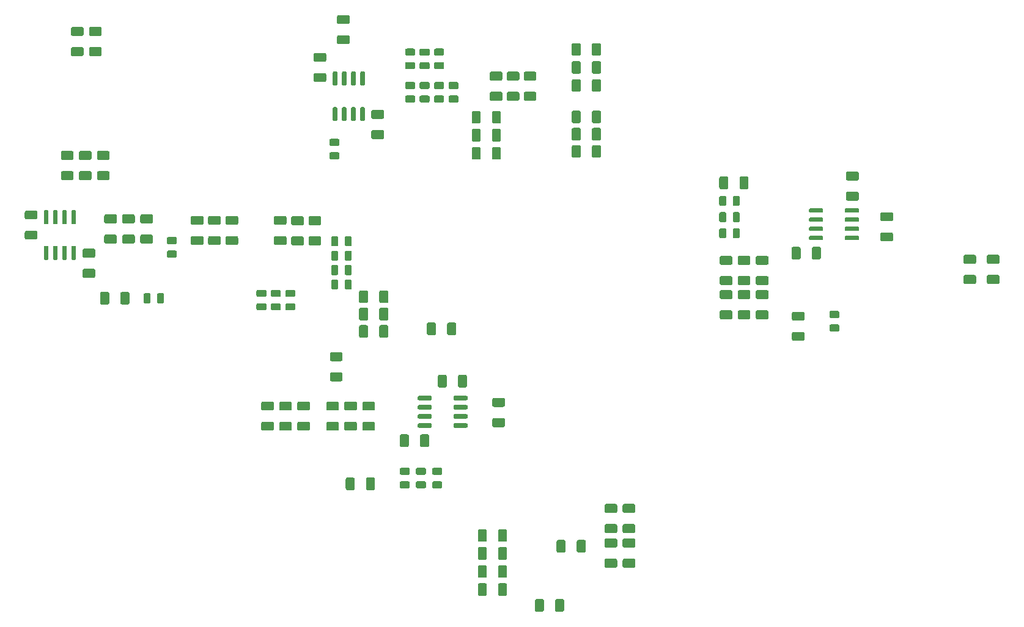
<source format=gbr>
G04 #@! TF.GenerationSoftware,KiCad,Pcbnew,(5.1.5-0)*
G04 #@! TF.CreationDate,2020-11-01T18:13:03+01:00*
G04 #@! TF.ProjectId,Phono preamp,50686f6e-6f20-4707-9265-616d702e6b69,rev?*
G04 #@! TF.SameCoordinates,Original*
G04 #@! TF.FileFunction,Paste,Top*
G04 #@! TF.FilePolarity,Positive*
%FSLAX46Y46*%
G04 Gerber Fmt 4.6, Leading zero omitted, Abs format (unit mm)*
G04 Created by KiCad (PCBNEW (5.1.5-0)) date 2020-11-01 18:13:03*
%MOMM*%
%LPD*%
G04 APERTURE LIST*
%ADD10C,0.100000*%
G04 APERTURE END LIST*
D10*
G36*
X182014703Y-94545722D02*
G01*
X182029264Y-94547882D01*
X182043543Y-94551459D01*
X182057403Y-94556418D01*
X182070710Y-94562712D01*
X182083336Y-94570280D01*
X182095159Y-94579048D01*
X182106066Y-94588934D01*
X182115952Y-94599841D01*
X182124720Y-94611664D01*
X182132288Y-94624290D01*
X182138582Y-94637597D01*
X182143541Y-94651457D01*
X182147118Y-94665736D01*
X182149278Y-94680297D01*
X182150000Y-94695000D01*
X182150000Y-94995000D01*
X182149278Y-95009703D01*
X182147118Y-95024264D01*
X182143541Y-95038543D01*
X182138582Y-95052403D01*
X182132288Y-95065710D01*
X182124720Y-95078336D01*
X182115952Y-95090159D01*
X182106066Y-95101066D01*
X182095159Y-95110952D01*
X182083336Y-95119720D01*
X182070710Y-95127288D01*
X182057403Y-95133582D01*
X182043543Y-95138541D01*
X182029264Y-95142118D01*
X182014703Y-95144278D01*
X182000000Y-95145000D01*
X180350000Y-95145000D01*
X180335297Y-95144278D01*
X180320736Y-95142118D01*
X180306457Y-95138541D01*
X180292597Y-95133582D01*
X180279290Y-95127288D01*
X180266664Y-95119720D01*
X180254841Y-95110952D01*
X180243934Y-95101066D01*
X180234048Y-95090159D01*
X180225280Y-95078336D01*
X180217712Y-95065710D01*
X180211418Y-95052403D01*
X180206459Y-95038543D01*
X180202882Y-95024264D01*
X180200722Y-95009703D01*
X180200000Y-94995000D01*
X180200000Y-94695000D01*
X180200722Y-94680297D01*
X180202882Y-94665736D01*
X180206459Y-94651457D01*
X180211418Y-94637597D01*
X180217712Y-94624290D01*
X180225280Y-94611664D01*
X180234048Y-94599841D01*
X180243934Y-94588934D01*
X180254841Y-94579048D01*
X180266664Y-94570280D01*
X180279290Y-94562712D01*
X180292597Y-94556418D01*
X180306457Y-94551459D01*
X180320736Y-94547882D01*
X180335297Y-94545722D01*
X180350000Y-94545000D01*
X182000000Y-94545000D01*
X182014703Y-94545722D01*
G37*
G36*
X182014703Y-95815722D02*
G01*
X182029264Y-95817882D01*
X182043543Y-95821459D01*
X182057403Y-95826418D01*
X182070710Y-95832712D01*
X182083336Y-95840280D01*
X182095159Y-95849048D01*
X182106066Y-95858934D01*
X182115952Y-95869841D01*
X182124720Y-95881664D01*
X182132288Y-95894290D01*
X182138582Y-95907597D01*
X182143541Y-95921457D01*
X182147118Y-95935736D01*
X182149278Y-95950297D01*
X182150000Y-95965000D01*
X182150000Y-96265000D01*
X182149278Y-96279703D01*
X182147118Y-96294264D01*
X182143541Y-96308543D01*
X182138582Y-96322403D01*
X182132288Y-96335710D01*
X182124720Y-96348336D01*
X182115952Y-96360159D01*
X182106066Y-96371066D01*
X182095159Y-96380952D01*
X182083336Y-96389720D01*
X182070710Y-96397288D01*
X182057403Y-96403582D01*
X182043543Y-96408541D01*
X182029264Y-96412118D01*
X182014703Y-96414278D01*
X182000000Y-96415000D01*
X180350000Y-96415000D01*
X180335297Y-96414278D01*
X180320736Y-96412118D01*
X180306457Y-96408541D01*
X180292597Y-96403582D01*
X180279290Y-96397288D01*
X180266664Y-96389720D01*
X180254841Y-96380952D01*
X180243934Y-96371066D01*
X180234048Y-96360159D01*
X180225280Y-96348336D01*
X180217712Y-96335710D01*
X180211418Y-96322403D01*
X180206459Y-96308543D01*
X180202882Y-96294264D01*
X180200722Y-96279703D01*
X180200000Y-96265000D01*
X180200000Y-95965000D01*
X180200722Y-95950297D01*
X180202882Y-95935736D01*
X180206459Y-95921457D01*
X180211418Y-95907597D01*
X180217712Y-95894290D01*
X180225280Y-95881664D01*
X180234048Y-95869841D01*
X180243934Y-95858934D01*
X180254841Y-95849048D01*
X180266664Y-95840280D01*
X180279290Y-95832712D01*
X180292597Y-95826418D01*
X180306457Y-95821459D01*
X180320736Y-95817882D01*
X180335297Y-95815722D01*
X180350000Y-95815000D01*
X182000000Y-95815000D01*
X182014703Y-95815722D01*
G37*
G36*
X182014703Y-97085722D02*
G01*
X182029264Y-97087882D01*
X182043543Y-97091459D01*
X182057403Y-97096418D01*
X182070710Y-97102712D01*
X182083336Y-97110280D01*
X182095159Y-97119048D01*
X182106066Y-97128934D01*
X182115952Y-97139841D01*
X182124720Y-97151664D01*
X182132288Y-97164290D01*
X182138582Y-97177597D01*
X182143541Y-97191457D01*
X182147118Y-97205736D01*
X182149278Y-97220297D01*
X182150000Y-97235000D01*
X182150000Y-97535000D01*
X182149278Y-97549703D01*
X182147118Y-97564264D01*
X182143541Y-97578543D01*
X182138582Y-97592403D01*
X182132288Y-97605710D01*
X182124720Y-97618336D01*
X182115952Y-97630159D01*
X182106066Y-97641066D01*
X182095159Y-97650952D01*
X182083336Y-97659720D01*
X182070710Y-97667288D01*
X182057403Y-97673582D01*
X182043543Y-97678541D01*
X182029264Y-97682118D01*
X182014703Y-97684278D01*
X182000000Y-97685000D01*
X180350000Y-97685000D01*
X180335297Y-97684278D01*
X180320736Y-97682118D01*
X180306457Y-97678541D01*
X180292597Y-97673582D01*
X180279290Y-97667288D01*
X180266664Y-97659720D01*
X180254841Y-97650952D01*
X180243934Y-97641066D01*
X180234048Y-97630159D01*
X180225280Y-97618336D01*
X180217712Y-97605710D01*
X180211418Y-97592403D01*
X180206459Y-97578543D01*
X180202882Y-97564264D01*
X180200722Y-97549703D01*
X180200000Y-97535000D01*
X180200000Y-97235000D01*
X180200722Y-97220297D01*
X180202882Y-97205736D01*
X180206459Y-97191457D01*
X180211418Y-97177597D01*
X180217712Y-97164290D01*
X180225280Y-97151664D01*
X180234048Y-97139841D01*
X180243934Y-97128934D01*
X180254841Y-97119048D01*
X180266664Y-97110280D01*
X180279290Y-97102712D01*
X180292597Y-97096418D01*
X180306457Y-97091459D01*
X180320736Y-97087882D01*
X180335297Y-97085722D01*
X180350000Y-97085000D01*
X182000000Y-97085000D01*
X182014703Y-97085722D01*
G37*
G36*
X182014703Y-98355722D02*
G01*
X182029264Y-98357882D01*
X182043543Y-98361459D01*
X182057403Y-98366418D01*
X182070710Y-98372712D01*
X182083336Y-98380280D01*
X182095159Y-98389048D01*
X182106066Y-98398934D01*
X182115952Y-98409841D01*
X182124720Y-98421664D01*
X182132288Y-98434290D01*
X182138582Y-98447597D01*
X182143541Y-98461457D01*
X182147118Y-98475736D01*
X182149278Y-98490297D01*
X182150000Y-98505000D01*
X182150000Y-98805000D01*
X182149278Y-98819703D01*
X182147118Y-98834264D01*
X182143541Y-98848543D01*
X182138582Y-98862403D01*
X182132288Y-98875710D01*
X182124720Y-98888336D01*
X182115952Y-98900159D01*
X182106066Y-98911066D01*
X182095159Y-98920952D01*
X182083336Y-98929720D01*
X182070710Y-98937288D01*
X182057403Y-98943582D01*
X182043543Y-98948541D01*
X182029264Y-98952118D01*
X182014703Y-98954278D01*
X182000000Y-98955000D01*
X180350000Y-98955000D01*
X180335297Y-98954278D01*
X180320736Y-98952118D01*
X180306457Y-98948541D01*
X180292597Y-98943582D01*
X180279290Y-98937288D01*
X180266664Y-98929720D01*
X180254841Y-98920952D01*
X180243934Y-98911066D01*
X180234048Y-98900159D01*
X180225280Y-98888336D01*
X180217712Y-98875710D01*
X180211418Y-98862403D01*
X180206459Y-98848543D01*
X180202882Y-98834264D01*
X180200722Y-98819703D01*
X180200000Y-98805000D01*
X180200000Y-98505000D01*
X180200722Y-98490297D01*
X180202882Y-98475736D01*
X180206459Y-98461457D01*
X180211418Y-98447597D01*
X180217712Y-98434290D01*
X180225280Y-98421664D01*
X180234048Y-98409841D01*
X180243934Y-98398934D01*
X180254841Y-98389048D01*
X180266664Y-98380280D01*
X180279290Y-98372712D01*
X180292597Y-98366418D01*
X180306457Y-98361459D01*
X180320736Y-98357882D01*
X180335297Y-98355722D01*
X180350000Y-98355000D01*
X182000000Y-98355000D01*
X182014703Y-98355722D01*
G37*
G36*
X177064703Y-98355722D02*
G01*
X177079264Y-98357882D01*
X177093543Y-98361459D01*
X177107403Y-98366418D01*
X177120710Y-98372712D01*
X177133336Y-98380280D01*
X177145159Y-98389048D01*
X177156066Y-98398934D01*
X177165952Y-98409841D01*
X177174720Y-98421664D01*
X177182288Y-98434290D01*
X177188582Y-98447597D01*
X177193541Y-98461457D01*
X177197118Y-98475736D01*
X177199278Y-98490297D01*
X177200000Y-98505000D01*
X177200000Y-98805000D01*
X177199278Y-98819703D01*
X177197118Y-98834264D01*
X177193541Y-98848543D01*
X177188582Y-98862403D01*
X177182288Y-98875710D01*
X177174720Y-98888336D01*
X177165952Y-98900159D01*
X177156066Y-98911066D01*
X177145159Y-98920952D01*
X177133336Y-98929720D01*
X177120710Y-98937288D01*
X177107403Y-98943582D01*
X177093543Y-98948541D01*
X177079264Y-98952118D01*
X177064703Y-98954278D01*
X177050000Y-98955000D01*
X175400000Y-98955000D01*
X175385297Y-98954278D01*
X175370736Y-98952118D01*
X175356457Y-98948541D01*
X175342597Y-98943582D01*
X175329290Y-98937288D01*
X175316664Y-98929720D01*
X175304841Y-98920952D01*
X175293934Y-98911066D01*
X175284048Y-98900159D01*
X175275280Y-98888336D01*
X175267712Y-98875710D01*
X175261418Y-98862403D01*
X175256459Y-98848543D01*
X175252882Y-98834264D01*
X175250722Y-98819703D01*
X175250000Y-98805000D01*
X175250000Y-98505000D01*
X175250722Y-98490297D01*
X175252882Y-98475736D01*
X175256459Y-98461457D01*
X175261418Y-98447597D01*
X175267712Y-98434290D01*
X175275280Y-98421664D01*
X175284048Y-98409841D01*
X175293934Y-98398934D01*
X175304841Y-98389048D01*
X175316664Y-98380280D01*
X175329290Y-98372712D01*
X175342597Y-98366418D01*
X175356457Y-98361459D01*
X175370736Y-98357882D01*
X175385297Y-98355722D01*
X175400000Y-98355000D01*
X177050000Y-98355000D01*
X177064703Y-98355722D01*
G37*
G36*
X177064703Y-97085722D02*
G01*
X177079264Y-97087882D01*
X177093543Y-97091459D01*
X177107403Y-97096418D01*
X177120710Y-97102712D01*
X177133336Y-97110280D01*
X177145159Y-97119048D01*
X177156066Y-97128934D01*
X177165952Y-97139841D01*
X177174720Y-97151664D01*
X177182288Y-97164290D01*
X177188582Y-97177597D01*
X177193541Y-97191457D01*
X177197118Y-97205736D01*
X177199278Y-97220297D01*
X177200000Y-97235000D01*
X177200000Y-97535000D01*
X177199278Y-97549703D01*
X177197118Y-97564264D01*
X177193541Y-97578543D01*
X177188582Y-97592403D01*
X177182288Y-97605710D01*
X177174720Y-97618336D01*
X177165952Y-97630159D01*
X177156066Y-97641066D01*
X177145159Y-97650952D01*
X177133336Y-97659720D01*
X177120710Y-97667288D01*
X177107403Y-97673582D01*
X177093543Y-97678541D01*
X177079264Y-97682118D01*
X177064703Y-97684278D01*
X177050000Y-97685000D01*
X175400000Y-97685000D01*
X175385297Y-97684278D01*
X175370736Y-97682118D01*
X175356457Y-97678541D01*
X175342597Y-97673582D01*
X175329290Y-97667288D01*
X175316664Y-97659720D01*
X175304841Y-97650952D01*
X175293934Y-97641066D01*
X175284048Y-97630159D01*
X175275280Y-97618336D01*
X175267712Y-97605710D01*
X175261418Y-97592403D01*
X175256459Y-97578543D01*
X175252882Y-97564264D01*
X175250722Y-97549703D01*
X175250000Y-97535000D01*
X175250000Y-97235000D01*
X175250722Y-97220297D01*
X175252882Y-97205736D01*
X175256459Y-97191457D01*
X175261418Y-97177597D01*
X175267712Y-97164290D01*
X175275280Y-97151664D01*
X175284048Y-97139841D01*
X175293934Y-97128934D01*
X175304841Y-97119048D01*
X175316664Y-97110280D01*
X175329290Y-97102712D01*
X175342597Y-97096418D01*
X175356457Y-97091459D01*
X175370736Y-97087882D01*
X175385297Y-97085722D01*
X175400000Y-97085000D01*
X177050000Y-97085000D01*
X177064703Y-97085722D01*
G37*
G36*
X177064703Y-95815722D02*
G01*
X177079264Y-95817882D01*
X177093543Y-95821459D01*
X177107403Y-95826418D01*
X177120710Y-95832712D01*
X177133336Y-95840280D01*
X177145159Y-95849048D01*
X177156066Y-95858934D01*
X177165952Y-95869841D01*
X177174720Y-95881664D01*
X177182288Y-95894290D01*
X177188582Y-95907597D01*
X177193541Y-95921457D01*
X177197118Y-95935736D01*
X177199278Y-95950297D01*
X177200000Y-95965000D01*
X177200000Y-96265000D01*
X177199278Y-96279703D01*
X177197118Y-96294264D01*
X177193541Y-96308543D01*
X177188582Y-96322403D01*
X177182288Y-96335710D01*
X177174720Y-96348336D01*
X177165952Y-96360159D01*
X177156066Y-96371066D01*
X177145159Y-96380952D01*
X177133336Y-96389720D01*
X177120710Y-96397288D01*
X177107403Y-96403582D01*
X177093543Y-96408541D01*
X177079264Y-96412118D01*
X177064703Y-96414278D01*
X177050000Y-96415000D01*
X175400000Y-96415000D01*
X175385297Y-96414278D01*
X175370736Y-96412118D01*
X175356457Y-96408541D01*
X175342597Y-96403582D01*
X175329290Y-96397288D01*
X175316664Y-96389720D01*
X175304841Y-96380952D01*
X175293934Y-96371066D01*
X175284048Y-96360159D01*
X175275280Y-96348336D01*
X175267712Y-96335710D01*
X175261418Y-96322403D01*
X175256459Y-96308543D01*
X175252882Y-96294264D01*
X175250722Y-96279703D01*
X175250000Y-96265000D01*
X175250000Y-95965000D01*
X175250722Y-95950297D01*
X175252882Y-95935736D01*
X175256459Y-95921457D01*
X175261418Y-95907597D01*
X175267712Y-95894290D01*
X175275280Y-95881664D01*
X175284048Y-95869841D01*
X175293934Y-95858934D01*
X175304841Y-95849048D01*
X175316664Y-95840280D01*
X175329290Y-95832712D01*
X175342597Y-95826418D01*
X175356457Y-95821459D01*
X175370736Y-95817882D01*
X175385297Y-95815722D01*
X175400000Y-95815000D01*
X177050000Y-95815000D01*
X177064703Y-95815722D01*
G37*
G36*
X177064703Y-94545722D02*
G01*
X177079264Y-94547882D01*
X177093543Y-94551459D01*
X177107403Y-94556418D01*
X177120710Y-94562712D01*
X177133336Y-94570280D01*
X177145159Y-94579048D01*
X177156066Y-94588934D01*
X177165952Y-94599841D01*
X177174720Y-94611664D01*
X177182288Y-94624290D01*
X177188582Y-94637597D01*
X177193541Y-94651457D01*
X177197118Y-94665736D01*
X177199278Y-94680297D01*
X177200000Y-94695000D01*
X177200000Y-94995000D01*
X177199278Y-95009703D01*
X177197118Y-95024264D01*
X177193541Y-95038543D01*
X177188582Y-95052403D01*
X177182288Y-95065710D01*
X177174720Y-95078336D01*
X177165952Y-95090159D01*
X177156066Y-95101066D01*
X177145159Y-95110952D01*
X177133336Y-95119720D01*
X177120710Y-95127288D01*
X177107403Y-95133582D01*
X177093543Y-95138541D01*
X177079264Y-95142118D01*
X177064703Y-95144278D01*
X177050000Y-95145000D01*
X175400000Y-95145000D01*
X175385297Y-95144278D01*
X175370736Y-95142118D01*
X175356457Y-95138541D01*
X175342597Y-95133582D01*
X175329290Y-95127288D01*
X175316664Y-95119720D01*
X175304841Y-95110952D01*
X175293934Y-95101066D01*
X175284048Y-95090159D01*
X175275280Y-95078336D01*
X175267712Y-95065710D01*
X175261418Y-95052403D01*
X175256459Y-95038543D01*
X175252882Y-95024264D01*
X175250722Y-95009703D01*
X175250000Y-94995000D01*
X175250000Y-94695000D01*
X175250722Y-94680297D01*
X175252882Y-94665736D01*
X175256459Y-94651457D01*
X175261418Y-94637597D01*
X175267712Y-94624290D01*
X175275280Y-94611664D01*
X175284048Y-94599841D01*
X175293934Y-94588934D01*
X175304841Y-94579048D01*
X175316664Y-94570280D01*
X175329290Y-94562712D01*
X175342597Y-94556418D01*
X175356457Y-94551459D01*
X175370736Y-94547882D01*
X175385297Y-94545722D01*
X175400000Y-94545000D01*
X177050000Y-94545000D01*
X177064703Y-94545722D01*
G37*
G36*
X113569703Y-80500722D02*
G01*
X113584264Y-80502882D01*
X113598543Y-80506459D01*
X113612403Y-80511418D01*
X113625710Y-80517712D01*
X113638336Y-80525280D01*
X113650159Y-80534048D01*
X113661066Y-80543934D01*
X113670952Y-80554841D01*
X113679720Y-80566664D01*
X113687288Y-80579290D01*
X113693582Y-80592597D01*
X113698541Y-80606457D01*
X113702118Y-80620736D01*
X113704278Y-80635297D01*
X113705000Y-80650000D01*
X113705000Y-82300000D01*
X113704278Y-82314703D01*
X113702118Y-82329264D01*
X113698541Y-82343543D01*
X113693582Y-82357403D01*
X113687288Y-82370710D01*
X113679720Y-82383336D01*
X113670952Y-82395159D01*
X113661066Y-82406066D01*
X113650159Y-82415952D01*
X113638336Y-82424720D01*
X113625710Y-82432288D01*
X113612403Y-82438582D01*
X113598543Y-82443541D01*
X113584264Y-82447118D01*
X113569703Y-82449278D01*
X113555000Y-82450000D01*
X113255000Y-82450000D01*
X113240297Y-82449278D01*
X113225736Y-82447118D01*
X113211457Y-82443541D01*
X113197597Y-82438582D01*
X113184290Y-82432288D01*
X113171664Y-82424720D01*
X113159841Y-82415952D01*
X113148934Y-82406066D01*
X113139048Y-82395159D01*
X113130280Y-82383336D01*
X113122712Y-82370710D01*
X113116418Y-82357403D01*
X113111459Y-82343543D01*
X113107882Y-82329264D01*
X113105722Y-82314703D01*
X113105000Y-82300000D01*
X113105000Y-80650000D01*
X113105722Y-80635297D01*
X113107882Y-80620736D01*
X113111459Y-80606457D01*
X113116418Y-80592597D01*
X113122712Y-80579290D01*
X113130280Y-80566664D01*
X113139048Y-80554841D01*
X113148934Y-80543934D01*
X113159841Y-80534048D01*
X113171664Y-80525280D01*
X113184290Y-80517712D01*
X113197597Y-80511418D01*
X113211457Y-80506459D01*
X113225736Y-80502882D01*
X113240297Y-80500722D01*
X113255000Y-80500000D01*
X113555000Y-80500000D01*
X113569703Y-80500722D01*
G37*
G36*
X112299703Y-80500722D02*
G01*
X112314264Y-80502882D01*
X112328543Y-80506459D01*
X112342403Y-80511418D01*
X112355710Y-80517712D01*
X112368336Y-80525280D01*
X112380159Y-80534048D01*
X112391066Y-80543934D01*
X112400952Y-80554841D01*
X112409720Y-80566664D01*
X112417288Y-80579290D01*
X112423582Y-80592597D01*
X112428541Y-80606457D01*
X112432118Y-80620736D01*
X112434278Y-80635297D01*
X112435000Y-80650000D01*
X112435000Y-82300000D01*
X112434278Y-82314703D01*
X112432118Y-82329264D01*
X112428541Y-82343543D01*
X112423582Y-82357403D01*
X112417288Y-82370710D01*
X112409720Y-82383336D01*
X112400952Y-82395159D01*
X112391066Y-82406066D01*
X112380159Y-82415952D01*
X112368336Y-82424720D01*
X112355710Y-82432288D01*
X112342403Y-82438582D01*
X112328543Y-82443541D01*
X112314264Y-82447118D01*
X112299703Y-82449278D01*
X112285000Y-82450000D01*
X111985000Y-82450000D01*
X111970297Y-82449278D01*
X111955736Y-82447118D01*
X111941457Y-82443541D01*
X111927597Y-82438582D01*
X111914290Y-82432288D01*
X111901664Y-82424720D01*
X111889841Y-82415952D01*
X111878934Y-82406066D01*
X111869048Y-82395159D01*
X111860280Y-82383336D01*
X111852712Y-82370710D01*
X111846418Y-82357403D01*
X111841459Y-82343543D01*
X111837882Y-82329264D01*
X111835722Y-82314703D01*
X111835000Y-82300000D01*
X111835000Y-80650000D01*
X111835722Y-80635297D01*
X111837882Y-80620736D01*
X111841459Y-80606457D01*
X111846418Y-80592597D01*
X111852712Y-80579290D01*
X111860280Y-80566664D01*
X111869048Y-80554841D01*
X111878934Y-80543934D01*
X111889841Y-80534048D01*
X111901664Y-80525280D01*
X111914290Y-80517712D01*
X111927597Y-80511418D01*
X111941457Y-80506459D01*
X111955736Y-80502882D01*
X111970297Y-80500722D01*
X111985000Y-80500000D01*
X112285000Y-80500000D01*
X112299703Y-80500722D01*
G37*
G36*
X111029703Y-80500722D02*
G01*
X111044264Y-80502882D01*
X111058543Y-80506459D01*
X111072403Y-80511418D01*
X111085710Y-80517712D01*
X111098336Y-80525280D01*
X111110159Y-80534048D01*
X111121066Y-80543934D01*
X111130952Y-80554841D01*
X111139720Y-80566664D01*
X111147288Y-80579290D01*
X111153582Y-80592597D01*
X111158541Y-80606457D01*
X111162118Y-80620736D01*
X111164278Y-80635297D01*
X111165000Y-80650000D01*
X111165000Y-82300000D01*
X111164278Y-82314703D01*
X111162118Y-82329264D01*
X111158541Y-82343543D01*
X111153582Y-82357403D01*
X111147288Y-82370710D01*
X111139720Y-82383336D01*
X111130952Y-82395159D01*
X111121066Y-82406066D01*
X111110159Y-82415952D01*
X111098336Y-82424720D01*
X111085710Y-82432288D01*
X111072403Y-82438582D01*
X111058543Y-82443541D01*
X111044264Y-82447118D01*
X111029703Y-82449278D01*
X111015000Y-82450000D01*
X110715000Y-82450000D01*
X110700297Y-82449278D01*
X110685736Y-82447118D01*
X110671457Y-82443541D01*
X110657597Y-82438582D01*
X110644290Y-82432288D01*
X110631664Y-82424720D01*
X110619841Y-82415952D01*
X110608934Y-82406066D01*
X110599048Y-82395159D01*
X110590280Y-82383336D01*
X110582712Y-82370710D01*
X110576418Y-82357403D01*
X110571459Y-82343543D01*
X110567882Y-82329264D01*
X110565722Y-82314703D01*
X110565000Y-82300000D01*
X110565000Y-80650000D01*
X110565722Y-80635297D01*
X110567882Y-80620736D01*
X110571459Y-80606457D01*
X110576418Y-80592597D01*
X110582712Y-80579290D01*
X110590280Y-80566664D01*
X110599048Y-80554841D01*
X110608934Y-80543934D01*
X110619841Y-80534048D01*
X110631664Y-80525280D01*
X110644290Y-80517712D01*
X110657597Y-80511418D01*
X110671457Y-80506459D01*
X110685736Y-80502882D01*
X110700297Y-80500722D01*
X110715000Y-80500000D01*
X111015000Y-80500000D01*
X111029703Y-80500722D01*
G37*
G36*
X109759703Y-80500722D02*
G01*
X109774264Y-80502882D01*
X109788543Y-80506459D01*
X109802403Y-80511418D01*
X109815710Y-80517712D01*
X109828336Y-80525280D01*
X109840159Y-80534048D01*
X109851066Y-80543934D01*
X109860952Y-80554841D01*
X109869720Y-80566664D01*
X109877288Y-80579290D01*
X109883582Y-80592597D01*
X109888541Y-80606457D01*
X109892118Y-80620736D01*
X109894278Y-80635297D01*
X109895000Y-80650000D01*
X109895000Y-82300000D01*
X109894278Y-82314703D01*
X109892118Y-82329264D01*
X109888541Y-82343543D01*
X109883582Y-82357403D01*
X109877288Y-82370710D01*
X109869720Y-82383336D01*
X109860952Y-82395159D01*
X109851066Y-82406066D01*
X109840159Y-82415952D01*
X109828336Y-82424720D01*
X109815710Y-82432288D01*
X109802403Y-82438582D01*
X109788543Y-82443541D01*
X109774264Y-82447118D01*
X109759703Y-82449278D01*
X109745000Y-82450000D01*
X109445000Y-82450000D01*
X109430297Y-82449278D01*
X109415736Y-82447118D01*
X109401457Y-82443541D01*
X109387597Y-82438582D01*
X109374290Y-82432288D01*
X109361664Y-82424720D01*
X109349841Y-82415952D01*
X109338934Y-82406066D01*
X109329048Y-82395159D01*
X109320280Y-82383336D01*
X109312712Y-82370710D01*
X109306418Y-82357403D01*
X109301459Y-82343543D01*
X109297882Y-82329264D01*
X109295722Y-82314703D01*
X109295000Y-82300000D01*
X109295000Y-80650000D01*
X109295722Y-80635297D01*
X109297882Y-80620736D01*
X109301459Y-80606457D01*
X109306418Y-80592597D01*
X109312712Y-80579290D01*
X109320280Y-80566664D01*
X109329048Y-80554841D01*
X109338934Y-80543934D01*
X109349841Y-80534048D01*
X109361664Y-80525280D01*
X109374290Y-80517712D01*
X109387597Y-80511418D01*
X109401457Y-80506459D01*
X109415736Y-80502882D01*
X109430297Y-80500722D01*
X109445000Y-80500000D01*
X109745000Y-80500000D01*
X109759703Y-80500722D01*
G37*
G36*
X109759703Y-75550722D02*
G01*
X109774264Y-75552882D01*
X109788543Y-75556459D01*
X109802403Y-75561418D01*
X109815710Y-75567712D01*
X109828336Y-75575280D01*
X109840159Y-75584048D01*
X109851066Y-75593934D01*
X109860952Y-75604841D01*
X109869720Y-75616664D01*
X109877288Y-75629290D01*
X109883582Y-75642597D01*
X109888541Y-75656457D01*
X109892118Y-75670736D01*
X109894278Y-75685297D01*
X109895000Y-75700000D01*
X109895000Y-77350000D01*
X109894278Y-77364703D01*
X109892118Y-77379264D01*
X109888541Y-77393543D01*
X109883582Y-77407403D01*
X109877288Y-77420710D01*
X109869720Y-77433336D01*
X109860952Y-77445159D01*
X109851066Y-77456066D01*
X109840159Y-77465952D01*
X109828336Y-77474720D01*
X109815710Y-77482288D01*
X109802403Y-77488582D01*
X109788543Y-77493541D01*
X109774264Y-77497118D01*
X109759703Y-77499278D01*
X109745000Y-77500000D01*
X109445000Y-77500000D01*
X109430297Y-77499278D01*
X109415736Y-77497118D01*
X109401457Y-77493541D01*
X109387597Y-77488582D01*
X109374290Y-77482288D01*
X109361664Y-77474720D01*
X109349841Y-77465952D01*
X109338934Y-77456066D01*
X109329048Y-77445159D01*
X109320280Y-77433336D01*
X109312712Y-77420710D01*
X109306418Y-77407403D01*
X109301459Y-77393543D01*
X109297882Y-77379264D01*
X109295722Y-77364703D01*
X109295000Y-77350000D01*
X109295000Y-75700000D01*
X109295722Y-75685297D01*
X109297882Y-75670736D01*
X109301459Y-75656457D01*
X109306418Y-75642597D01*
X109312712Y-75629290D01*
X109320280Y-75616664D01*
X109329048Y-75604841D01*
X109338934Y-75593934D01*
X109349841Y-75584048D01*
X109361664Y-75575280D01*
X109374290Y-75567712D01*
X109387597Y-75561418D01*
X109401457Y-75556459D01*
X109415736Y-75552882D01*
X109430297Y-75550722D01*
X109445000Y-75550000D01*
X109745000Y-75550000D01*
X109759703Y-75550722D01*
G37*
G36*
X111029703Y-75550722D02*
G01*
X111044264Y-75552882D01*
X111058543Y-75556459D01*
X111072403Y-75561418D01*
X111085710Y-75567712D01*
X111098336Y-75575280D01*
X111110159Y-75584048D01*
X111121066Y-75593934D01*
X111130952Y-75604841D01*
X111139720Y-75616664D01*
X111147288Y-75629290D01*
X111153582Y-75642597D01*
X111158541Y-75656457D01*
X111162118Y-75670736D01*
X111164278Y-75685297D01*
X111165000Y-75700000D01*
X111165000Y-77350000D01*
X111164278Y-77364703D01*
X111162118Y-77379264D01*
X111158541Y-77393543D01*
X111153582Y-77407403D01*
X111147288Y-77420710D01*
X111139720Y-77433336D01*
X111130952Y-77445159D01*
X111121066Y-77456066D01*
X111110159Y-77465952D01*
X111098336Y-77474720D01*
X111085710Y-77482288D01*
X111072403Y-77488582D01*
X111058543Y-77493541D01*
X111044264Y-77497118D01*
X111029703Y-77499278D01*
X111015000Y-77500000D01*
X110715000Y-77500000D01*
X110700297Y-77499278D01*
X110685736Y-77497118D01*
X110671457Y-77493541D01*
X110657597Y-77488582D01*
X110644290Y-77482288D01*
X110631664Y-77474720D01*
X110619841Y-77465952D01*
X110608934Y-77456066D01*
X110599048Y-77445159D01*
X110590280Y-77433336D01*
X110582712Y-77420710D01*
X110576418Y-77407403D01*
X110571459Y-77393543D01*
X110567882Y-77379264D01*
X110565722Y-77364703D01*
X110565000Y-77350000D01*
X110565000Y-75700000D01*
X110565722Y-75685297D01*
X110567882Y-75670736D01*
X110571459Y-75656457D01*
X110576418Y-75642597D01*
X110582712Y-75629290D01*
X110590280Y-75616664D01*
X110599048Y-75604841D01*
X110608934Y-75593934D01*
X110619841Y-75584048D01*
X110631664Y-75575280D01*
X110644290Y-75567712D01*
X110657597Y-75561418D01*
X110671457Y-75556459D01*
X110685736Y-75552882D01*
X110700297Y-75550722D01*
X110715000Y-75550000D01*
X111015000Y-75550000D01*
X111029703Y-75550722D01*
G37*
G36*
X112299703Y-75550722D02*
G01*
X112314264Y-75552882D01*
X112328543Y-75556459D01*
X112342403Y-75561418D01*
X112355710Y-75567712D01*
X112368336Y-75575280D01*
X112380159Y-75584048D01*
X112391066Y-75593934D01*
X112400952Y-75604841D01*
X112409720Y-75616664D01*
X112417288Y-75629290D01*
X112423582Y-75642597D01*
X112428541Y-75656457D01*
X112432118Y-75670736D01*
X112434278Y-75685297D01*
X112435000Y-75700000D01*
X112435000Y-77350000D01*
X112434278Y-77364703D01*
X112432118Y-77379264D01*
X112428541Y-77393543D01*
X112423582Y-77407403D01*
X112417288Y-77420710D01*
X112409720Y-77433336D01*
X112400952Y-77445159D01*
X112391066Y-77456066D01*
X112380159Y-77465952D01*
X112368336Y-77474720D01*
X112355710Y-77482288D01*
X112342403Y-77488582D01*
X112328543Y-77493541D01*
X112314264Y-77497118D01*
X112299703Y-77499278D01*
X112285000Y-77500000D01*
X111985000Y-77500000D01*
X111970297Y-77499278D01*
X111955736Y-77497118D01*
X111941457Y-77493541D01*
X111927597Y-77488582D01*
X111914290Y-77482288D01*
X111901664Y-77474720D01*
X111889841Y-77465952D01*
X111878934Y-77456066D01*
X111869048Y-77445159D01*
X111860280Y-77433336D01*
X111852712Y-77420710D01*
X111846418Y-77407403D01*
X111841459Y-77393543D01*
X111837882Y-77379264D01*
X111835722Y-77364703D01*
X111835000Y-77350000D01*
X111835000Y-75700000D01*
X111835722Y-75685297D01*
X111837882Y-75670736D01*
X111841459Y-75656457D01*
X111846418Y-75642597D01*
X111852712Y-75629290D01*
X111860280Y-75616664D01*
X111869048Y-75604841D01*
X111878934Y-75593934D01*
X111889841Y-75584048D01*
X111901664Y-75575280D01*
X111914290Y-75567712D01*
X111927597Y-75561418D01*
X111941457Y-75556459D01*
X111955736Y-75552882D01*
X111970297Y-75550722D01*
X111985000Y-75550000D01*
X112285000Y-75550000D01*
X112299703Y-75550722D01*
G37*
G36*
X113569703Y-75550722D02*
G01*
X113584264Y-75552882D01*
X113598543Y-75556459D01*
X113612403Y-75561418D01*
X113625710Y-75567712D01*
X113638336Y-75575280D01*
X113650159Y-75584048D01*
X113661066Y-75593934D01*
X113670952Y-75604841D01*
X113679720Y-75616664D01*
X113687288Y-75629290D01*
X113693582Y-75642597D01*
X113698541Y-75656457D01*
X113702118Y-75670736D01*
X113704278Y-75685297D01*
X113705000Y-75700000D01*
X113705000Y-77350000D01*
X113704278Y-77364703D01*
X113702118Y-77379264D01*
X113698541Y-77393543D01*
X113693582Y-77407403D01*
X113687288Y-77420710D01*
X113679720Y-77433336D01*
X113670952Y-77445159D01*
X113661066Y-77456066D01*
X113650159Y-77465952D01*
X113638336Y-77474720D01*
X113625710Y-77482288D01*
X113612403Y-77488582D01*
X113598543Y-77493541D01*
X113584264Y-77497118D01*
X113569703Y-77499278D01*
X113555000Y-77500000D01*
X113255000Y-77500000D01*
X113240297Y-77499278D01*
X113225736Y-77497118D01*
X113211457Y-77493541D01*
X113197597Y-77488582D01*
X113184290Y-77482288D01*
X113171664Y-77474720D01*
X113159841Y-77465952D01*
X113148934Y-77456066D01*
X113139048Y-77445159D01*
X113130280Y-77433336D01*
X113122712Y-77420710D01*
X113116418Y-77407403D01*
X113111459Y-77393543D01*
X113107882Y-77379264D01*
X113105722Y-77364703D01*
X113105000Y-77350000D01*
X113105000Y-75700000D01*
X113105722Y-75685297D01*
X113107882Y-75670736D01*
X113111459Y-75656457D01*
X113116418Y-75642597D01*
X113122712Y-75629290D01*
X113130280Y-75616664D01*
X113139048Y-75604841D01*
X113148934Y-75593934D01*
X113159841Y-75584048D01*
X113171664Y-75575280D01*
X113184290Y-75567712D01*
X113197597Y-75561418D01*
X113211457Y-75556459D01*
X113225736Y-75552882D01*
X113240297Y-75550722D01*
X113255000Y-75550000D01*
X113555000Y-75550000D01*
X113569703Y-75550722D01*
G37*
G36*
X127814703Y-120545722D02*
G01*
X127829264Y-120547882D01*
X127843543Y-120551459D01*
X127857403Y-120556418D01*
X127870710Y-120562712D01*
X127883336Y-120570280D01*
X127895159Y-120579048D01*
X127906066Y-120588934D01*
X127915952Y-120599841D01*
X127924720Y-120611664D01*
X127932288Y-120624290D01*
X127938582Y-120637597D01*
X127943541Y-120651457D01*
X127947118Y-120665736D01*
X127949278Y-120680297D01*
X127950000Y-120695000D01*
X127950000Y-120995000D01*
X127949278Y-121009703D01*
X127947118Y-121024264D01*
X127943541Y-121038543D01*
X127938582Y-121052403D01*
X127932288Y-121065710D01*
X127924720Y-121078336D01*
X127915952Y-121090159D01*
X127906066Y-121101066D01*
X127895159Y-121110952D01*
X127883336Y-121119720D01*
X127870710Y-121127288D01*
X127857403Y-121133582D01*
X127843543Y-121138541D01*
X127829264Y-121142118D01*
X127814703Y-121144278D01*
X127800000Y-121145000D01*
X126150000Y-121145000D01*
X126135297Y-121144278D01*
X126120736Y-121142118D01*
X126106457Y-121138541D01*
X126092597Y-121133582D01*
X126079290Y-121127288D01*
X126066664Y-121119720D01*
X126054841Y-121110952D01*
X126043934Y-121101066D01*
X126034048Y-121090159D01*
X126025280Y-121078336D01*
X126017712Y-121065710D01*
X126011418Y-121052403D01*
X126006459Y-121038543D01*
X126002882Y-121024264D01*
X126000722Y-121009703D01*
X126000000Y-120995000D01*
X126000000Y-120695000D01*
X126000722Y-120680297D01*
X126002882Y-120665736D01*
X126006459Y-120651457D01*
X126011418Y-120637597D01*
X126017712Y-120624290D01*
X126025280Y-120611664D01*
X126034048Y-120599841D01*
X126043934Y-120588934D01*
X126054841Y-120579048D01*
X126066664Y-120570280D01*
X126079290Y-120562712D01*
X126092597Y-120556418D01*
X126106457Y-120551459D01*
X126120736Y-120547882D01*
X126135297Y-120545722D01*
X126150000Y-120545000D01*
X127800000Y-120545000D01*
X127814703Y-120545722D01*
G37*
G36*
X127814703Y-121815722D02*
G01*
X127829264Y-121817882D01*
X127843543Y-121821459D01*
X127857403Y-121826418D01*
X127870710Y-121832712D01*
X127883336Y-121840280D01*
X127895159Y-121849048D01*
X127906066Y-121858934D01*
X127915952Y-121869841D01*
X127924720Y-121881664D01*
X127932288Y-121894290D01*
X127938582Y-121907597D01*
X127943541Y-121921457D01*
X127947118Y-121935736D01*
X127949278Y-121950297D01*
X127950000Y-121965000D01*
X127950000Y-122265000D01*
X127949278Y-122279703D01*
X127947118Y-122294264D01*
X127943541Y-122308543D01*
X127938582Y-122322403D01*
X127932288Y-122335710D01*
X127924720Y-122348336D01*
X127915952Y-122360159D01*
X127906066Y-122371066D01*
X127895159Y-122380952D01*
X127883336Y-122389720D01*
X127870710Y-122397288D01*
X127857403Y-122403582D01*
X127843543Y-122408541D01*
X127829264Y-122412118D01*
X127814703Y-122414278D01*
X127800000Y-122415000D01*
X126150000Y-122415000D01*
X126135297Y-122414278D01*
X126120736Y-122412118D01*
X126106457Y-122408541D01*
X126092597Y-122403582D01*
X126079290Y-122397288D01*
X126066664Y-122389720D01*
X126054841Y-122380952D01*
X126043934Y-122371066D01*
X126034048Y-122360159D01*
X126025280Y-122348336D01*
X126017712Y-122335710D01*
X126011418Y-122322403D01*
X126006459Y-122308543D01*
X126002882Y-122294264D01*
X126000722Y-122279703D01*
X126000000Y-122265000D01*
X126000000Y-121965000D01*
X126000722Y-121950297D01*
X126002882Y-121935736D01*
X126006459Y-121921457D01*
X126011418Y-121907597D01*
X126017712Y-121894290D01*
X126025280Y-121881664D01*
X126034048Y-121869841D01*
X126043934Y-121858934D01*
X126054841Y-121849048D01*
X126066664Y-121840280D01*
X126079290Y-121832712D01*
X126092597Y-121826418D01*
X126106457Y-121821459D01*
X126120736Y-121817882D01*
X126135297Y-121815722D01*
X126150000Y-121815000D01*
X127800000Y-121815000D01*
X127814703Y-121815722D01*
G37*
G36*
X127814703Y-123085722D02*
G01*
X127829264Y-123087882D01*
X127843543Y-123091459D01*
X127857403Y-123096418D01*
X127870710Y-123102712D01*
X127883336Y-123110280D01*
X127895159Y-123119048D01*
X127906066Y-123128934D01*
X127915952Y-123139841D01*
X127924720Y-123151664D01*
X127932288Y-123164290D01*
X127938582Y-123177597D01*
X127943541Y-123191457D01*
X127947118Y-123205736D01*
X127949278Y-123220297D01*
X127950000Y-123235000D01*
X127950000Y-123535000D01*
X127949278Y-123549703D01*
X127947118Y-123564264D01*
X127943541Y-123578543D01*
X127938582Y-123592403D01*
X127932288Y-123605710D01*
X127924720Y-123618336D01*
X127915952Y-123630159D01*
X127906066Y-123641066D01*
X127895159Y-123650952D01*
X127883336Y-123659720D01*
X127870710Y-123667288D01*
X127857403Y-123673582D01*
X127843543Y-123678541D01*
X127829264Y-123682118D01*
X127814703Y-123684278D01*
X127800000Y-123685000D01*
X126150000Y-123685000D01*
X126135297Y-123684278D01*
X126120736Y-123682118D01*
X126106457Y-123678541D01*
X126092597Y-123673582D01*
X126079290Y-123667288D01*
X126066664Y-123659720D01*
X126054841Y-123650952D01*
X126043934Y-123641066D01*
X126034048Y-123630159D01*
X126025280Y-123618336D01*
X126017712Y-123605710D01*
X126011418Y-123592403D01*
X126006459Y-123578543D01*
X126002882Y-123564264D01*
X126000722Y-123549703D01*
X126000000Y-123535000D01*
X126000000Y-123235000D01*
X126000722Y-123220297D01*
X126002882Y-123205736D01*
X126006459Y-123191457D01*
X126011418Y-123177597D01*
X126017712Y-123164290D01*
X126025280Y-123151664D01*
X126034048Y-123139841D01*
X126043934Y-123128934D01*
X126054841Y-123119048D01*
X126066664Y-123110280D01*
X126079290Y-123102712D01*
X126092597Y-123096418D01*
X126106457Y-123091459D01*
X126120736Y-123087882D01*
X126135297Y-123085722D01*
X126150000Y-123085000D01*
X127800000Y-123085000D01*
X127814703Y-123085722D01*
G37*
G36*
X127814703Y-124355722D02*
G01*
X127829264Y-124357882D01*
X127843543Y-124361459D01*
X127857403Y-124366418D01*
X127870710Y-124372712D01*
X127883336Y-124380280D01*
X127895159Y-124389048D01*
X127906066Y-124398934D01*
X127915952Y-124409841D01*
X127924720Y-124421664D01*
X127932288Y-124434290D01*
X127938582Y-124447597D01*
X127943541Y-124461457D01*
X127947118Y-124475736D01*
X127949278Y-124490297D01*
X127950000Y-124505000D01*
X127950000Y-124805000D01*
X127949278Y-124819703D01*
X127947118Y-124834264D01*
X127943541Y-124848543D01*
X127938582Y-124862403D01*
X127932288Y-124875710D01*
X127924720Y-124888336D01*
X127915952Y-124900159D01*
X127906066Y-124911066D01*
X127895159Y-124920952D01*
X127883336Y-124929720D01*
X127870710Y-124937288D01*
X127857403Y-124943582D01*
X127843543Y-124948541D01*
X127829264Y-124952118D01*
X127814703Y-124954278D01*
X127800000Y-124955000D01*
X126150000Y-124955000D01*
X126135297Y-124954278D01*
X126120736Y-124952118D01*
X126106457Y-124948541D01*
X126092597Y-124943582D01*
X126079290Y-124937288D01*
X126066664Y-124929720D01*
X126054841Y-124920952D01*
X126043934Y-124911066D01*
X126034048Y-124900159D01*
X126025280Y-124888336D01*
X126017712Y-124875710D01*
X126011418Y-124862403D01*
X126006459Y-124848543D01*
X126002882Y-124834264D01*
X126000722Y-124819703D01*
X126000000Y-124805000D01*
X126000000Y-124505000D01*
X126000722Y-124490297D01*
X126002882Y-124475736D01*
X126006459Y-124461457D01*
X126011418Y-124447597D01*
X126017712Y-124434290D01*
X126025280Y-124421664D01*
X126034048Y-124409841D01*
X126043934Y-124398934D01*
X126054841Y-124389048D01*
X126066664Y-124380280D01*
X126079290Y-124372712D01*
X126092597Y-124366418D01*
X126106457Y-124361459D01*
X126120736Y-124357882D01*
X126135297Y-124355722D01*
X126150000Y-124355000D01*
X127800000Y-124355000D01*
X127814703Y-124355722D01*
G37*
G36*
X122864703Y-124355722D02*
G01*
X122879264Y-124357882D01*
X122893543Y-124361459D01*
X122907403Y-124366418D01*
X122920710Y-124372712D01*
X122933336Y-124380280D01*
X122945159Y-124389048D01*
X122956066Y-124398934D01*
X122965952Y-124409841D01*
X122974720Y-124421664D01*
X122982288Y-124434290D01*
X122988582Y-124447597D01*
X122993541Y-124461457D01*
X122997118Y-124475736D01*
X122999278Y-124490297D01*
X123000000Y-124505000D01*
X123000000Y-124805000D01*
X122999278Y-124819703D01*
X122997118Y-124834264D01*
X122993541Y-124848543D01*
X122988582Y-124862403D01*
X122982288Y-124875710D01*
X122974720Y-124888336D01*
X122965952Y-124900159D01*
X122956066Y-124911066D01*
X122945159Y-124920952D01*
X122933336Y-124929720D01*
X122920710Y-124937288D01*
X122907403Y-124943582D01*
X122893543Y-124948541D01*
X122879264Y-124952118D01*
X122864703Y-124954278D01*
X122850000Y-124955000D01*
X121200000Y-124955000D01*
X121185297Y-124954278D01*
X121170736Y-124952118D01*
X121156457Y-124948541D01*
X121142597Y-124943582D01*
X121129290Y-124937288D01*
X121116664Y-124929720D01*
X121104841Y-124920952D01*
X121093934Y-124911066D01*
X121084048Y-124900159D01*
X121075280Y-124888336D01*
X121067712Y-124875710D01*
X121061418Y-124862403D01*
X121056459Y-124848543D01*
X121052882Y-124834264D01*
X121050722Y-124819703D01*
X121050000Y-124805000D01*
X121050000Y-124505000D01*
X121050722Y-124490297D01*
X121052882Y-124475736D01*
X121056459Y-124461457D01*
X121061418Y-124447597D01*
X121067712Y-124434290D01*
X121075280Y-124421664D01*
X121084048Y-124409841D01*
X121093934Y-124398934D01*
X121104841Y-124389048D01*
X121116664Y-124380280D01*
X121129290Y-124372712D01*
X121142597Y-124366418D01*
X121156457Y-124361459D01*
X121170736Y-124357882D01*
X121185297Y-124355722D01*
X121200000Y-124355000D01*
X122850000Y-124355000D01*
X122864703Y-124355722D01*
G37*
G36*
X122864703Y-123085722D02*
G01*
X122879264Y-123087882D01*
X122893543Y-123091459D01*
X122907403Y-123096418D01*
X122920710Y-123102712D01*
X122933336Y-123110280D01*
X122945159Y-123119048D01*
X122956066Y-123128934D01*
X122965952Y-123139841D01*
X122974720Y-123151664D01*
X122982288Y-123164290D01*
X122988582Y-123177597D01*
X122993541Y-123191457D01*
X122997118Y-123205736D01*
X122999278Y-123220297D01*
X123000000Y-123235000D01*
X123000000Y-123535000D01*
X122999278Y-123549703D01*
X122997118Y-123564264D01*
X122993541Y-123578543D01*
X122988582Y-123592403D01*
X122982288Y-123605710D01*
X122974720Y-123618336D01*
X122965952Y-123630159D01*
X122956066Y-123641066D01*
X122945159Y-123650952D01*
X122933336Y-123659720D01*
X122920710Y-123667288D01*
X122907403Y-123673582D01*
X122893543Y-123678541D01*
X122879264Y-123682118D01*
X122864703Y-123684278D01*
X122850000Y-123685000D01*
X121200000Y-123685000D01*
X121185297Y-123684278D01*
X121170736Y-123682118D01*
X121156457Y-123678541D01*
X121142597Y-123673582D01*
X121129290Y-123667288D01*
X121116664Y-123659720D01*
X121104841Y-123650952D01*
X121093934Y-123641066D01*
X121084048Y-123630159D01*
X121075280Y-123618336D01*
X121067712Y-123605710D01*
X121061418Y-123592403D01*
X121056459Y-123578543D01*
X121052882Y-123564264D01*
X121050722Y-123549703D01*
X121050000Y-123535000D01*
X121050000Y-123235000D01*
X121050722Y-123220297D01*
X121052882Y-123205736D01*
X121056459Y-123191457D01*
X121061418Y-123177597D01*
X121067712Y-123164290D01*
X121075280Y-123151664D01*
X121084048Y-123139841D01*
X121093934Y-123128934D01*
X121104841Y-123119048D01*
X121116664Y-123110280D01*
X121129290Y-123102712D01*
X121142597Y-123096418D01*
X121156457Y-123091459D01*
X121170736Y-123087882D01*
X121185297Y-123085722D01*
X121200000Y-123085000D01*
X122850000Y-123085000D01*
X122864703Y-123085722D01*
G37*
G36*
X122864703Y-121815722D02*
G01*
X122879264Y-121817882D01*
X122893543Y-121821459D01*
X122907403Y-121826418D01*
X122920710Y-121832712D01*
X122933336Y-121840280D01*
X122945159Y-121849048D01*
X122956066Y-121858934D01*
X122965952Y-121869841D01*
X122974720Y-121881664D01*
X122982288Y-121894290D01*
X122988582Y-121907597D01*
X122993541Y-121921457D01*
X122997118Y-121935736D01*
X122999278Y-121950297D01*
X123000000Y-121965000D01*
X123000000Y-122265000D01*
X122999278Y-122279703D01*
X122997118Y-122294264D01*
X122993541Y-122308543D01*
X122988582Y-122322403D01*
X122982288Y-122335710D01*
X122974720Y-122348336D01*
X122965952Y-122360159D01*
X122956066Y-122371066D01*
X122945159Y-122380952D01*
X122933336Y-122389720D01*
X122920710Y-122397288D01*
X122907403Y-122403582D01*
X122893543Y-122408541D01*
X122879264Y-122412118D01*
X122864703Y-122414278D01*
X122850000Y-122415000D01*
X121200000Y-122415000D01*
X121185297Y-122414278D01*
X121170736Y-122412118D01*
X121156457Y-122408541D01*
X121142597Y-122403582D01*
X121129290Y-122397288D01*
X121116664Y-122389720D01*
X121104841Y-122380952D01*
X121093934Y-122371066D01*
X121084048Y-122360159D01*
X121075280Y-122348336D01*
X121067712Y-122335710D01*
X121061418Y-122322403D01*
X121056459Y-122308543D01*
X121052882Y-122294264D01*
X121050722Y-122279703D01*
X121050000Y-122265000D01*
X121050000Y-121965000D01*
X121050722Y-121950297D01*
X121052882Y-121935736D01*
X121056459Y-121921457D01*
X121061418Y-121907597D01*
X121067712Y-121894290D01*
X121075280Y-121881664D01*
X121084048Y-121869841D01*
X121093934Y-121858934D01*
X121104841Y-121849048D01*
X121116664Y-121840280D01*
X121129290Y-121832712D01*
X121142597Y-121826418D01*
X121156457Y-121821459D01*
X121170736Y-121817882D01*
X121185297Y-121815722D01*
X121200000Y-121815000D01*
X122850000Y-121815000D01*
X122864703Y-121815722D01*
G37*
G36*
X122864703Y-120545722D02*
G01*
X122879264Y-120547882D01*
X122893543Y-120551459D01*
X122907403Y-120556418D01*
X122920710Y-120562712D01*
X122933336Y-120570280D01*
X122945159Y-120579048D01*
X122956066Y-120588934D01*
X122965952Y-120599841D01*
X122974720Y-120611664D01*
X122982288Y-120624290D01*
X122988582Y-120637597D01*
X122993541Y-120651457D01*
X122997118Y-120665736D01*
X122999278Y-120680297D01*
X123000000Y-120695000D01*
X123000000Y-120995000D01*
X122999278Y-121009703D01*
X122997118Y-121024264D01*
X122993541Y-121038543D01*
X122988582Y-121052403D01*
X122982288Y-121065710D01*
X122974720Y-121078336D01*
X122965952Y-121090159D01*
X122956066Y-121101066D01*
X122945159Y-121110952D01*
X122933336Y-121119720D01*
X122920710Y-121127288D01*
X122907403Y-121133582D01*
X122893543Y-121138541D01*
X122879264Y-121142118D01*
X122864703Y-121144278D01*
X122850000Y-121145000D01*
X121200000Y-121145000D01*
X121185297Y-121144278D01*
X121170736Y-121142118D01*
X121156457Y-121138541D01*
X121142597Y-121133582D01*
X121129290Y-121127288D01*
X121116664Y-121119720D01*
X121104841Y-121110952D01*
X121093934Y-121101066D01*
X121084048Y-121090159D01*
X121075280Y-121078336D01*
X121067712Y-121065710D01*
X121061418Y-121052403D01*
X121056459Y-121038543D01*
X121052882Y-121024264D01*
X121050722Y-121009703D01*
X121050000Y-120995000D01*
X121050000Y-120695000D01*
X121050722Y-120680297D01*
X121052882Y-120665736D01*
X121056459Y-120651457D01*
X121061418Y-120637597D01*
X121067712Y-120624290D01*
X121075280Y-120611664D01*
X121084048Y-120599841D01*
X121093934Y-120588934D01*
X121104841Y-120579048D01*
X121116664Y-120570280D01*
X121129290Y-120562712D01*
X121142597Y-120556418D01*
X121156457Y-120551459D01*
X121170736Y-120547882D01*
X121185297Y-120545722D01*
X121200000Y-120545000D01*
X122850000Y-120545000D01*
X122864703Y-120545722D01*
G37*
G36*
X132349504Y-86026204D02*
G01*
X132373773Y-86029804D01*
X132397571Y-86035765D01*
X132420671Y-86044030D01*
X132442849Y-86054520D01*
X132463893Y-86067133D01*
X132483598Y-86081747D01*
X132501777Y-86098223D01*
X132518253Y-86116402D01*
X132532867Y-86136107D01*
X132545480Y-86157151D01*
X132555970Y-86179329D01*
X132564235Y-86202429D01*
X132570196Y-86226227D01*
X132573796Y-86250496D01*
X132575000Y-86275000D01*
X132575000Y-87525000D01*
X132573796Y-87549504D01*
X132570196Y-87573773D01*
X132564235Y-87597571D01*
X132555970Y-87620671D01*
X132545480Y-87642849D01*
X132532867Y-87663893D01*
X132518253Y-87683598D01*
X132501777Y-87701777D01*
X132483598Y-87718253D01*
X132463893Y-87732867D01*
X132442849Y-87745480D01*
X132420671Y-87755970D01*
X132397571Y-87764235D01*
X132373773Y-87770196D01*
X132349504Y-87773796D01*
X132325000Y-87775000D01*
X131575000Y-87775000D01*
X131550496Y-87773796D01*
X131526227Y-87770196D01*
X131502429Y-87764235D01*
X131479329Y-87755970D01*
X131457151Y-87745480D01*
X131436107Y-87732867D01*
X131416402Y-87718253D01*
X131398223Y-87701777D01*
X131381747Y-87683598D01*
X131367133Y-87663893D01*
X131354520Y-87642849D01*
X131344030Y-87620671D01*
X131335765Y-87597571D01*
X131329804Y-87573773D01*
X131326204Y-87549504D01*
X131325000Y-87525000D01*
X131325000Y-86275000D01*
X131326204Y-86250496D01*
X131329804Y-86226227D01*
X131335765Y-86202429D01*
X131344030Y-86179329D01*
X131354520Y-86157151D01*
X131367133Y-86136107D01*
X131381747Y-86116402D01*
X131398223Y-86098223D01*
X131416402Y-86081747D01*
X131436107Y-86067133D01*
X131457151Y-86054520D01*
X131479329Y-86044030D01*
X131502429Y-86035765D01*
X131526227Y-86029804D01*
X131550496Y-86026204D01*
X131575000Y-86025000D01*
X132325000Y-86025000D01*
X132349504Y-86026204D01*
G37*
G36*
X129549504Y-86026204D02*
G01*
X129573773Y-86029804D01*
X129597571Y-86035765D01*
X129620671Y-86044030D01*
X129642849Y-86054520D01*
X129663893Y-86067133D01*
X129683598Y-86081747D01*
X129701777Y-86098223D01*
X129718253Y-86116402D01*
X129732867Y-86136107D01*
X129745480Y-86157151D01*
X129755970Y-86179329D01*
X129764235Y-86202429D01*
X129770196Y-86226227D01*
X129773796Y-86250496D01*
X129775000Y-86275000D01*
X129775000Y-87525000D01*
X129773796Y-87549504D01*
X129770196Y-87573773D01*
X129764235Y-87597571D01*
X129755970Y-87620671D01*
X129745480Y-87642849D01*
X129732867Y-87663893D01*
X129718253Y-87683598D01*
X129701777Y-87701777D01*
X129683598Y-87718253D01*
X129663893Y-87732867D01*
X129642849Y-87745480D01*
X129620671Y-87755970D01*
X129597571Y-87764235D01*
X129573773Y-87770196D01*
X129549504Y-87773796D01*
X129525000Y-87775000D01*
X128775000Y-87775000D01*
X128750496Y-87773796D01*
X128726227Y-87770196D01*
X128702429Y-87764235D01*
X128679329Y-87755970D01*
X128657151Y-87745480D01*
X128636107Y-87732867D01*
X128616402Y-87718253D01*
X128598223Y-87701777D01*
X128581747Y-87683598D01*
X128567133Y-87663893D01*
X128554520Y-87642849D01*
X128544030Y-87620671D01*
X128535765Y-87597571D01*
X128529804Y-87573773D01*
X128526204Y-87549504D01*
X128525000Y-87525000D01*
X128525000Y-86275000D01*
X128526204Y-86250496D01*
X128529804Y-86226227D01*
X128535765Y-86202429D01*
X128544030Y-86179329D01*
X128554520Y-86157151D01*
X128567133Y-86136107D01*
X128581747Y-86116402D01*
X128598223Y-86098223D01*
X128616402Y-86081747D01*
X128636107Y-86067133D01*
X128657151Y-86054520D01*
X128679329Y-86044030D01*
X128702429Y-86035765D01*
X128726227Y-86029804D01*
X128750496Y-86026204D01*
X128775000Y-86025000D01*
X129525000Y-86025000D01*
X129549504Y-86026204D01*
G37*
G36*
X81649504Y-95376204D02*
G01*
X81673773Y-95379804D01*
X81697571Y-95385765D01*
X81720671Y-95394030D01*
X81742849Y-95404520D01*
X81763893Y-95417133D01*
X81783598Y-95431747D01*
X81801777Y-95448223D01*
X81818253Y-95466402D01*
X81832867Y-95486107D01*
X81845480Y-95507151D01*
X81855970Y-95529329D01*
X81864235Y-95552429D01*
X81870196Y-95576227D01*
X81873796Y-95600496D01*
X81875000Y-95625000D01*
X81875000Y-96375000D01*
X81873796Y-96399504D01*
X81870196Y-96423773D01*
X81864235Y-96447571D01*
X81855970Y-96470671D01*
X81845480Y-96492849D01*
X81832867Y-96513893D01*
X81818253Y-96533598D01*
X81801777Y-96551777D01*
X81783598Y-96568253D01*
X81763893Y-96582867D01*
X81742849Y-96595480D01*
X81720671Y-96605970D01*
X81697571Y-96614235D01*
X81673773Y-96620196D01*
X81649504Y-96623796D01*
X81625000Y-96625000D01*
X80375000Y-96625000D01*
X80350496Y-96623796D01*
X80326227Y-96620196D01*
X80302429Y-96614235D01*
X80279329Y-96605970D01*
X80257151Y-96595480D01*
X80236107Y-96582867D01*
X80216402Y-96568253D01*
X80198223Y-96551777D01*
X80181747Y-96533598D01*
X80167133Y-96513893D01*
X80154520Y-96492849D01*
X80144030Y-96470671D01*
X80135765Y-96447571D01*
X80129804Y-96423773D01*
X80126204Y-96399504D01*
X80125000Y-96375000D01*
X80125000Y-95625000D01*
X80126204Y-95600496D01*
X80129804Y-95576227D01*
X80135765Y-95552429D01*
X80144030Y-95529329D01*
X80154520Y-95507151D01*
X80167133Y-95486107D01*
X80181747Y-95466402D01*
X80198223Y-95448223D01*
X80216402Y-95431747D01*
X80236107Y-95417133D01*
X80257151Y-95404520D01*
X80279329Y-95394030D01*
X80302429Y-95385765D01*
X80326227Y-95379804D01*
X80350496Y-95376204D01*
X80375000Y-95375000D01*
X81625000Y-95375000D01*
X81649504Y-95376204D01*
G37*
G36*
X81649504Y-98176204D02*
G01*
X81673773Y-98179804D01*
X81697571Y-98185765D01*
X81720671Y-98194030D01*
X81742849Y-98204520D01*
X81763893Y-98217133D01*
X81783598Y-98231747D01*
X81801777Y-98248223D01*
X81818253Y-98266402D01*
X81832867Y-98286107D01*
X81845480Y-98307151D01*
X81855970Y-98329329D01*
X81864235Y-98352429D01*
X81870196Y-98376227D01*
X81873796Y-98400496D01*
X81875000Y-98425000D01*
X81875000Y-99175000D01*
X81873796Y-99199504D01*
X81870196Y-99223773D01*
X81864235Y-99247571D01*
X81855970Y-99270671D01*
X81845480Y-99292849D01*
X81832867Y-99313893D01*
X81818253Y-99333598D01*
X81801777Y-99351777D01*
X81783598Y-99368253D01*
X81763893Y-99382867D01*
X81742849Y-99395480D01*
X81720671Y-99405970D01*
X81697571Y-99414235D01*
X81673773Y-99420196D01*
X81649504Y-99423796D01*
X81625000Y-99425000D01*
X80375000Y-99425000D01*
X80350496Y-99423796D01*
X80326227Y-99420196D01*
X80302429Y-99414235D01*
X80279329Y-99405970D01*
X80257151Y-99395480D01*
X80236107Y-99382867D01*
X80216402Y-99368253D01*
X80198223Y-99351777D01*
X80181747Y-99333598D01*
X80167133Y-99313893D01*
X80154520Y-99292849D01*
X80144030Y-99270671D01*
X80135765Y-99247571D01*
X80129804Y-99223773D01*
X80126204Y-99199504D01*
X80125000Y-99175000D01*
X80125000Y-98425000D01*
X80126204Y-98400496D01*
X80129804Y-98376227D01*
X80135765Y-98352429D01*
X80144030Y-98329329D01*
X80154520Y-98307151D01*
X80167133Y-98286107D01*
X80181747Y-98266402D01*
X80198223Y-98248223D01*
X80216402Y-98231747D01*
X80236107Y-98217133D01*
X80257151Y-98204520D01*
X80279329Y-98194030D01*
X80302429Y-98185765D01*
X80326227Y-98179804D01*
X80350496Y-98176204D01*
X80375000Y-98175000D01*
X81625000Y-98175000D01*
X81649504Y-98176204D01*
G37*
G36*
X132349504Y-83526204D02*
G01*
X132373773Y-83529804D01*
X132397571Y-83535765D01*
X132420671Y-83544030D01*
X132442849Y-83554520D01*
X132463893Y-83567133D01*
X132483598Y-83581747D01*
X132501777Y-83598223D01*
X132518253Y-83616402D01*
X132532867Y-83636107D01*
X132545480Y-83657151D01*
X132555970Y-83679329D01*
X132564235Y-83702429D01*
X132570196Y-83726227D01*
X132573796Y-83750496D01*
X132575000Y-83775000D01*
X132575000Y-85025000D01*
X132573796Y-85049504D01*
X132570196Y-85073773D01*
X132564235Y-85097571D01*
X132555970Y-85120671D01*
X132545480Y-85142849D01*
X132532867Y-85163893D01*
X132518253Y-85183598D01*
X132501777Y-85201777D01*
X132483598Y-85218253D01*
X132463893Y-85232867D01*
X132442849Y-85245480D01*
X132420671Y-85255970D01*
X132397571Y-85264235D01*
X132373773Y-85270196D01*
X132349504Y-85273796D01*
X132325000Y-85275000D01*
X131575000Y-85275000D01*
X131550496Y-85273796D01*
X131526227Y-85270196D01*
X131502429Y-85264235D01*
X131479329Y-85255970D01*
X131457151Y-85245480D01*
X131436107Y-85232867D01*
X131416402Y-85218253D01*
X131398223Y-85201777D01*
X131381747Y-85183598D01*
X131367133Y-85163893D01*
X131354520Y-85142849D01*
X131344030Y-85120671D01*
X131335765Y-85097571D01*
X131329804Y-85073773D01*
X131326204Y-85049504D01*
X131325000Y-85025000D01*
X131325000Y-83775000D01*
X131326204Y-83750496D01*
X131329804Y-83726227D01*
X131335765Y-83702429D01*
X131344030Y-83679329D01*
X131354520Y-83657151D01*
X131367133Y-83636107D01*
X131381747Y-83616402D01*
X131398223Y-83598223D01*
X131416402Y-83581747D01*
X131436107Y-83567133D01*
X131457151Y-83554520D01*
X131479329Y-83544030D01*
X131502429Y-83535765D01*
X131526227Y-83529804D01*
X131550496Y-83526204D01*
X131575000Y-83525000D01*
X132325000Y-83525000D01*
X132349504Y-83526204D01*
G37*
G36*
X129549504Y-83526204D02*
G01*
X129573773Y-83529804D01*
X129597571Y-83535765D01*
X129620671Y-83544030D01*
X129642849Y-83554520D01*
X129663893Y-83567133D01*
X129683598Y-83581747D01*
X129701777Y-83598223D01*
X129718253Y-83616402D01*
X129732867Y-83636107D01*
X129745480Y-83657151D01*
X129755970Y-83679329D01*
X129764235Y-83702429D01*
X129770196Y-83726227D01*
X129773796Y-83750496D01*
X129775000Y-83775000D01*
X129775000Y-85025000D01*
X129773796Y-85049504D01*
X129770196Y-85073773D01*
X129764235Y-85097571D01*
X129755970Y-85120671D01*
X129745480Y-85142849D01*
X129732867Y-85163893D01*
X129718253Y-85183598D01*
X129701777Y-85201777D01*
X129683598Y-85218253D01*
X129663893Y-85232867D01*
X129642849Y-85245480D01*
X129620671Y-85255970D01*
X129597571Y-85264235D01*
X129573773Y-85270196D01*
X129549504Y-85273796D01*
X129525000Y-85275000D01*
X128775000Y-85275000D01*
X128750496Y-85273796D01*
X128726227Y-85270196D01*
X128702429Y-85264235D01*
X128679329Y-85255970D01*
X128657151Y-85245480D01*
X128636107Y-85232867D01*
X128616402Y-85218253D01*
X128598223Y-85201777D01*
X128581747Y-85183598D01*
X128567133Y-85163893D01*
X128554520Y-85142849D01*
X128544030Y-85120671D01*
X128535765Y-85097571D01*
X128529804Y-85073773D01*
X128526204Y-85049504D01*
X128525000Y-85025000D01*
X128525000Y-83775000D01*
X128526204Y-83750496D01*
X128529804Y-83726227D01*
X128535765Y-83702429D01*
X128544030Y-83679329D01*
X128554520Y-83657151D01*
X128567133Y-83636107D01*
X128581747Y-83616402D01*
X128598223Y-83598223D01*
X128616402Y-83581747D01*
X128636107Y-83567133D01*
X128657151Y-83554520D01*
X128679329Y-83544030D01*
X128702429Y-83535765D01*
X128726227Y-83529804D01*
X128750496Y-83526204D01*
X128775000Y-83525000D01*
X129525000Y-83525000D01*
X129549504Y-83526204D01*
G37*
G36*
X79149504Y-95376204D02*
G01*
X79173773Y-95379804D01*
X79197571Y-95385765D01*
X79220671Y-95394030D01*
X79242849Y-95404520D01*
X79263893Y-95417133D01*
X79283598Y-95431747D01*
X79301777Y-95448223D01*
X79318253Y-95466402D01*
X79332867Y-95486107D01*
X79345480Y-95507151D01*
X79355970Y-95529329D01*
X79364235Y-95552429D01*
X79370196Y-95576227D01*
X79373796Y-95600496D01*
X79375000Y-95625000D01*
X79375000Y-96375000D01*
X79373796Y-96399504D01*
X79370196Y-96423773D01*
X79364235Y-96447571D01*
X79355970Y-96470671D01*
X79345480Y-96492849D01*
X79332867Y-96513893D01*
X79318253Y-96533598D01*
X79301777Y-96551777D01*
X79283598Y-96568253D01*
X79263893Y-96582867D01*
X79242849Y-96595480D01*
X79220671Y-96605970D01*
X79197571Y-96614235D01*
X79173773Y-96620196D01*
X79149504Y-96623796D01*
X79125000Y-96625000D01*
X77875000Y-96625000D01*
X77850496Y-96623796D01*
X77826227Y-96620196D01*
X77802429Y-96614235D01*
X77779329Y-96605970D01*
X77757151Y-96595480D01*
X77736107Y-96582867D01*
X77716402Y-96568253D01*
X77698223Y-96551777D01*
X77681747Y-96533598D01*
X77667133Y-96513893D01*
X77654520Y-96492849D01*
X77644030Y-96470671D01*
X77635765Y-96447571D01*
X77629804Y-96423773D01*
X77626204Y-96399504D01*
X77625000Y-96375000D01*
X77625000Y-95625000D01*
X77626204Y-95600496D01*
X77629804Y-95576227D01*
X77635765Y-95552429D01*
X77644030Y-95529329D01*
X77654520Y-95507151D01*
X77667133Y-95486107D01*
X77681747Y-95466402D01*
X77698223Y-95448223D01*
X77716402Y-95431747D01*
X77736107Y-95417133D01*
X77757151Y-95404520D01*
X77779329Y-95394030D01*
X77802429Y-95385765D01*
X77826227Y-95379804D01*
X77850496Y-95376204D01*
X77875000Y-95375000D01*
X79125000Y-95375000D01*
X79149504Y-95376204D01*
G37*
G36*
X79149504Y-98176204D02*
G01*
X79173773Y-98179804D01*
X79197571Y-98185765D01*
X79220671Y-98194030D01*
X79242849Y-98204520D01*
X79263893Y-98217133D01*
X79283598Y-98231747D01*
X79301777Y-98248223D01*
X79318253Y-98266402D01*
X79332867Y-98286107D01*
X79345480Y-98307151D01*
X79355970Y-98329329D01*
X79364235Y-98352429D01*
X79370196Y-98376227D01*
X79373796Y-98400496D01*
X79375000Y-98425000D01*
X79375000Y-99175000D01*
X79373796Y-99199504D01*
X79370196Y-99223773D01*
X79364235Y-99247571D01*
X79355970Y-99270671D01*
X79345480Y-99292849D01*
X79332867Y-99313893D01*
X79318253Y-99333598D01*
X79301777Y-99351777D01*
X79283598Y-99368253D01*
X79263893Y-99382867D01*
X79242849Y-99395480D01*
X79220671Y-99405970D01*
X79197571Y-99414235D01*
X79173773Y-99420196D01*
X79149504Y-99423796D01*
X79125000Y-99425000D01*
X77875000Y-99425000D01*
X77850496Y-99423796D01*
X77826227Y-99420196D01*
X77802429Y-99414235D01*
X77779329Y-99405970D01*
X77757151Y-99395480D01*
X77736107Y-99382867D01*
X77716402Y-99368253D01*
X77698223Y-99351777D01*
X77681747Y-99333598D01*
X77667133Y-99313893D01*
X77654520Y-99292849D01*
X77644030Y-99270671D01*
X77635765Y-99247571D01*
X77629804Y-99223773D01*
X77626204Y-99199504D01*
X77625000Y-99175000D01*
X77625000Y-98425000D01*
X77626204Y-98400496D01*
X77629804Y-98376227D01*
X77635765Y-98352429D01*
X77644030Y-98329329D01*
X77654520Y-98307151D01*
X77667133Y-98286107D01*
X77681747Y-98266402D01*
X77698223Y-98248223D01*
X77716402Y-98231747D01*
X77736107Y-98217133D01*
X77757151Y-98204520D01*
X77779329Y-98194030D01*
X77802429Y-98185765D01*
X77826227Y-98179804D01*
X77850496Y-98176204D01*
X77875000Y-98175000D01*
X79125000Y-98175000D01*
X79149504Y-98176204D01*
G37*
G36*
X132349504Y-81026204D02*
G01*
X132373773Y-81029804D01*
X132397571Y-81035765D01*
X132420671Y-81044030D01*
X132442849Y-81054520D01*
X132463893Y-81067133D01*
X132483598Y-81081747D01*
X132501777Y-81098223D01*
X132518253Y-81116402D01*
X132532867Y-81136107D01*
X132545480Y-81157151D01*
X132555970Y-81179329D01*
X132564235Y-81202429D01*
X132570196Y-81226227D01*
X132573796Y-81250496D01*
X132575000Y-81275000D01*
X132575000Y-82525000D01*
X132573796Y-82549504D01*
X132570196Y-82573773D01*
X132564235Y-82597571D01*
X132555970Y-82620671D01*
X132545480Y-82642849D01*
X132532867Y-82663893D01*
X132518253Y-82683598D01*
X132501777Y-82701777D01*
X132483598Y-82718253D01*
X132463893Y-82732867D01*
X132442849Y-82745480D01*
X132420671Y-82755970D01*
X132397571Y-82764235D01*
X132373773Y-82770196D01*
X132349504Y-82773796D01*
X132325000Y-82775000D01*
X131575000Y-82775000D01*
X131550496Y-82773796D01*
X131526227Y-82770196D01*
X131502429Y-82764235D01*
X131479329Y-82755970D01*
X131457151Y-82745480D01*
X131436107Y-82732867D01*
X131416402Y-82718253D01*
X131398223Y-82701777D01*
X131381747Y-82683598D01*
X131367133Y-82663893D01*
X131354520Y-82642849D01*
X131344030Y-82620671D01*
X131335765Y-82597571D01*
X131329804Y-82573773D01*
X131326204Y-82549504D01*
X131325000Y-82525000D01*
X131325000Y-81275000D01*
X131326204Y-81250496D01*
X131329804Y-81226227D01*
X131335765Y-81202429D01*
X131344030Y-81179329D01*
X131354520Y-81157151D01*
X131367133Y-81136107D01*
X131381747Y-81116402D01*
X131398223Y-81098223D01*
X131416402Y-81081747D01*
X131436107Y-81067133D01*
X131457151Y-81054520D01*
X131479329Y-81044030D01*
X131502429Y-81035765D01*
X131526227Y-81029804D01*
X131550496Y-81026204D01*
X131575000Y-81025000D01*
X132325000Y-81025000D01*
X132349504Y-81026204D01*
G37*
G36*
X129549504Y-81026204D02*
G01*
X129573773Y-81029804D01*
X129597571Y-81035765D01*
X129620671Y-81044030D01*
X129642849Y-81054520D01*
X129663893Y-81067133D01*
X129683598Y-81081747D01*
X129701777Y-81098223D01*
X129718253Y-81116402D01*
X129732867Y-81136107D01*
X129745480Y-81157151D01*
X129755970Y-81179329D01*
X129764235Y-81202429D01*
X129770196Y-81226227D01*
X129773796Y-81250496D01*
X129775000Y-81275000D01*
X129775000Y-82525000D01*
X129773796Y-82549504D01*
X129770196Y-82573773D01*
X129764235Y-82597571D01*
X129755970Y-82620671D01*
X129745480Y-82642849D01*
X129732867Y-82663893D01*
X129718253Y-82683598D01*
X129701777Y-82701777D01*
X129683598Y-82718253D01*
X129663893Y-82732867D01*
X129642849Y-82745480D01*
X129620671Y-82755970D01*
X129597571Y-82764235D01*
X129573773Y-82770196D01*
X129549504Y-82773796D01*
X129525000Y-82775000D01*
X128775000Y-82775000D01*
X128750496Y-82773796D01*
X128726227Y-82770196D01*
X128702429Y-82764235D01*
X128679329Y-82755970D01*
X128657151Y-82745480D01*
X128636107Y-82732867D01*
X128616402Y-82718253D01*
X128598223Y-82701777D01*
X128581747Y-82683598D01*
X128567133Y-82663893D01*
X128554520Y-82642849D01*
X128544030Y-82620671D01*
X128535765Y-82597571D01*
X128529804Y-82573773D01*
X128526204Y-82549504D01*
X128525000Y-82525000D01*
X128525000Y-81275000D01*
X128526204Y-81250496D01*
X128529804Y-81226227D01*
X128535765Y-81202429D01*
X128544030Y-81179329D01*
X128554520Y-81157151D01*
X128567133Y-81136107D01*
X128581747Y-81116402D01*
X128598223Y-81098223D01*
X128616402Y-81081747D01*
X128636107Y-81067133D01*
X128657151Y-81054520D01*
X128679329Y-81044030D01*
X128702429Y-81035765D01*
X128726227Y-81029804D01*
X128750496Y-81026204D01*
X128775000Y-81025000D01*
X129525000Y-81025000D01*
X129549504Y-81026204D01*
G37*
G36*
X84149504Y-95376204D02*
G01*
X84173773Y-95379804D01*
X84197571Y-95385765D01*
X84220671Y-95394030D01*
X84242849Y-95404520D01*
X84263893Y-95417133D01*
X84283598Y-95431747D01*
X84301777Y-95448223D01*
X84318253Y-95466402D01*
X84332867Y-95486107D01*
X84345480Y-95507151D01*
X84355970Y-95529329D01*
X84364235Y-95552429D01*
X84370196Y-95576227D01*
X84373796Y-95600496D01*
X84375000Y-95625000D01*
X84375000Y-96375000D01*
X84373796Y-96399504D01*
X84370196Y-96423773D01*
X84364235Y-96447571D01*
X84355970Y-96470671D01*
X84345480Y-96492849D01*
X84332867Y-96513893D01*
X84318253Y-96533598D01*
X84301777Y-96551777D01*
X84283598Y-96568253D01*
X84263893Y-96582867D01*
X84242849Y-96595480D01*
X84220671Y-96605970D01*
X84197571Y-96614235D01*
X84173773Y-96620196D01*
X84149504Y-96623796D01*
X84125000Y-96625000D01*
X82875000Y-96625000D01*
X82850496Y-96623796D01*
X82826227Y-96620196D01*
X82802429Y-96614235D01*
X82779329Y-96605970D01*
X82757151Y-96595480D01*
X82736107Y-96582867D01*
X82716402Y-96568253D01*
X82698223Y-96551777D01*
X82681747Y-96533598D01*
X82667133Y-96513893D01*
X82654520Y-96492849D01*
X82644030Y-96470671D01*
X82635765Y-96447571D01*
X82629804Y-96423773D01*
X82626204Y-96399504D01*
X82625000Y-96375000D01*
X82625000Y-95625000D01*
X82626204Y-95600496D01*
X82629804Y-95576227D01*
X82635765Y-95552429D01*
X82644030Y-95529329D01*
X82654520Y-95507151D01*
X82667133Y-95486107D01*
X82681747Y-95466402D01*
X82698223Y-95448223D01*
X82716402Y-95431747D01*
X82736107Y-95417133D01*
X82757151Y-95404520D01*
X82779329Y-95394030D01*
X82802429Y-95385765D01*
X82826227Y-95379804D01*
X82850496Y-95376204D01*
X82875000Y-95375000D01*
X84125000Y-95375000D01*
X84149504Y-95376204D01*
G37*
G36*
X84149504Y-98176204D02*
G01*
X84173773Y-98179804D01*
X84197571Y-98185765D01*
X84220671Y-98194030D01*
X84242849Y-98204520D01*
X84263893Y-98217133D01*
X84283598Y-98231747D01*
X84301777Y-98248223D01*
X84318253Y-98266402D01*
X84332867Y-98286107D01*
X84345480Y-98307151D01*
X84355970Y-98329329D01*
X84364235Y-98352429D01*
X84370196Y-98376227D01*
X84373796Y-98400496D01*
X84375000Y-98425000D01*
X84375000Y-99175000D01*
X84373796Y-99199504D01*
X84370196Y-99223773D01*
X84364235Y-99247571D01*
X84355970Y-99270671D01*
X84345480Y-99292849D01*
X84332867Y-99313893D01*
X84318253Y-99333598D01*
X84301777Y-99351777D01*
X84283598Y-99368253D01*
X84263893Y-99382867D01*
X84242849Y-99395480D01*
X84220671Y-99405970D01*
X84197571Y-99414235D01*
X84173773Y-99420196D01*
X84149504Y-99423796D01*
X84125000Y-99425000D01*
X82875000Y-99425000D01*
X82850496Y-99423796D01*
X82826227Y-99420196D01*
X82802429Y-99414235D01*
X82779329Y-99405970D01*
X82757151Y-99395480D01*
X82736107Y-99382867D01*
X82716402Y-99368253D01*
X82698223Y-99351777D01*
X82681747Y-99333598D01*
X82667133Y-99313893D01*
X82654520Y-99292849D01*
X82644030Y-99270671D01*
X82635765Y-99247571D01*
X82629804Y-99223773D01*
X82626204Y-99199504D01*
X82625000Y-99175000D01*
X82625000Y-98425000D01*
X82626204Y-98400496D01*
X82629804Y-98376227D01*
X82635765Y-98352429D01*
X82644030Y-98329329D01*
X82654520Y-98307151D01*
X82667133Y-98286107D01*
X82681747Y-98266402D01*
X82698223Y-98248223D01*
X82716402Y-98231747D01*
X82736107Y-98217133D01*
X82757151Y-98204520D01*
X82779329Y-98194030D01*
X82802429Y-98185765D01*
X82826227Y-98179804D01*
X82850496Y-98176204D01*
X82875000Y-98175000D01*
X84125000Y-98175000D01*
X84149504Y-98176204D01*
G37*
G36*
X146199504Y-76626204D02*
G01*
X146223773Y-76629804D01*
X146247571Y-76635765D01*
X146270671Y-76644030D01*
X146292849Y-76654520D01*
X146313893Y-76667133D01*
X146333598Y-76681747D01*
X146351777Y-76698223D01*
X146368253Y-76716402D01*
X146382867Y-76736107D01*
X146395480Y-76757151D01*
X146405970Y-76779329D01*
X146414235Y-76802429D01*
X146420196Y-76826227D01*
X146423796Y-76850496D01*
X146425000Y-76875000D01*
X146425000Y-78125000D01*
X146423796Y-78149504D01*
X146420196Y-78173773D01*
X146414235Y-78197571D01*
X146405970Y-78220671D01*
X146395480Y-78242849D01*
X146382867Y-78263893D01*
X146368253Y-78283598D01*
X146351777Y-78301777D01*
X146333598Y-78318253D01*
X146313893Y-78332867D01*
X146292849Y-78345480D01*
X146270671Y-78355970D01*
X146247571Y-78364235D01*
X146223773Y-78370196D01*
X146199504Y-78373796D01*
X146175000Y-78375000D01*
X145425000Y-78375000D01*
X145400496Y-78373796D01*
X145376227Y-78370196D01*
X145352429Y-78364235D01*
X145329329Y-78355970D01*
X145307151Y-78345480D01*
X145286107Y-78332867D01*
X145266402Y-78318253D01*
X145248223Y-78301777D01*
X145231747Y-78283598D01*
X145217133Y-78263893D01*
X145204520Y-78242849D01*
X145194030Y-78220671D01*
X145185765Y-78197571D01*
X145179804Y-78173773D01*
X145176204Y-78149504D01*
X145175000Y-78125000D01*
X145175000Y-76875000D01*
X145176204Y-76850496D01*
X145179804Y-76826227D01*
X145185765Y-76802429D01*
X145194030Y-76779329D01*
X145204520Y-76757151D01*
X145217133Y-76736107D01*
X145231747Y-76716402D01*
X145248223Y-76698223D01*
X145266402Y-76681747D01*
X145286107Y-76667133D01*
X145307151Y-76654520D01*
X145329329Y-76644030D01*
X145352429Y-76635765D01*
X145376227Y-76629804D01*
X145400496Y-76626204D01*
X145425000Y-76625000D01*
X146175000Y-76625000D01*
X146199504Y-76626204D01*
G37*
G36*
X143399504Y-76626204D02*
G01*
X143423773Y-76629804D01*
X143447571Y-76635765D01*
X143470671Y-76644030D01*
X143492849Y-76654520D01*
X143513893Y-76667133D01*
X143533598Y-76681747D01*
X143551777Y-76698223D01*
X143568253Y-76716402D01*
X143582867Y-76736107D01*
X143595480Y-76757151D01*
X143605970Y-76779329D01*
X143614235Y-76802429D01*
X143620196Y-76826227D01*
X143623796Y-76850496D01*
X143625000Y-76875000D01*
X143625000Y-78125000D01*
X143623796Y-78149504D01*
X143620196Y-78173773D01*
X143614235Y-78197571D01*
X143605970Y-78220671D01*
X143595480Y-78242849D01*
X143582867Y-78263893D01*
X143568253Y-78283598D01*
X143551777Y-78301777D01*
X143533598Y-78318253D01*
X143513893Y-78332867D01*
X143492849Y-78345480D01*
X143470671Y-78355970D01*
X143447571Y-78364235D01*
X143423773Y-78370196D01*
X143399504Y-78373796D01*
X143375000Y-78375000D01*
X142625000Y-78375000D01*
X142600496Y-78373796D01*
X142576227Y-78370196D01*
X142552429Y-78364235D01*
X142529329Y-78355970D01*
X142507151Y-78345480D01*
X142486107Y-78332867D01*
X142466402Y-78318253D01*
X142448223Y-78301777D01*
X142431747Y-78283598D01*
X142417133Y-78263893D01*
X142404520Y-78242849D01*
X142394030Y-78220671D01*
X142385765Y-78197571D01*
X142379804Y-78173773D01*
X142376204Y-78149504D01*
X142375000Y-78125000D01*
X142375000Y-76875000D01*
X142376204Y-76850496D01*
X142379804Y-76826227D01*
X142385765Y-76802429D01*
X142394030Y-76779329D01*
X142404520Y-76757151D01*
X142417133Y-76736107D01*
X142431747Y-76716402D01*
X142448223Y-76698223D01*
X142466402Y-76681747D01*
X142486107Y-76667133D01*
X142507151Y-76654520D01*
X142529329Y-76644030D01*
X142552429Y-76635765D01*
X142576227Y-76629804D01*
X142600496Y-76626204D01*
X142625000Y-76625000D01*
X143375000Y-76625000D01*
X143399504Y-76626204D01*
G37*
G36*
X116749504Y-110726204D02*
G01*
X116773773Y-110729804D01*
X116797571Y-110735765D01*
X116820671Y-110744030D01*
X116842849Y-110754520D01*
X116863893Y-110767133D01*
X116883598Y-110781747D01*
X116901777Y-110798223D01*
X116918253Y-110816402D01*
X116932867Y-110836107D01*
X116945480Y-110857151D01*
X116955970Y-110879329D01*
X116964235Y-110902429D01*
X116970196Y-110926227D01*
X116973796Y-110950496D01*
X116975000Y-110975000D01*
X116975000Y-112225000D01*
X116973796Y-112249504D01*
X116970196Y-112273773D01*
X116964235Y-112297571D01*
X116955970Y-112320671D01*
X116945480Y-112342849D01*
X116932867Y-112363893D01*
X116918253Y-112383598D01*
X116901777Y-112401777D01*
X116883598Y-112418253D01*
X116863893Y-112432867D01*
X116842849Y-112445480D01*
X116820671Y-112455970D01*
X116797571Y-112464235D01*
X116773773Y-112470196D01*
X116749504Y-112473796D01*
X116725000Y-112475000D01*
X115975000Y-112475000D01*
X115950496Y-112473796D01*
X115926227Y-112470196D01*
X115902429Y-112464235D01*
X115879329Y-112455970D01*
X115857151Y-112445480D01*
X115836107Y-112432867D01*
X115816402Y-112418253D01*
X115798223Y-112401777D01*
X115781747Y-112383598D01*
X115767133Y-112363893D01*
X115754520Y-112342849D01*
X115744030Y-112320671D01*
X115735765Y-112297571D01*
X115729804Y-112273773D01*
X115726204Y-112249504D01*
X115725000Y-112225000D01*
X115725000Y-110975000D01*
X115726204Y-110950496D01*
X115729804Y-110926227D01*
X115735765Y-110902429D01*
X115744030Y-110879329D01*
X115754520Y-110857151D01*
X115767133Y-110836107D01*
X115781747Y-110816402D01*
X115798223Y-110798223D01*
X115816402Y-110781747D01*
X115836107Y-110767133D01*
X115857151Y-110754520D01*
X115879329Y-110744030D01*
X115902429Y-110735765D01*
X115926227Y-110729804D01*
X115950496Y-110726204D01*
X115975000Y-110725000D01*
X116725000Y-110725000D01*
X116749504Y-110726204D01*
G37*
G36*
X113949504Y-110726204D02*
G01*
X113973773Y-110729804D01*
X113997571Y-110735765D01*
X114020671Y-110744030D01*
X114042849Y-110754520D01*
X114063893Y-110767133D01*
X114083598Y-110781747D01*
X114101777Y-110798223D01*
X114118253Y-110816402D01*
X114132867Y-110836107D01*
X114145480Y-110857151D01*
X114155970Y-110879329D01*
X114164235Y-110902429D01*
X114170196Y-110926227D01*
X114173796Y-110950496D01*
X114175000Y-110975000D01*
X114175000Y-112225000D01*
X114173796Y-112249504D01*
X114170196Y-112273773D01*
X114164235Y-112297571D01*
X114155970Y-112320671D01*
X114145480Y-112342849D01*
X114132867Y-112363893D01*
X114118253Y-112383598D01*
X114101777Y-112401777D01*
X114083598Y-112418253D01*
X114063893Y-112432867D01*
X114042849Y-112445480D01*
X114020671Y-112455970D01*
X113997571Y-112464235D01*
X113973773Y-112470196D01*
X113949504Y-112473796D01*
X113925000Y-112475000D01*
X113175000Y-112475000D01*
X113150496Y-112473796D01*
X113126227Y-112470196D01*
X113102429Y-112464235D01*
X113079329Y-112455970D01*
X113057151Y-112445480D01*
X113036107Y-112432867D01*
X113016402Y-112418253D01*
X112998223Y-112401777D01*
X112981747Y-112383598D01*
X112967133Y-112363893D01*
X112954520Y-112342849D01*
X112944030Y-112320671D01*
X112935765Y-112297571D01*
X112929804Y-112273773D01*
X112926204Y-112249504D01*
X112925000Y-112225000D01*
X112925000Y-110975000D01*
X112926204Y-110950496D01*
X112929804Y-110926227D01*
X112935765Y-110902429D01*
X112944030Y-110879329D01*
X112954520Y-110857151D01*
X112967133Y-110836107D01*
X112981747Y-110816402D01*
X112998223Y-110798223D01*
X113016402Y-110781747D01*
X113036107Y-110767133D01*
X113057151Y-110754520D01*
X113079329Y-110744030D01*
X113102429Y-110735765D01*
X113126227Y-110729804D01*
X113150496Y-110726204D01*
X113175000Y-110725000D01*
X113925000Y-110725000D01*
X113949504Y-110726204D01*
G37*
G36*
X146199504Y-74126204D02*
G01*
X146223773Y-74129804D01*
X146247571Y-74135765D01*
X146270671Y-74144030D01*
X146292849Y-74154520D01*
X146313893Y-74167133D01*
X146333598Y-74181747D01*
X146351777Y-74198223D01*
X146368253Y-74216402D01*
X146382867Y-74236107D01*
X146395480Y-74257151D01*
X146405970Y-74279329D01*
X146414235Y-74302429D01*
X146420196Y-74326227D01*
X146423796Y-74350496D01*
X146425000Y-74375000D01*
X146425000Y-75625000D01*
X146423796Y-75649504D01*
X146420196Y-75673773D01*
X146414235Y-75697571D01*
X146405970Y-75720671D01*
X146395480Y-75742849D01*
X146382867Y-75763893D01*
X146368253Y-75783598D01*
X146351777Y-75801777D01*
X146333598Y-75818253D01*
X146313893Y-75832867D01*
X146292849Y-75845480D01*
X146270671Y-75855970D01*
X146247571Y-75864235D01*
X146223773Y-75870196D01*
X146199504Y-75873796D01*
X146175000Y-75875000D01*
X145425000Y-75875000D01*
X145400496Y-75873796D01*
X145376227Y-75870196D01*
X145352429Y-75864235D01*
X145329329Y-75855970D01*
X145307151Y-75845480D01*
X145286107Y-75832867D01*
X145266402Y-75818253D01*
X145248223Y-75801777D01*
X145231747Y-75783598D01*
X145217133Y-75763893D01*
X145204520Y-75742849D01*
X145194030Y-75720671D01*
X145185765Y-75697571D01*
X145179804Y-75673773D01*
X145176204Y-75649504D01*
X145175000Y-75625000D01*
X145175000Y-74375000D01*
X145176204Y-74350496D01*
X145179804Y-74326227D01*
X145185765Y-74302429D01*
X145194030Y-74279329D01*
X145204520Y-74257151D01*
X145217133Y-74236107D01*
X145231747Y-74216402D01*
X145248223Y-74198223D01*
X145266402Y-74181747D01*
X145286107Y-74167133D01*
X145307151Y-74154520D01*
X145329329Y-74144030D01*
X145352429Y-74135765D01*
X145376227Y-74129804D01*
X145400496Y-74126204D01*
X145425000Y-74125000D01*
X146175000Y-74125000D01*
X146199504Y-74126204D01*
G37*
G36*
X143399504Y-74126204D02*
G01*
X143423773Y-74129804D01*
X143447571Y-74135765D01*
X143470671Y-74144030D01*
X143492849Y-74154520D01*
X143513893Y-74167133D01*
X143533598Y-74181747D01*
X143551777Y-74198223D01*
X143568253Y-74216402D01*
X143582867Y-74236107D01*
X143595480Y-74257151D01*
X143605970Y-74279329D01*
X143614235Y-74302429D01*
X143620196Y-74326227D01*
X143623796Y-74350496D01*
X143625000Y-74375000D01*
X143625000Y-75625000D01*
X143623796Y-75649504D01*
X143620196Y-75673773D01*
X143614235Y-75697571D01*
X143605970Y-75720671D01*
X143595480Y-75742849D01*
X143582867Y-75763893D01*
X143568253Y-75783598D01*
X143551777Y-75801777D01*
X143533598Y-75818253D01*
X143513893Y-75832867D01*
X143492849Y-75845480D01*
X143470671Y-75855970D01*
X143447571Y-75864235D01*
X143423773Y-75870196D01*
X143399504Y-75873796D01*
X143375000Y-75875000D01*
X142625000Y-75875000D01*
X142600496Y-75873796D01*
X142576227Y-75870196D01*
X142552429Y-75864235D01*
X142529329Y-75855970D01*
X142507151Y-75845480D01*
X142486107Y-75832867D01*
X142466402Y-75818253D01*
X142448223Y-75801777D01*
X142431747Y-75783598D01*
X142417133Y-75763893D01*
X142404520Y-75742849D01*
X142394030Y-75720671D01*
X142385765Y-75697571D01*
X142379804Y-75673773D01*
X142376204Y-75649504D01*
X142375000Y-75625000D01*
X142375000Y-74375000D01*
X142376204Y-74350496D01*
X142379804Y-74326227D01*
X142385765Y-74302429D01*
X142394030Y-74279329D01*
X142404520Y-74257151D01*
X142417133Y-74236107D01*
X142431747Y-74216402D01*
X142448223Y-74198223D01*
X142466402Y-74181747D01*
X142486107Y-74167133D01*
X142507151Y-74154520D01*
X142529329Y-74144030D01*
X142552429Y-74135765D01*
X142576227Y-74129804D01*
X142600496Y-74126204D01*
X142625000Y-74125000D01*
X143375000Y-74125000D01*
X143399504Y-74126204D01*
G37*
G36*
X116749504Y-108326204D02*
G01*
X116773773Y-108329804D01*
X116797571Y-108335765D01*
X116820671Y-108344030D01*
X116842849Y-108354520D01*
X116863893Y-108367133D01*
X116883598Y-108381747D01*
X116901777Y-108398223D01*
X116918253Y-108416402D01*
X116932867Y-108436107D01*
X116945480Y-108457151D01*
X116955970Y-108479329D01*
X116964235Y-108502429D01*
X116970196Y-108526227D01*
X116973796Y-108550496D01*
X116975000Y-108575000D01*
X116975000Y-109825000D01*
X116973796Y-109849504D01*
X116970196Y-109873773D01*
X116964235Y-109897571D01*
X116955970Y-109920671D01*
X116945480Y-109942849D01*
X116932867Y-109963893D01*
X116918253Y-109983598D01*
X116901777Y-110001777D01*
X116883598Y-110018253D01*
X116863893Y-110032867D01*
X116842849Y-110045480D01*
X116820671Y-110055970D01*
X116797571Y-110064235D01*
X116773773Y-110070196D01*
X116749504Y-110073796D01*
X116725000Y-110075000D01*
X115975000Y-110075000D01*
X115950496Y-110073796D01*
X115926227Y-110070196D01*
X115902429Y-110064235D01*
X115879329Y-110055970D01*
X115857151Y-110045480D01*
X115836107Y-110032867D01*
X115816402Y-110018253D01*
X115798223Y-110001777D01*
X115781747Y-109983598D01*
X115767133Y-109963893D01*
X115754520Y-109942849D01*
X115744030Y-109920671D01*
X115735765Y-109897571D01*
X115729804Y-109873773D01*
X115726204Y-109849504D01*
X115725000Y-109825000D01*
X115725000Y-108575000D01*
X115726204Y-108550496D01*
X115729804Y-108526227D01*
X115735765Y-108502429D01*
X115744030Y-108479329D01*
X115754520Y-108457151D01*
X115767133Y-108436107D01*
X115781747Y-108416402D01*
X115798223Y-108398223D01*
X115816402Y-108381747D01*
X115836107Y-108367133D01*
X115857151Y-108354520D01*
X115879329Y-108344030D01*
X115902429Y-108335765D01*
X115926227Y-108329804D01*
X115950496Y-108326204D01*
X115975000Y-108325000D01*
X116725000Y-108325000D01*
X116749504Y-108326204D01*
G37*
G36*
X113949504Y-108326204D02*
G01*
X113973773Y-108329804D01*
X113997571Y-108335765D01*
X114020671Y-108344030D01*
X114042849Y-108354520D01*
X114063893Y-108367133D01*
X114083598Y-108381747D01*
X114101777Y-108398223D01*
X114118253Y-108416402D01*
X114132867Y-108436107D01*
X114145480Y-108457151D01*
X114155970Y-108479329D01*
X114164235Y-108502429D01*
X114170196Y-108526227D01*
X114173796Y-108550496D01*
X114175000Y-108575000D01*
X114175000Y-109825000D01*
X114173796Y-109849504D01*
X114170196Y-109873773D01*
X114164235Y-109897571D01*
X114155970Y-109920671D01*
X114145480Y-109942849D01*
X114132867Y-109963893D01*
X114118253Y-109983598D01*
X114101777Y-110001777D01*
X114083598Y-110018253D01*
X114063893Y-110032867D01*
X114042849Y-110045480D01*
X114020671Y-110055970D01*
X113997571Y-110064235D01*
X113973773Y-110070196D01*
X113949504Y-110073796D01*
X113925000Y-110075000D01*
X113175000Y-110075000D01*
X113150496Y-110073796D01*
X113126227Y-110070196D01*
X113102429Y-110064235D01*
X113079329Y-110055970D01*
X113057151Y-110045480D01*
X113036107Y-110032867D01*
X113016402Y-110018253D01*
X112998223Y-110001777D01*
X112981747Y-109983598D01*
X112967133Y-109963893D01*
X112954520Y-109942849D01*
X112944030Y-109920671D01*
X112935765Y-109897571D01*
X112929804Y-109873773D01*
X112926204Y-109849504D01*
X112925000Y-109825000D01*
X112925000Y-108575000D01*
X112926204Y-108550496D01*
X112929804Y-108526227D01*
X112935765Y-108502429D01*
X112944030Y-108479329D01*
X112954520Y-108457151D01*
X112967133Y-108436107D01*
X112981747Y-108416402D01*
X112998223Y-108398223D01*
X113016402Y-108381747D01*
X113036107Y-108367133D01*
X113057151Y-108354520D01*
X113079329Y-108344030D01*
X113102429Y-108335765D01*
X113126227Y-108329804D01*
X113150496Y-108326204D01*
X113175000Y-108325000D01*
X113925000Y-108325000D01*
X113949504Y-108326204D01*
G37*
G36*
X146199504Y-71626204D02*
G01*
X146223773Y-71629804D01*
X146247571Y-71635765D01*
X146270671Y-71644030D01*
X146292849Y-71654520D01*
X146313893Y-71667133D01*
X146333598Y-71681747D01*
X146351777Y-71698223D01*
X146368253Y-71716402D01*
X146382867Y-71736107D01*
X146395480Y-71757151D01*
X146405970Y-71779329D01*
X146414235Y-71802429D01*
X146420196Y-71826227D01*
X146423796Y-71850496D01*
X146425000Y-71875000D01*
X146425000Y-73125000D01*
X146423796Y-73149504D01*
X146420196Y-73173773D01*
X146414235Y-73197571D01*
X146405970Y-73220671D01*
X146395480Y-73242849D01*
X146382867Y-73263893D01*
X146368253Y-73283598D01*
X146351777Y-73301777D01*
X146333598Y-73318253D01*
X146313893Y-73332867D01*
X146292849Y-73345480D01*
X146270671Y-73355970D01*
X146247571Y-73364235D01*
X146223773Y-73370196D01*
X146199504Y-73373796D01*
X146175000Y-73375000D01*
X145425000Y-73375000D01*
X145400496Y-73373796D01*
X145376227Y-73370196D01*
X145352429Y-73364235D01*
X145329329Y-73355970D01*
X145307151Y-73345480D01*
X145286107Y-73332867D01*
X145266402Y-73318253D01*
X145248223Y-73301777D01*
X145231747Y-73283598D01*
X145217133Y-73263893D01*
X145204520Y-73242849D01*
X145194030Y-73220671D01*
X145185765Y-73197571D01*
X145179804Y-73173773D01*
X145176204Y-73149504D01*
X145175000Y-73125000D01*
X145175000Y-71875000D01*
X145176204Y-71850496D01*
X145179804Y-71826227D01*
X145185765Y-71802429D01*
X145194030Y-71779329D01*
X145204520Y-71757151D01*
X145217133Y-71736107D01*
X145231747Y-71716402D01*
X145248223Y-71698223D01*
X145266402Y-71681747D01*
X145286107Y-71667133D01*
X145307151Y-71654520D01*
X145329329Y-71644030D01*
X145352429Y-71635765D01*
X145376227Y-71629804D01*
X145400496Y-71626204D01*
X145425000Y-71625000D01*
X146175000Y-71625000D01*
X146199504Y-71626204D01*
G37*
G36*
X143399504Y-71626204D02*
G01*
X143423773Y-71629804D01*
X143447571Y-71635765D01*
X143470671Y-71644030D01*
X143492849Y-71654520D01*
X143513893Y-71667133D01*
X143533598Y-71681747D01*
X143551777Y-71698223D01*
X143568253Y-71716402D01*
X143582867Y-71736107D01*
X143595480Y-71757151D01*
X143605970Y-71779329D01*
X143614235Y-71802429D01*
X143620196Y-71826227D01*
X143623796Y-71850496D01*
X143625000Y-71875000D01*
X143625000Y-73125000D01*
X143623796Y-73149504D01*
X143620196Y-73173773D01*
X143614235Y-73197571D01*
X143605970Y-73220671D01*
X143595480Y-73242849D01*
X143582867Y-73263893D01*
X143568253Y-73283598D01*
X143551777Y-73301777D01*
X143533598Y-73318253D01*
X143513893Y-73332867D01*
X143492849Y-73345480D01*
X143470671Y-73355970D01*
X143447571Y-73364235D01*
X143423773Y-73370196D01*
X143399504Y-73373796D01*
X143375000Y-73375000D01*
X142625000Y-73375000D01*
X142600496Y-73373796D01*
X142576227Y-73370196D01*
X142552429Y-73364235D01*
X142529329Y-73355970D01*
X142507151Y-73345480D01*
X142486107Y-73332867D01*
X142466402Y-73318253D01*
X142448223Y-73301777D01*
X142431747Y-73283598D01*
X142417133Y-73263893D01*
X142404520Y-73242849D01*
X142394030Y-73220671D01*
X142385765Y-73197571D01*
X142379804Y-73173773D01*
X142376204Y-73149504D01*
X142375000Y-73125000D01*
X142375000Y-71875000D01*
X142376204Y-71850496D01*
X142379804Y-71826227D01*
X142385765Y-71802429D01*
X142394030Y-71779329D01*
X142404520Y-71757151D01*
X142417133Y-71736107D01*
X142431747Y-71716402D01*
X142448223Y-71698223D01*
X142466402Y-71681747D01*
X142486107Y-71667133D01*
X142507151Y-71654520D01*
X142529329Y-71644030D01*
X142552429Y-71635765D01*
X142576227Y-71629804D01*
X142600496Y-71626204D01*
X142625000Y-71625000D01*
X143375000Y-71625000D01*
X143399504Y-71626204D01*
G37*
G36*
X116749504Y-105926204D02*
G01*
X116773773Y-105929804D01*
X116797571Y-105935765D01*
X116820671Y-105944030D01*
X116842849Y-105954520D01*
X116863893Y-105967133D01*
X116883598Y-105981747D01*
X116901777Y-105998223D01*
X116918253Y-106016402D01*
X116932867Y-106036107D01*
X116945480Y-106057151D01*
X116955970Y-106079329D01*
X116964235Y-106102429D01*
X116970196Y-106126227D01*
X116973796Y-106150496D01*
X116975000Y-106175000D01*
X116975000Y-107425000D01*
X116973796Y-107449504D01*
X116970196Y-107473773D01*
X116964235Y-107497571D01*
X116955970Y-107520671D01*
X116945480Y-107542849D01*
X116932867Y-107563893D01*
X116918253Y-107583598D01*
X116901777Y-107601777D01*
X116883598Y-107618253D01*
X116863893Y-107632867D01*
X116842849Y-107645480D01*
X116820671Y-107655970D01*
X116797571Y-107664235D01*
X116773773Y-107670196D01*
X116749504Y-107673796D01*
X116725000Y-107675000D01*
X115975000Y-107675000D01*
X115950496Y-107673796D01*
X115926227Y-107670196D01*
X115902429Y-107664235D01*
X115879329Y-107655970D01*
X115857151Y-107645480D01*
X115836107Y-107632867D01*
X115816402Y-107618253D01*
X115798223Y-107601777D01*
X115781747Y-107583598D01*
X115767133Y-107563893D01*
X115754520Y-107542849D01*
X115744030Y-107520671D01*
X115735765Y-107497571D01*
X115729804Y-107473773D01*
X115726204Y-107449504D01*
X115725000Y-107425000D01*
X115725000Y-106175000D01*
X115726204Y-106150496D01*
X115729804Y-106126227D01*
X115735765Y-106102429D01*
X115744030Y-106079329D01*
X115754520Y-106057151D01*
X115767133Y-106036107D01*
X115781747Y-106016402D01*
X115798223Y-105998223D01*
X115816402Y-105981747D01*
X115836107Y-105967133D01*
X115857151Y-105954520D01*
X115879329Y-105944030D01*
X115902429Y-105935765D01*
X115926227Y-105929804D01*
X115950496Y-105926204D01*
X115975000Y-105925000D01*
X116725000Y-105925000D01*
X116749504Y-105926204D01*
G37*
G36*
X113949504Y-105926204D02*
G01*
X113973773Y-105929804D01*
X113997571Y-105935765D01*
X114020671Y-105944030D01*
X114042849Y-105954520D01*
X114063893Y-105967133D01*
X114083598Y-105981747D01*
X114101777Y-105998223D01*
X114118253Y-106016402D01*
X114132867Y-106036107D01*
X114145480Y-106057151D01*
X114155970Y-106079329D01*
X114164235Y-106102429D01*
X114170196Y-106126227D01*
X114173796Y-106150496D01*
X114175000Y-106175000D01*
X114175000Y-107425000D01*
X114173796Y-107449504D01*
X114170196Y-107473773D01*
X114164235Y-107497571D01*
X114155970Y-107520671D01*
X114145480Y-107542849D01*
X114132867Y-107563893D01*
X114118253Y-107583598D01*
X114101777Y-107601777D01*
X114083598Y-107618253D01*
X114063893Y-107632867D01*
X114042849Y-107645480D01*
X114020671Y-107655970D01*
X113997571Y-107664235D01*
X113973773Y-107670196D01*
X113949504Y-107673796D01*
X113925000Y-107675000D01*
X113175000Y-107675000D01*
X113150496Y-107673796D01*
X113126227Y-107670196D01*
X113102429Y-107664235D01*
X113079329Y-107655970D01*
X113057151Y-107645480D01*
X113036107Y-107632867D01*
X113016402Y-107618253D01*
X112998223Y-107601777D01*
X112981747Y-107583598D01*
X112967133Y-107563893D01*
X112954520Y-107542849D01*
X112944030Y-107520671D01*
X112935765Y-107497571D01*
X112929804Y-107473773D01*
X112926204Y-107449504D01*
X112925000Y-107425000D01*
X112925000Y-106175000D01*
X112926204Y-106150496D01*
X112929804Y-106126227D01*
X112935765Y-106102429D01*
X112944030Y-106079329D01*
X112954520Y-106057151D01*
X112967133Y-106036107D01*
X112981747Y-106016402D01*
X112998223Y-105998223D01*
X113016402Y-105981747D01*
X113036107Y-105967133D01*
X113057151Y-105954520D01*
X113079329Y-105944030D01*
X113102429Y-105935765D01*
X113126227Y-105929804D01*
X113150496Y-105926204D01*
X113175000Y-105925000D01*
X113925000Y-105925000D01*
X113949504Y-105926204D01*
G37*
G36*
X137249504Y-75576204D02*
G01*
X137273773Y-75579804D01*
X137297571Y-75585765D01*
X137320671Y-75594030D01*
X137342849Y-75604520D01*
X137363893Y-75617133D01*
X137383598Y-75631747D01*
X137401777Y-75648223D01*
X137418253Y-75666402D01*
X137432867Y-75686107D01*
X137445480Y-75707151D01*
X137455970Y-75729329D01*
X137464235Y-75752429D01*
X137470196Y-75776227D01*
X137473796Y-75800496D01*
X137475000Y-75825000D01*
X137475000Y-76575000D01*
X137473796Y-76599504D01*
X137470196Y-76623773D01*
X137464235Y-76647571D01*
X137455970Y-76670671D01*
X137445480Y-76692849D01*
X137432867Y-76713893D01*
X137418253Y-76733598D01*
X137401777Y-76751777D01*
X137383598Y-76768253D01*
X137363893Y-76782867D01*
X137342849Y-76795480D01*
X137320671Y-76805970D01*
X137297571Y-76814235D01*
X137273773Y-76820196D01*
X137249504Y-76823796D01*
X137225000Y-76825000D01*
X135975000Y-76825000D01*
X135950496Y-76823796D01*
X135926227Y-76820196D01*
X135902429Y-76814235D01*
X135879329Y-76805970D01*
X135857151Y-76795480D01*
X135836107Y-76782867D01*
X135816402Y-76768253D01*
X135798223Y-76751777D01*
X135781747Y-76733598D01*
X135767133Y-76713893D01*
X135754520Y-76692849D01*
X135744030Y-76670671D01*
X135735765Y-76647571D01*
X135729804Y-76623773D01*
X135726204Y-76599504D01*
X135725000Y-76575000D01*
X135725000Y-75825000D01*
X135726204Y-75800496D01*
X135729804Y-75776227D01*
X135735765Y-75752429D01*
X135744030Y-75729329D01*
X135754520Y-75707151D01*
X135767133Y-75686107D01*
X135781747Y-75666402D01*
X135798223Y-75648223D01*
X135816402Y-75631747D01*
X135836107Y-75617133D01*
X135857151Y-75604520D01*
X135879329Y-75594030D01*
X135902429Y-75585765D01*
X135926227Y-75579804D01*
X135950496Y-75576204D01*
X135975000Y-75575000D01*
X137225000Y-75575000D01*
X137249504Y-75576204D01*
G37*
G36*
X137249504Y-78376204D02*
G01*
X137273773Y-78379804D01*
X137297571Y-78385765D01*
X137320671Y-78394030D01*
X137342849Y-78404520D01*
X137363893Y-78417133D01*
X137383598Y-78431747D01*
X137401777Y-78448223D01*
X137418253Y-78466402D01*
X137432867Y-78486107D01*
X137445480Y-78507151D01*
X137455970Y-78529329D01*
X137464235Y-78552429D01*
X137470196Y-78576227D01*
X137473796Y-78600496D01*
X137475000Y-78625000D01*
X137475000Y-79375000D01*
X137473796Y-79399504D01*
X137470196Y-79423773D01*
X137464235Y-79447571D01*
X137455970Y-79470671D01*
X137445480Y-79492849D01*
X137432867Y-79513893D01*
X137418253Y-79533598D01*
X137401777Y-79551777D01*
X137383598Y-79568253D01*
X137363893Y-79582867D01*
X137342849Y-79595480D01*
X137320671Y-79605970D01*
X137297571Y-79614235D01*
X137273773Y-79620196D01*
X137249504Y-79623796D01*
X137225000Y-79625000D01*
X135975000Y-79625000D01*
X135950496Y-79623796D01*
X135926227Y-79620196D01*
X135902429Y-79614235D01*
X135879329Y-79605970D01*
X135857151Y-79595480D01*
X135836107Y-79582867D01*
X135816402Y-79568253D01*
X135798223Y-79551777D01*
X135781747Y-79533598D01*
X135767133Y-79513893D01*
X135754520Y-79492849D01*
X135744030Y-79470671D01*
X135735765Y-79447571D01*
X135729804Y-79423773D01*
X135726204Y-79399504D01*
X135725000Y-79375000D01*
X135725000Y-78625000D01*
X135726204Y-78600496D01*
X135729804Y-78576227D01*
X135735765Y-78552429D01*
X135744030Y-78529329D01*
X135754520Y-78507151D01*
X135767133Y-78486107D01*
X135781747Y-78466402D01*
X135798223Y-78448223D01*
X135816402Y-78431747D01*
X135836107Y-78417133D01*
X135857151Y-78404520D01*
X135879329Y-78394030D01*
X135902429Y-78385765D01*
X135926227Y-78379804D01*
X135950496Y-78376204D01*
X135975000Y-78375000D01*
X137225000Y-78375000D01*
X137249504Y-78376204D01*
G37*
G36*
X107449504Y-95626204D02*
G01*
X107473773Y-95629804D01*
X107497571Y-95635765D01*
X107520671Y-95644030D01*
X107542849Y-95654520D01*
X107563893Y-95667133D01*
X107583598Y-95681747D01*
X107601777Y-95698223D01*
X107618253Y-95716402D01*
X107632867Y-95736107D01*
X107645480Y-95757151D01*
X107655970Y-95779329D01*
X107664235Y-95802429D01*
X107670196Y-95826227D01*
X107673796Y-95850496D01*
X107675000Y-95875000D01*
X107675000Y-96625000D01*
X107673796Y-96649504D01*
X107670196Y-96673773D01*
X107664235Y-96697571D01*
X107655970Y-96720671D01*
X107645480Y-96742849D01*
X107632867Y-96763893D01*
X107618253Y-96783598D01*
X107601777Y-96801777D01*
X107583598Y-96818253D01*
X107563893Y-96832867D01*
X107542849Y-96845480D01*
X107520671Y-96855970D01*
X107497571Y-96864235D01*
X107473773Y-96870196D01*
X107449504Y-96873796D01*
X107425000Y-96875000D01*
X106175000Y-96875000D01*
X106150496Y-96873796D01*
X106126227Y-96870196D01*
X106102429Y-96864235D01*
X106079329Y-96855970D01*
X106057151Y-96845480D01*
X106036107Y-96832867D01*
X106016402Y-96818253D01*
X105998223Y-96801777D01*
X105981747Y-96783598D01*
X105967133Y-96763893D01*
X105954520Y-96742849D01*
X105944030Y-96720671D01*
X105935765Y-96697571D01*
X105929804Y-96673773D01*
X105926204Y-96649504D01*
X105925000Y-96625000D01*
X105925000Y-95875000D01*
X105926204Y-95850496D01*
X105929804Y-95826227D01*
X105935765Y-95802429D01*
X105944030Y-95779329D01*
X105954520Y-95757151D01*
X105967133Y-95736107D01*
X105981747Y-95716402D01*
X105998223Y-95698223D01*
X106016402Y-95681747D01*
X106036107Y-95667133D01*
X106057151Y-95654520D01*
X106079329Y-95644030D01*
X106102429Y-95635765D01*
X106126227Y-95629804D01*
X106150496Y-95626204D01*
X106175000Y-95625000D01*
X107425000Y-95625000D01*
X107449504Y-95626204D01*
G37*
G36*
X107449504Y-98426204D02*
G01*
X107473773Y-98429804D01*
X107497571Y-98435765D01*
X107520671Y-98444030D01*
X107542849Y-98454520D01*
X107563893Y-98467133D01*
X107583598Y-98481747D01*
X107601777Y-98498223D01*
X107618253Y-98516402D01*
X107632867Y-98536107D01*
X107645480Y-98557151D01*
X107655970Y-98579329D01*
X107664235Y-98602429D01*
X107670196Y-98626227D01*
X107673796Y-98650496D01*
X107675000Y-98675000D01*
X107675000Y-99425000D01*
X107673796Y-99449504D01*
X107670196Y-99473773D01*
X107664235Y-99497571D01*
X107655970Y-99520671D01*
X107645480Y-99542849D01*
X107632867Y-99563893D01*
X107618253Y-99583598D01*
X107601777Y-99601777D01*
X107583598Y-99618253D01*
X107563893Y-99632867D01*
X107542849Y-99645480D01*
X107520671Y-99655970D01*
X107497571Y-99664235D01*
X107473773Y-99670196D01*
X107449504Y-99673796D01*
X107425000Y-99675000D01*
X106175000Y-99675000D01*
X106150496Y-99673796D01*
X106126227Y-99670196D01*
X106102429Y-99664235D01*
X106079329Y-99655970D01*
X106057151Y-99645480D01*
X106036107Y-99632867D01*
X106016402Y-99618253D01*
X105998223Y-99601777D01*
X105981747Y-99583598D01*
X105967133Y-99563893D01*
X105954520Y-99542849D01*
X105944030Y-99520671D01*
X105935765Y-99497571D01*
X105929804Y-99473773D01*
X105926204Y-99449504D01*
X105925000Y-99425000D01*
X105925000Y-98675000D01*
X105926204Y-98650496D01*
X105929804Y-98626227D01*
X105935765Y-98602429D01*
X105944030Y-98579329D01*
X105954520Y-98557151D01*
X105967133Y-98536107D01*
X105981747Y-98516402D01*
X105998223Y-98498223D01*
X106016402Y-98481747D01*
X106036107Y-98467133D01*
X106057151Y-98454520D01*
X106079329Y-98444030D01*
X106102429Y-98435765D01*
X106126227Y-98429804D01*
X106150496Y-98426204D01*
X106175000Y-98425000D01*
X107425000Y-98425000D01*
X107449504Y-98426204D01*
G37*
G36*
X134899504Y-75576204D02*
G01*
X134923773Y-75579804D01*
X134947571Y-75585765D01*
X134970671Y-75594030D01*
X134992849Y-75604520D01*
X135013893Y-75617133D01*
X135033598Y-75631747D01*
X135051777Y-75648223D01*
X135068253Y-75666402D01*
X135082867Y-75686107D01*
X135095480Y-75707151D01*
X135105970Y-75729329D01*
X135114235Y-75752429D01*
X135120196Y-75776227D01*
X135123796Y-75800496D01*
X135125000Y-75825000D01*
X135125000Y-76575000D01*
X135123796Y-76599504D01*
X135120196Y-76623773D01*
X135114235Y-76647571D01*
X135105970Y-76670671D01*
X135095480Y-76692849D01*
X135082867Y-76713893D01*
X135068253Y-76733598D01*
X135051777Y-76751777D01*
X135033598Y-76768253D01*
X135013893Y-76782867D01*
X134992849Y-76795480D01*
X134970671Y-76805970D01*
X134947571Y-76814235D01*
X134923773Y-76820196D01*
X134899504Y-76823796D01*
X134875000Y-76825000D01*
X133625000Y-76825000D01*
X133600496Y-76823796D01*
X133576227Y-76820196D01*
X133552429Y-76814235D01*
X133529329Y-76805970D01*
X133507151Y-76795480D01*
X133486107Y-76782867D01*
X133466402Y-76768253D01*
X133448223Y-76751777D01*
X133431747Y-76733598D01*
X133417133Y-76713893D01*
X133404520Y-76692849D01*
X133394030Y-76670671D01*
X133385765Y-76647571D01*
X133379804Y-76623773D01*
X133376204Y-76599504D01*
X133375000Y-76575000D01*
X133375000Y-75825000D01*
X133376204Y-75800496D01*
X133379804Y-75776227D01*
X133385765Y-75752429D01*
X133394030Y-75729329D01*
X133404520Y-75707151D01*
X133417133Y-75686107D01*
X133431747Y-75666402D01*
X133448223Y-75648223D01*
X133466402Y-75631747D01*
X133486107Y-75617133D01*
X133507151Y-75604520D01*
X133529329Y-75594030D01*
X133552429Y-75585765D01*
X133576227Y-75579804D01*
X133600496Y-75576204D01*
X133625000Y-75575000D01*
X134875000Y-75575000D01*
X134899504Y-75576204D01*
G37*
G36*
X134899504Y-78376204D02*
G01*
X134923773Y-78379804D01*
X134947571Y-78385765D01*
X134970671Y-78394030D01*
X134992849Y-78404520D01*
X135013893Y-78417133D01*
X135033598Y-78431747D01*
X135051777Y-78448223D01*
X135068253Y-78466402D01*
X135082867Y-78486107D01*
X135095480Y-78507151D01*
X135105970Y-78529329D01*
X135114235Y-78552429D01*
X135120196Y-78576227D01*
X135123796Y-78600496D01*
X135125000Y-78625000D01*
X135125000Y-79375000D01*
X135123796Y-79399504D01*
X135120196Y-79423773D01*
X135114235Y-79447571D01*
X135105970Y-79470671D01*
X135095480Y-79492849D01*
X135082867Y-79513893D01*
X135068253Y-79533598D01*
X135051777Y-79551777D01*
X135033598Y-79568253D01*
X135013893Y-79582867D01*
X134992849Y-79595480D01*
X134970671Y-79605970D01*
X134947571Y-79614235D01*
X134923773Y-79620196D01*
X134899504Y-79623796D01*
X134875000Y-79625000D01*
X133625000Y-79625000D01*
X133600496Y-79623796D01*
X133576227Y-79620196D01*
X133552429Y-79614235D01*
X133529329Y-79605970D01*
X133507151Y-79595480D01*
X133486107Y-79582867D01*
X133466402Y-79568253D01*
X133448223Y-79551777D01*
X133431747Y-79533598D01*
X133417133Y-79513893D01*
X133404520Y-79492849D01*
X133394030Y-79470671D01*
X133385765Y-79447571D01*
X133379804Y-79423773D01*
X133376204Y-79399504D01*
X133375000Y-79375000D01*
X133375000Y-78625000D01*
X133376204Y-78600496D01*
X133379804Y-78576227D01*
X133385765Y-78552429D01*
X133394030Y-78529329D01*
X133404520Y-78507151D01*
X133417133Y-78486107D01*
X133431747Y-78466402D01*
X133448223Y-78448223D01*
X133466402Y-78431747D01*
X133486107Y-78417133D01*
X133507151Y-78404520D01*
X133529329Y-78394030D01*
X133552429Y-78385765D01*
X133576227Y-78379804D01*
X133600496Y-78376204D01*
X133625000Y-78375000D01*
X134875000Y-78375000D01*
X134899504Y-78376204D01*
G37*
G36*
X105049504Y-95626204D02*
G01*
X105073773Y-95629804D01*
X105097571Y-95635765D01*
X105120671Y-95644030D01*
X105142849Y-95654520D01*
X105163893Y-95667133D01*
X105183598Y-95681747D01*
X105201777Y-95698223D01*
X105218253Y-95716402D01*
X105232867Y-95736107D01*
X105245480Y-95757151D01*
X105255970Y-95779329D01*
X105264235Y-95802429D01*
X105270196Y-95826227D01*
X105273796Y-95850496D01*
X105275000Y-95875000D01*
X105275000Y-96625000D01*
X105273796Y-96649504D01*
X105270196Y-96673773D01*
X105264235Y-96697571D01*
X105255970Y-96720671D01*
X105245480Y-96742849D01*
X105232867Y-96763893D01*
X105218253Y-96783598D01*
X105201777Y-96801777D01*
X105183598Y-96818253D01*
X105163893Y-96832867D01*
X105142849Y-96845480D01*
X105120671Y-96855970D01*
X105097571Y-96864235D01*
X105073773Y-96870196D01*
X105049504Y-96873796D01*
X105025000Y-96875000D01*
X103775000Y-96875000D01*
X103750496Y-96873796D01*
X103726227Y-96870196D01*
X103702429Y-96864235D01*
X103679329Y-96855970D01*
X103657151Y-96845480D01*
X103636107Y-96832867D01*
X103616402Y-96818253D01*
X103598223Y-96801777D01*
X103581747Y-96783598D01*
X103567133Y-96763893D01*
X103554520Y-96742849D01*
X103544030Y-96720671D01*
X103535765Y-96697571D01*
X103529804Y-96673773D01*
X103526204Y-96649504D01*
X103525000Y-96625000D01*
X103525000Y-95875000D01*
X103526204Y-95850496D01*
X103529804Y-95826227D01*
X103535765Y-95802429D01*
X103544030Y-95779329D01*
X103554520Y-95757151D01*
X103567133Y-95736107D01*
X103581747Y-95716402D01*
X103598223Y-95698223D01*
X103616402Y-95681747D01*
X103636107Y-95667133D01*
X103657151Y-95654520D01*
X103679329Y-95644030D01*
X103702429Y-95635765D01*
X103726227Y-95629804D01*
X103750496Y-95626204D01*
X103775000Y-95625000D01*
X105025000Y-95625000D01*
X105049504Y-95626204D01*
G37*
G36*
X105049504Y-98426204D02*
G01*
X105073773Y-98429804D01*
X105097571Y-98435765D01*
X105120671Y-98444030D01*
X105142849Y-98454520D01*
X105163893Y-98467133D01*
X105183598Y-98481747D01*
X105201777Y-98498223D01*
X105218253Y-98516402D01*
X105232867Y-98536107D01*
X105245480Y-98557151D01*
X105255970Y-98579329D01*
X105264235Y-98602429D01*
X105270196Y-98626227D01*
X105273796Y-98650496D01*
X105275000Y-98675000D01*
X105275000Y-99425000D01*
X105273796Y-99449504D01*
X105270196Y-99473773D01*
X105264235Y-99497571D01*
X105255970Y-99520671D01*
X105245480Y-99542849D01*
X105232867Y-99563893D01*
X105218253Y-99583598D01*
X105201777Y-99601777D01*
X105183598Y-99618253D01*
X105163893Y-99632867D01*
X105142849Y-99645480D01*
X105120671Y-99655970D01*
X105097571Y-99664235D01*
X105073773Y-99670196D01*
X105049504Y-99673796D01*
X105025000Y-99675000D01*
X103775000Y-99675000D01*
X103750496Y-99673796D01*
X103726227Y-99670196D01*
X103702429Y-99664235D01*
X103679329Y-99655970D01*
X103657151Y-99645480D01*
X103636107Y-99632867D01*
X103616402Y-99618253D01*
X103598223Y-99601777D01*
X103581747Y-99583598D01*
X103567133Y-99563893D01*
X103554520Y-99542849D01*
X103544030Y-99520671D01*
X103535765Y-99497571D01*
X103529804Y-99473773D01*
X103526204Y-99449504D01*
X103525000Y-99425000D01*
X103525000Y-98675000D01*
X103526204Y-98650496D01*
X103529804Y-98626227D01*
X103535765Y-98602429D01*
X103544030Y-98579329D01*
X103554520Y-98557151D01*
X103567133Y-98536107D01*
X103581747Y-98516402D01*
X103598223Y-98498223D01*
X103616402Y-98481747D01*
X103636107Y-98467133D01*
X103657151Y-98454520D01*
X103679329Y-98444030D01*
X103702429Y-98435765D01*
X103726227Y-98429804D01*
X103750496Y-98426204D01*
X103775000Y-98425000D01*
X105025000Y-98425000D01*
X105049504Y-98426204D01*
G37*
G36*
X132549504Y-78376204D02*
G01*
X132573773Y-78379804D01*
X132597571Y-78385765D01*
X132620671Y-78394030D01*
X132642849Y-78404520D01*
X132663893Y-78417133D01*
X132683598Y-78431747D01*
X132701777Y-78448223D01*
X132718253Y-78466402D01*
X132732867Y-78486107D01*
X132745480Y-78507151D01*
X132755970Y-78529329D01*
X132764235Y-78552429D01*
X132770196Y-78576227D01*
X132773796Y-78600496D01*
X132775000Y-78625000D01*
X132775000Y-79375000D01*
X132773796Y-79399504D01*
X132770196Y-79423773D01*
X132764235Y-79447571D01*
X132755970Y-79470671D01*
X132745480Y-79492849D01*
X132732867Y-79513893D01*
X132718253Y-79533598D01*
X132701777Y-79551777D01*
X132683598Y-79568253D01*
X132663893Y-79582867D01*
X132642849Y-79595480D01*
X132620671Y-79605970D01*
X132597571Y-79614235D01*
X132573773Y-79620196D01*
X132549504Y-79623796D01*
X132525000Y-79625000D01*
X131275000Y-79625000D01*
X131250496Y-79623796D01*
X131226227Y-79620196D01*
X131202429Y-79614235D01*
X131179329Y-79605970D01*
X131157151Y-79595480D01*
X131136107Y-79582867D01*
X131116402Y-79568253D01*
X131098223Y-79551777D01*
X131081747Y-79533598D01*
X131067133Y-79513893D01*
X131054520Y-79492849D01*
X131044030Y-79470671D01*
X131035765Y-79447571D01*
X131029804Y-79423773D01*
X131026204Y-79399504D01*
X131025000Y-79375000D01*
X131025000Y-78625000D01*
X131026204Y-78600496D01*
X131029804Y-78576227D01*
X131035765Y-78552429D01*
X131044030Y-78529329D01*
X131054520Y-78507151D01*
X131067133Y-78486107D01*
X131081747Y-78466402D01*
X131098223Y-78448223D01*
X131116402Y-78431747D01*
X131136107Y-78417133D01*
X131157151Y-78404520D01*
X131179329Y-78394030D01*
X131202429Y-78385765D01*
X131226227Y-78379804D01*
X131250496Y-78376204D01*
X131275000Y-78375000D01*
X132525000Y-78375000D01*
X132549504Y-78376204D01*
G37*
G36*
X132549504Y-75576204D02*
G01*
X132573773Y-75579804D01*
X132597571Y-75585765D01*
X132620671Y-75594030D01*
X132642849Y-75604520D01*
X132663893Y-75617133D01*
X132683598Y-75631747D01*
X132701777Y-75648223D01*
X132718253Y-75666402D01*
X132732867Y-75686107D01*
X132745480Y-75707151D01*
X132755970Y-75729329D01*
X132764235Y-75752429D01*
X132770196Y-75776227D01*
X132773796Y-75800496D01*
X132775000Y-75825000D01*
X132775000Y-76575000D01*
X132773796Y-76599504D01*
X132770196Y-76623773D01*
X132764235Y-76647571D01*
X132755970Y-76670671D01*
X132745480Y-76692849D01*
X132732867Y-76713893D01*
X132718253Y-76733598D01*
X132701777Y-76751777D01*
X132683598Y-76768253D01*
X132663893Y-76782867D01*
X132642849Y-76795480D01*
X132620671Y-76805970D01*
X132597571Y-76814235D01*
X132573773Y-76820196D01*
X132549504Y-76823796D01*
X132525000Y-76825000D01*
X131275000Y-76825000D01*
X131250496Y-76823796D01*
X131226227Y-76820196D01*
X131202429Y-76814235D01*
X131179329Y-76805970D01*
X131157151Y-76795480D01*
X131136107Y-76782867D01*
X131116402Y-76768253D01*
X131098223Y-76751777D01*
X131081747Y-76733598D01*
X131067133Y-76713893D01*
X131054520Y-76692849D01*
X131044030Y-76670671D01*
X131035765Y-76647571D01*
X131029804Y-76623773D01*
X131026204Y-76599504D01*
X131025000Y-76575000D01*
X131025000Y-75825000D01*
X131026204Y-75800496D01*
X131029804Y-75776227D01*
X131035765Y-75752429D01*
X131044030Y-75729329D01*
X131054520Y-75707151D01*
X131067133Y-75686107D01*
X131081747Y-75666402D01*
X131098223Y-75648223D01*
X131116402Y-75631747D01*
X131136107Y-75617133D01*
X131157151Y-75604520D01*
X131179329Y-75594030D01*
X131202429Y-75585765D01*
X131226227Y-75579804D01*
X131250496Y-75576204D01*
X131275000Y-75575000D01*
X132525000Y-75575000D01*
X132549504Y-75576204D01*
G37*
G36*
X102649504Y-98376204D02*
G01*
X102673773Y-98379804D01*
X102697571Y-98385765D01*
X102720671Y-98394030D01*
X102742849Y-98404520D01*
X102763893Y-98417133D01*
X102783598Y-98431747D01*
X102801777Y-98448223D01*
X102818253Y-98466402D01*
X102832867Y-98486107D01*
X102845480Y-98507151D01*
X102855970Y-98529329D01*
X102864235Y-98552429D01*
X102870196Y-98576227D01*
X102873796Y-98600496D01*
X102875000Y-98625000D01*
X102875000Y-99375000D01*
X102873796Y-99399504D01*
X102870196Y-99423773D01*
X102864235Y-99447571D01*
X102855970Y-99470671D01*
X102845480Y-99492849D01*
X102832867Y-99513893D01*
X102818253Y-99533598D01*
X102801777Y-99551777D01*
X102783598Y-99568253D01*
X102763893Y-99582867D01*
X102742849Y-99595480D01*
X102720671Y-99605970D01*
X102697571Y-99614235D01*
X102673773Y-99620196D01*
X102649504Y-99623796D01*
X102625000Y-99625000D01*
X101375000Y-99625000D01*
X101350496Y-99623796D01*
X101326227Y-99620196D01*
X101302429Y-99614235D01*
X101279329Y-99605970D01*
X101257151Y-99595480D01*
X101236107Y-99582867D01*
X101216402Y-99568253D01*
X101198223Y-99551777D01*
X101181747Y-99533598D01*
X101167133Y-99513893D01*
X101154520Y-99492849D01*
X101144030Y-99470671D01*
X101135765Y-99447571D01*
X101129804Y-99423773D01*
X101126204Y-99399504D01*
X101125000Y-99375000D01*
X101125000Y-98625000D01*
X101126204Y-98600496D01*
X101129804Y-98576227D01*
X101135765Y-98552429D01*
X101144030Y-98529329D01*
X101154520Y-98507151D01*
X101167133Y-98486107D01*
X101181747Y-98466402D01*
X101198223Y-98448223D01*
X101216402Y-98431747D01*
X101236107Y-98417133D01*
X101257151Y-98404520D01*
X101279329Y-98394030D01*
X101302429Y-98385765D01*
X101326227Y-98379804D01*
X101350496Y-98376204D01*
X101375000Y-98375000D01*
X102625000Y-98375000D01*
X102649504Y-98376204D01*
G37*
G36*
X102649504Y-95576204D02*
G01*
X102673773Y-95579804D01*
X102697571Y-95585765D01*
X102720671Y-95594030D01*
X102742849Y-95604520D01*
X102763893Y-95617133D01*
X102783598Y-95631747D01*
X102801777Y-95648223D01*
X102818253Y-95666402D01*
X102832867Y-95686107D01*
X102845480Y-95707151D01*
X102855970Y-95729329D01*
X102864235Y-95752429D01*
X102870196Y-95776227D01*
X102873796Y-95800496D01*
X102875000Y-95825000D01*
X102875000Y-96575000D01*
X102873796Y-96599504D01*
X102870196Y-96623773D01*
X102864235Y-96647571D01*
X102855970Y-96670671D01*
X102845480Y-96692849D01*
X102832867Y-96713893D01*
X102818253Y-96733598D01*
X102801777Y-96751777D01*
X102783598Y-96768253D01*
X102763893Y-96782867D01*
X102742849Y-96795480D01*
X102720671Y-96805970D01*
X102697571Y-96814235D01*
X102673773Y-96820196D01*
X102649504Y-96823796D01*
X102625000Y-96825000D01*
X101375000Y-96825000D01*
X101350496Y-96823796D01*
X101326227Y-96820196D01*
X101302429Y-96814235D01*
X101279329Y-96805970D01*
X101257151Y-96795480D01*
X101236107Y-96782867D01*
X101216402Y-96768253D01*
X101198223Y-96751777D01*
X101181747Y-96733598D01*
X101167133Y-96713893D01*
X101154520Y-96692849D01*
X101144030Y-96670671D01*
X101135765Y-96647571D01*
X101129804Y-96623773D01*
X101126204Y-96599504D01*
X101125000Y-96575000D01*
X101125000Y-95825000D01*
X101126204Y-95800496D01*
X101129804Y-95776227D01*
X101135765Y-95752429D01*
X101144030Y-95729329D01*
X101154520Y-95707151D01*
X101167133Y-95686107D01*
X101181747Y-95666402D01*
X101198223Y-95648223D01*
X101216402Y-95631747D01*
X101236107Y-95617133D01*
X101257151Y-95604520D01*
X101279329Y-95594030D01*
X101302429Y-95585765D01*
X101326227Y-95579804D01*
X101350496Y-95576204D01*
X101375000Y-95575000D01*
X102625000Y-95575000D01*
X102649504Y-95576204D01*
G37*
G36*
X143399504Y-85776204D02*
G01*
X143423773Y-85779804D01*
X143447571Y-85785765D01*
X143470671Y-85794030D01*
X143492849Y-85804520D01*
X143513893Y-85817133D01*
X143533598Y-85831747D01*
X143551777Y-85848223D01*
X143568253Y-85866402D01*
X143582867Y-85886107D01*
X143595480Y-85907151D01*
X143605970Y-85929329D01*
X143614235Y-85952429D01*
X143620196Y-85976227D01*
X143623796Y-86000496D01*
X143625000Y-86025000D01*
X143625000Y-87275000D01*
X143623796Y-87299504D01*
X143620196Y-87323773D01*
X143614235Y-87347571D01*
X143605970Y-87370671D01*
X143595480Y-87392849D01*
X143582867Y-87413893D01*
X143568253Y-87433598D01*
X143551777Y-87451777D01*
X143533598Y-87468253D01*
X143513893Y-87482867D01*
X143492849Y-87495480D01*
X143470671Y-87505970D01*
X143447571Y-87514235D01*
X143423773Y-87520196D01*
X143399504Y-87523796D01*
X143375000Y-87525000D01*
X142625000Y-87525000D01*
X142600496Y-87523796D01*
X142576227Y-87520196D01*
X142552429Y-87514235D01*
X142529329Y-87505970D01*
X142507151Y-87495480D01*
X142486107Y-87482867D01*
X142466402Y-87468253D01*
X142448223Y-87451777D01*
X142431747Y-87433598D01*
X142417133Y-87413893D01*
X142404520Y-87392849D01*
X142394030Y-87370671D01*
X142385765Y-87347571D01*
X142379804Y-87323773D01*
X142376204Y-87299504D01*
X142375000Y-87275000D01*
X142375000Y-86025000D01*
X142376204Y-86000496D01*
X142379804Y-85976227D01*
X142385765Y-85952429D01*
X142394030Y-85929329D01*
X142404520Y-85907151D01*
X142417133Y-85886107D01*
X142431747Y-85866402D01*
X142448223Y-85848223D01*
X142466402Y-85831747D01*
X142486107Y-85817133D01*
X142507151Y-85804520D01*
X142529329Y-85794030D01*
X142552429Y-85785765D01*
X142576227Y-85779804D01*
X142600496Y-85776204D01*
X142625000Y-85775000D01*
X143375000Y-85775000D01*
X143399504Y-85776204D01*
G37*
G36*
X146199504Y-85776204D02*
G01*
X146223773Y-85779804D01*
X146247571Y-85785765D01*
X146270671Y-85794030D01*
X146292849Y-85804520D01*
X146313893Y-85817133D01*
X146333598Y-85831747D01*
X146351777Y-85848223D01*
X146368253Y-85866402D01*
X146382867Y-85886107D01*
X146395480Y-85907151D01*
X146405970Y-85929329D01*
X146414235Y-85952429D01*
X146420196Y-85976227D01*
X146423796Y-86000496D01*
X146425000Y-86025000D01*
X146425000Y-87275000D01*
X146423796Y-87299504D01*
X146420196Y-87323773D01*
X146414235Y-87347571D01*
X146405970Y-87370671D01*
X146395480Y-87392849D01*
X146382867Y-87413893D01*
X146368253Y-87433598D01*
X146351777Y-87451777D01*
X146333598Y-87468253D01*
X146313893Y-87482867D01*
X146292849Y-87495480D01*
X146270671Y-87505970D01*
X146247571Y-87514235D01*
X146223773Y-87520196D01*
X146199504Y-87523796D01*
X146175000Y-87525000D01*
X145425000Y-87525000D01*
X145400496Y-87523796D01*
X145376227Y-87520196D01*
X145352429Y-87514235D01*
X145329329Y-87505970D01*
X145307151Y-87495480D01*
X145286107Y-87482867D01*
X145266402Y-87468253D01*
X145248223Y-87451777D01*
X145231747Y-87433598D01*
X145217133Y-87413893D01*
X145204520Y-87392849D01*
X145194030Y-87370671D01*
X145185765Y-87347571D01*
X145179804Y-87323773D01*
X145176204Y-87299504D01*
X145175000Y-87275000D01*
X145175000Y-86025000D01*
X145176204Y-86000496D01*
X145179804Y-85976227D01*
X145185765Y-85952429D01*
X145194030Y-85929329D01*
X145204520Y-85907151D01*
X145217133Y-85886107D01*
X145231747Y-85866402D01*
X145248223Y-85848223D01*
X145266402Y-85831747D01*
X145286107Y-85817133D01*
X145307151Y-85804520D01*
X145329329Y-85794030D01*
X145352429Y-85785765D01*
X145376227Y-85779804D01*
X145400496Y-85776204D01*
X145425000Y-85775000D01*
X146175000Y-85775000D01*
X146199504Y-85776204D01*
G37*
G36*
X95949504Y-98376204D02*
G01*
X95973773Y-98379804D01*
X95997571Y-98385765D01*
X96020671Y-98394030D01*
X96042849Y-98404520D01*
X96063893Y-98417133D01*
X96083598Y-98431747D01*
X96101777Y-98448223D01*
X96118253Y-98466402D01*
X96132867Y-98486107D01*
X96145480Y-98507151D01*
X96155970Y-98529329D01*
X96164235Y-98552429D01*
X96170196Y-98576227D01*
X96173796Y-98600496D01*
X96175000Y-98625000D01*
X96175000Y-99375000D01*
X96173796Y-99399504D01*
X96170196Y-99423773D01*
X96164235Y-99447571D01*
X96155970Y-99470671D01*
X96145480Y-99492849D01*
X96132867Y-99513893D01*
X96118253Y-99533598D01*
X96101777Y-99551777D01*
X96083598Y-99568253D01*
X96063893Y-99582867D01*
X96042849Y-99595480D01*
X96020671Y-99605970D01*
X95997571Y-99614235D01*
X95973773Y-99620196D01*
X95949504Y-99623796D01*
X95925000Y-99625000D01*
X94675000Y-99625000D01*
X94650496Y-99623796D01*
X94626227Y-99620196D01*
X94602429Y-99614235D01*
X94579329Y-99605970D01*
X94557151Y-99595480D01*
X94536107Y-99582867D01*
X94516402Y-99568253D01*
X94498223Y-99551777D01*
X94481747Y-99533598D01*
X94467133Y-99513893D01*
X94454520Y-99492849D01*
X94444030Y-99470671D01*
X94435765Y-99447571D01*
X94429804Y-99423773D01*
X94426204Y-99399504D01*
X94425000Y-99375000D01*
X94425000Y-98625000D01*
X94426204Y-98600496D01*
X94429804Y-98576227D01*
X94435765Y-98552429D01*
X94444030Y-98529329D01*
X94454520Y-98507151D01*
X94467133Y-98486107D01*
X94481747Y-98466402D01*
X94498223Y-98448223D01*
X94516402Y-98431747D01*
X94536107Y-98417133D01*
X94557151Y-98404520D01*
X94579329Y-98394030D01*
X94602429Y-98385765D01*
X94626227Y-98379804D01*
X94650496Y-98376204D01*
X94675000Y-98375000D01*
X95925000Y-98375000D01*
X95949504Y-98376204D01*
G37*
G36*
X95949504Y-95576204D02*
G01*
X95973773Y-95579804D01*
X95997571Y-95585765D01*
X96020671Y-95594030D01*
X96042849Y-95604520D01*
X96063893Y-95617133D01*
X96083598Y-95631747D01*
X96101777Y-95648223D01*
X96118253Y-95666402D01*
X96132867Y-95686107D01*
X96145480Y-95707151D01*
X96155970Y-95729329D01*
X96164235Y-95752429D01*
X96170196Y-95776227D01*
X96173796Y-95800496D01*
X96175000Y-95825000D01*
X96175000Y-96575000D01*
X96173796Y-96599504D01*
X96170196Y-96623773D01*
X96164235Y-96647571D01*
X96155970Y-96670671D01*
X96145480Y-96692849D01*
X96132867Y-96713893D01*
X96118253Y-96733598D01*
X96101777Y-96751777D01*
X96083598Y-96768253D01*
X96063893Y-96782867D01*
X96042849Y-96795480D01*
X96020671Y-96805970D01*
X95997571Y-96814235D01*
X95973773Y-96820196D01*
X95949504Y-96823796D01*
X95925000Y-96825000D01*
X94675000Y-96825000D01*
X94650496Y-96823796D01*
X94626227Y-96820196D01*
X94602429Y-96814235D01*
X94579329Y-96805970D01*
X94557151Y-96795480D01*
X94536107Y-96782867D01*
X94516402Y-96768253D01*
X94498223Y-96751777D01*
X94481747Y-96733598D01*
X94467133Y-96713893D01*
X94454520Y-96692849D01*
X94444030Y-96670671D01*
X94435765Y-96647571D01*
X94429804Y-96623773D01*
X94426204Y-96599504D01*
X94425000Y-96575000D01*
X94425000Y-95825000D01*
X94426204Y-95800496D01*
X94429804Y-95776227D01*
X94435765Y-95752429D01*
X94444030Y-95729329D01*
X94454520Y-95707151D01*
X94467133Y-95686107D01*
X94481747Y-95666402D01*
X94498223Y-95648223D01*
X94516402Y-95631747D01*
X94536107Y-95617133D01*
X94557151Y-95604520D01*
X94579329Y-95594030D01*
X94602429Y-95585765D01*
X94626227Y-95579804D01*
X94650496Y-95576204D01*
X94675000Y-95575000D01*
X95925000Y-95575000D01*
X95949504Y-95576204D01*
G37*
G36*
X143399504Y-83376204D02*
G01*
X143423773Y-83379804D01*
X143447571Y-83385765D01*
X143470671Y-83394030D01*
X143492849Y-83404520D01*
X143513893Y-83417133D01*
X143533598Y-83431747D01*
X143551777Y-83448223D01*
X143568253Y-83466402D01*
X143582867Y-83486107D01*
X143595480Y-83507151D01*
X143605970Y-83529329D01*
X143614235Y-83552429D01*
X143620196Y-83576227D01*
X143623796Y-83600496D01*
X143625000Y-83625000D01*
X143625000Y-84875000D01*
X143623796Y-84899504D01*
X143620196Y-84923773D01*
X143614235Y-84947571D01*
X143605970Y-84970671D01*
X143595480Y-84992849D01*
X143582867Y-85013893D01*
X143568253Y-85033598D01*
X143551777Y-85051777D01*
X143533598Y-85068253D01*
X143513893Y-85082867D01*
X143492849Y-85095480D01*
X143470671Y-85105970D01*
X143447571Y-85114235D01*
X143423773Y-85120196D01*
X143399504Y-85123796D01*
X143375000Y-85125000D01*
X142625000Y-85125000D01*
X142600496Y-85123796D01*
X142576227Y-85120196D01*
X142552429Y-85114235D01*
X142529329Y-85105970D01*
X142507151Y-85095480D01*
X142486107Y-85082867D01*
X142466402Y-85068253D01*
X142448223Y-85051777D01*
X142431747Y-85033598D01*
X142417133Y-85013893D01*
X142404520Y-84992849D01*
X142394030Y-84970671D01*
X142385765Y-84947571D01*
X142379804Y-84923773D01*
X142376204Y-84899504D01*
X142375000Y-84875000D01*
X142375000Y-83625000D01*
X142376204Y-83600496D01*
X142379804Y-83576227D01*
X142385765Y-83552429D01*
X142394030Y-83529329D01*
X142404520Y-83507151D01*
X142417133Y-83486107D01*
X142431747Y-83466402D01*
X142448223Y-83448223D01*
X142466402Y-83431747D01*
X142486107Y-83417133D01*
X142507151Y-83404520D01*
X142529329Y-83394030D01*
X142552429Y-83385765D01*
X142576227Y-83379804D01*
X142600496Y-83376204D01*
X142625000Y-83375000D01*
X143375000Y-83375000D01*
X143399504Y-83376204D01*
G37*
G36*
X146199504Y-83376204D02*
G01*
X146223773Y-83379804D01*
X146247571Y-83385765D01*
X146270671Y-83394030D01*
X146292849Y-83404520D01*
X146313893Y-83417133D01*
X146333598Y-83431747D01*
X146351777Y-83448223D01*
X146368253Y-83466402D01*
X146382867Y-83486107D01*
X146395480Y-83507151D01*
X146405970Y-83529329D01*
X146414235Y-83552429D01*
X146420196Y-83576227D01*
X146423796Y-83600496D01*
X146425000Y-83625000D01*
X146425000Y-84875000D01*
X146423796Y-84899504D01*
X146420196Y-84923773D01*
X146414235Y-84947571D01*
X146405970Y-84970671D01*
X146395480Y-84992849D01*
X146382867Y-85013893D01*
X146368253Y-85033598D01*
X146351777Y-85051777D01*
X146333598Y-85068253D01*
X146313893Y-85082867D01*
X146292849Y-85095480D01*
X146270671Y-85105970D01*
X146247571Y-85114235D01*
X146223773Y-85120196D01*
X146199504Y-85123796D01*
X146175000Y-85125000D01*
X145425000Y-85125000D01*
X145400496Y-85123796D01*
X145376227Y-85120196D01*
X145352429Y-85114235D01*
X145329329Y-85105970D01*
X145307151Y-85095480D01*
X145286107Y-85082867D01*
X145266402Y-85068253D01*
X145248223Y-85051777D01*
X145231747Y-85033598D01*
X145217133Y-85013893D01*
X145204520Y-84992849D01*
X145194030Y-84970671D01*
X145185765Y-84947571D01*
X145179804Y-84923773D01*
X145176204Y-84899504D01*
X145175000Y-84875000D01*
X145175000Y-83625000D01*
X145176204Y-83600496D01*
X145179804Y-83576227D01*
X145185765Y-83552429D01*
X145194030Y-83529329D01*
X145204520Y-83507151D01*
X145217133Y-83486107D01*
X145231747Y-83466402D01*
X145248223Y-83448223D01*
X145266402Y-83431747D01*
X145286107Y-83417133D01*
X145307151Y-83404520D01*
X145329329Y-83394030D01*
X145352429Y-83385765D01*
X145376227Y-83379804D01*
X145400496Y-83376204D01*
X145425000Y-83375000D01*
X146175000Y-83375000D01*
X146199504Y-83376204D01*
G37*
G36*
X93549504Y-98376204D02*
G01*
X93573773Y-98379804D01*
X93597571Y-98385765D01*
X93620671Y-98394030D01*
X93642849Y-98404520D01*
X93663893Y-98417133D01*
X93683598Y-98431747D01*
X93701777Y-98448223D01*
X93718253Y-98466402D01*
X93732867Y-98486107D01*
X93745480Y-98507151D01*
X93755970Y-98529329D01*
X93764235Y-98552429D01*
X93770196Y-98576227D01*
X93773796Y-98600496D01*
X93775000Y-98625000D01*
X93775000Y-99375000D01*
X93773796Y-99399504D01*
X93770196Y-99423773D01*
X93764235Y-99447571D01*
X93755970Y-99470671D01*
X93745480Y-99492849D01*
X93732867Y-99513893D01*
X93718253Y-99533598D01*
X93701777Y-99551777D01*
X93683598Y-99568253D01*
X93663893Y-99582867D01*
X93642849Y-99595480D01*
X93620671Y-99605970D01*
X93597571Y-99614235D01*
X93573773Y-99620196D01*
X93549504Y-99623796D01*
X93525000Y-99625000D01*
X92275000Y-99625000D01*
X92250496Y-99623796D01*
X92226227Y-99620196D01*
X92202429Y-99614235D01*
X92179329Y-99605970D01*
X92157151Y-99595480D01*
X92136107Y-99582867D01*
X92116402Y-99568253D01*
X92098223Y-99551777D01*
X92081747Y-99533598D01*
X92067133Y-99513893D01*
X92054520Y-99492849D01*
X92044030Y-99470671D01*
X92035765Y-99447571D01*
X92029804Y-99423773D01*
X92026204Y-99399504D01*
X92025000Y-99375000D01*
X92025000Y-98625000D01*
X92026204Y-98600496D01*
X92029804Y-98576227D01*
X92035765Y-98552429D01*
X92044030Y-98529329D01*
X92054520Y-98507151D01*
X92067133Y-98486107D01*
X92081747Y-98466402D01*
X92098223Y-98448223D01*
X92116402Y-98431747D01*
X92136107Y-98417133D01*
X92157151Y-98404520D01*
X92179329Y-98394030D01*
X92202429Y-98385765D01*
X92226227Y-98379804D01*
X92250496Y-98376204D01*
X92275000Y-98375000D01*
X93525000Y-98375000D01*
X93549504Y-98376204D01*
G37*
G36*
X93549504Y-95576204D02*
G01*
X93573773Y-95579804D01*
X93597571Y-95585765D01*
X93620671Y-95594030D01*
X93642849Y-95604520D01*
X93663893Y-95617133D01*
X93683598Y-95631747D01*
X93701777Y-95648223D01*
X93718253Y-95666402D01*
X93732867Y-95686107D01*
X93745480Y-95707151D01*
X93755970Y-95729329D01*
X93764235Y-95752429D01*
X93770196Y-95776227D01*
X93773796Y-95800496D01*
X93775000Y-95825000D01*
X93775000Y-96575000D01*
X93773796Y-96599504D01*
X93770196Y-96623773D01*
X93764235Y-96647571D01*
X93755970Y-96670671D01*
X93745480Y-96692849D01*
X93732867Y-96713893D01*
X93718253Y-96733598D01*
X93701777Y-96751777D01*
X93683598Y-96768253D01*
X93663893Y-96782867D01*
X93642849Y-96795480D01*
X93620671Y-96805970D01*
X93597571Y-96814235D01*
X93573773Y-96820196D01*
X93549504Y-96823796D01*
X93525000Y-96825000D01*
X92275000Y-96825000D01*
X92250496Y-96823796D01*
X92226227Y-96820196D01*
X92202429Y-96814235D01*
X92179329Y-96805970D01*
X92157151Y-96795480D01*
X92136107Y-96782867D01*
X92116402Y-96768253D01*
X92098223Y-96751777D01*
X92081747Y-96733598D01*
X92067133Y-96713893D01*
X92054520Y-96692849D01*
X92044030Y-96670671D01*
X92035765Y-96647571D01*
X92029804Y-96623773D01*
X92026204Y-96599504D01*
X92025000Y-96575000D01*
X92025000Y-95825000D01*
X92026204Y-95800496D01*
X92029804Y-95776227D01*
X92035765Y-95752429D01*
X92044030Y-95729329D01*
X92054520Y-95707151D01*
X92067133Y-95686107D01*
X92081747Y-95666402D01*
X92098223Y-95648223D01*
X92116402Y-95631747D01*
X92136107Y-95617133D01*
X92157151Y-95604520D01*
X92179329Y-95594030D01*
X92202429Y-95585765D01*
X92226227Y-95579804D01*
X92250496Y-95576204D01*
X92275000Y-95575000D01*
X93525000Y-95575000D01*
X93549504Y-95576204D01*
G37*
G36*
X143399504Y-80976204D02*
G01*
X143423773Y-80979804D01*
X143447571Y-80985765D01*
X143470671Y-80994030D01*
X143492849Y-81004520D01*
X143513893Y-81017133D01*
X143533598Y-81031747D01*
X143551777Y-81048223D01*
X143568253Y-81066402D01*
X143582867Y-81086107D01*
X143595480Y-81107151D01*
X143605970Y-81129329D01*
X143614235Y-81152429D01*
X143620196Y-81176227D01*
X143623796Y-81200496D01*
X143625000Y-81225000D01*
X143625000Y-82475000D01*
X143623796Y-82499504D01*
X143620196Y-82523773D01*
X143614235Y-82547571D01*
X143605970Y-82570671D01*
X143595480Y-82592849D01*
X143582867Y-82613893D01*
X143568253Y-82633598D01*
X143551777Y-82651777D01*
X143533598Y-82668253D01*
X143513893Y-82682867D01*
X143492849Y-82695480D01*
X143470671Y-82705970D01*
X143447571Y-82714235D01*
X143423773Y-82720196D01*
X143399504Y-82723796D01*
X143375000Y-82725000D01*
X142625000Y-82725000D01*
X142600496Y-82723796D01*
X142576227Y-82720196D01*
X142552429Y-82714235D01*
X142529329Y-82705970D01*
X142507151Y-82695480D01*
X142486107Y-82682867D01*
X142466402Y-82668253D01*
X142448223Y-82651777D01*
X142431747Y-82633598D01*
X142417133Y-82613893D01*
X142404520Y-82592849D01*
X142394030Y-82570671D01*
X142385765Y-82547571D01*
X142379804Y-82523773D01*
X142376204Y-82499504D01*
X142375000Y-82475000D01*
X142375000Y-81225000D01*
X142376204Y-81200496D01*
X142379804Y-81176227D01*
X142385765Y-81152429D01*
X142394030Y-81129329D01*
X142404520Y-81107151D01*
X142417133Y-81086107D01*
X142431747Y-81066402D01*
X142448223Y-81048223D01*
X142466402Y-81031747D01*
X142486107Y-81017133D01*
X142507151Y-81004520D01*
X142529329Y-80994030D01*
X142552429Y-80985765D01*
X142576227Y-80979804D01*
X142600496Y-80976204D01*
X142625000Y-80975000D01*
X143375000Y-80975000D01*
X143399504Y-80976204D01*
G37*
G36*
X146199504Y-80976204D02*
G01*
X146223773Y-80979804D01*
X146247571Y-80985765D01*
X146270671Y-80994030D01*
X146292849Y-81004520D01*
X146313893Y-81017133D01*
X146333598Y-81031747D01*
X146351777Y-81048223D01*
X146368253Y-81066402D01*
X146382867Y-81086107D01*
X146395480Y-81107151D01*
X146405970Y-81129329D01*
X146414235Y-81152429D01*
X146420196Y-81176227D01*
X146423796Y-81200496D01*
X146425000Y-81225000D01*
X146425000Y-82475000D01*
X146423796Y-82499504D01*
X146420196Y-82523773D01*
X146414235Y-82547571D01*
X146405970Y-82570671D01*
X146395480Y-82592849D01*
X146382867Y-82613893D01*
X146368253Y-82633598D01*
X146351777Y-82651777D01*
X146333598Y-82668253D01*
X146313893Y-82682867D01*
X146292849Y-82695480D01*
X146270671Y-82705970D01*
X146247571Y-82714235D01*
X146223773Y-82720196D01*
X146199504Y-82723796D01*
X146175000Y-82725000D01*
X145425000Y-82725000D01*
X145400496Y-82723796D01*
X145376227Y-82720196D01*
X145352429Y-82714235D01*
X145329329Y-82705970D01*
X145307151Y-82695480D01*
X145286107Y-82682867D01*
X145266402Y-82668253D01*
X145248223Y-82651777D01*
X145231747Y-82633598D01*
X145217133Y-82613893D01*
X145204520Y-82592849D01*
X145194030Y-82570671D01*
X145185765Y-82547571D01*
X145179804Y-82523773D01*
X145176204Y-82499504D01*
X145175000Y-82475000D01*
X145175000Y-81225000D01*
X145176204Y-81200496D01*
X145179804Y-81176227D01*
X145185765Y-81152429D01*
X145194030Y-81129329D01*
X145204520Y-81107151D01*
X145217133Y-81086107D01*
X145231747Y-81066402D01*
X145248223Y-81048223D01*
X145266402Y-81031747D01*
X145286107Y-81017133D01*
X145307151Y-81004520D01*
X145329329Y-80994030D01*
X145352429Y-80985765D01*
X145376227Y-80979804D01*
X145400496Y-80976204D01*
X145425000Y-80975000D01*
X146175000Y-80975000D01*
X146199504Y-80976204D01*
G37*
G36*
X91149504Y-98376204D02*
G01*
X91173773Y-98379804D01*
X91197571Y-98385765D01*
X91220671Y-98394030D01*
X91242849Y-98404520D01*
X91263893Y-98417133D01*
X91283598Y-98431747D01*
X91301777Y-98448223D01*
X91318253Y-98466402D01*
X91332867Y-98486107D01*
X91345480Y-98507151D01*
X91355970Y-98529329D01*
X91364235Y-98552429D01*
X91370196Y-98576227D01*
X91373796Y-98600496D01*
X91375000Y-98625000D01*
X91375000Y-99375000D01*
X91373796Y-99399504D01*
X91370196Y-99423773D01*
X91364235Y-99447571D01*
X91355970Y-99470671D01*
X91345480Y-99492849D01*
X91332867Y-99513893D01*
X91318253Y-99533598D01*
X91301777Y-99551777D01*
X91283598Y-99568253D01*
X91263893Y-99582867D01*
X91242849Y-99595480D01*
X91220671Y-99605970D01*
X91197571Y-99614235D01*
X91173773Y-99620196D01*
X91149504Y-99623796D01*
X91125000Y-99625000D01*
X89875000Y-99625000D01*
X89850496Y-99623796D01*
X89826227Y-99620196D01*
X89802429Y-99614235D01*
X89779329Y-99605970D01*
X89757151Y-99595480D01*
X89736107Y-99582867D01*
X89716402Y-99568253D01*
X89698223Y-99551777D01*
X89681747Y-99533598D01*
X89667133Y-99513893D01*
X89654520Y-99492849D01*
X89644030Y-99470671D01*
X89635765Y-99447571D01*
X89629804Y-99423773D01*
X89626204Y-99399504D01*
X89625000Y-99375000D01*
X89625000Y-98625000D01*
X89626204Y-98600496D01*
X89629804Y-98576227D01*
X89635765Y-98552429D01*
X89644030Y-98529329D01*
X89654520Y-98507151D01*
X89667133Y-98486107D01*
X89681747Y-98466402D01*
X89698223Y-98448223D01*
X89716402Y-98431747D01*
X89736107Y-98417133D01*
X89757151Y-98404520D01*
X89779329Y-98394030D01*
X89802429Y-98385765D01*
X89826227Y-98379804D01*
X89850496Y-98376204D01*
X89875000Y-98375000D01*
X91125000Y-98375000D01*
X91149504Y-98376204D01*
G37*
G36*
X91149504Y-95576204D02*
G01*
X91173773Y-95579804D01*
X91197571Y-95585765D01*
X91220671Y-95594030D01*
X91242849Y-95604520D01*
X91263893Y-95617133D01*
X91283598Y-95631747D01*
X91301777Y-95648223D01*
X91318253Y-95666402D01*
X91332867Y-95686107D01*
X91345480Y-95707151D01*
X91355970Y-95729329D01*
X91364235Y-95752429D01*
X91370196Y-95776227D01*
X91373796Y-95800496D01*
X91375000Y-95825000D01*
X91375000Y-96575000D01*
X91373796Y-96599504D01*
X91370196Y-96623773D01*
X91364235Y-96647571D01*
X91355970Y-96670671D01*
X91345480Y-96692849D01*
X91332867Y-96713893D01*
X91318253Y-96733598D01*
X91301777Y-96751777D01*
X91283598Y-96768253D01*
X91263893Y-96782867D01*
X91242849Y-96795480D01*
X91220671Y-96805970D01*
X91197571Y-96814235D01*
X91173773Y-96820196D01*
X91149504Y-96823796D01*
X91125000Y-96825000D01*
X89875000Y-96825000D01*
X89850496Y-96823796D01*
X89826227Y-96820196D01*
X89802429Y-96814235D01*
X89779329Y-96805970D01*
X89757151Y-96795480D01*
X89736107Y-96782867D01*
X89716402Y-96768253D01*
X89698223Y-96751777D01*
X89681747Y-96733598D01*
X89667133Y-96713893D01*
X89654520Y-96692849D01*
X89644030Y-96670671D01*
X89635765Y-96647571D01*
X89629804Y-96623773D01*
X89626204Y-96599504D01*
X89625000Y-96575000D01*
X89625000Y-95825000D01*
X89626204Y-95800496D01*
X89629804Y-95776227D01*
X89635765Y-95752429D01*
X89644030Y-95729329D01*
X89654520Y-95707151D01*
X89667133Y-95686107D01*
X89681747Y-95666402D01*
X89698223Y-95648223D01*
X89716402Y-95631747D01*
X89736107Y-95617133D01*
X89757151Y-95604520D01*
X89779329Y-95594030D01*
X89802429Y-95585765D01*
X89826227Y-95579804D01*
X89850496Y-95576204D01*
X89875000Y-95575000D01*
X91125000Y-95575000D01*
X91149504Y-95576204D01*
G37*
G36*
X150949504Y-140326204D02*
G01*
X150973773Y-140329804D01*
X150997571Y-140335765D01*
X151020671Y-140344030D01*
X151042849Y-140354520D01*
X151063893Y-140367133D01*
X151083598Y-140381747D01*
X151101777Y-140398223D01*
X151118253Y-140416402D01*
X151132867Y-140436107D01*
X151145480Y-140457151D01*
X151155970Y-140479329D01*
X151164235Y-140502429D01*
X151170196Y-140526227D01*
X151173796Y-140550496D01*
X151175000Y-140575000D01*
X151175000Y-141325000D01*
X151173796Y-141349504D01*
X151170196Y-141373773D01*
X151164235Y-141397571D01*
X151155970Y-141420671D01*
X151145480Y-141442849D01*
X151132867Y-141463893D01*
X151118253Y-141483598D01*
X151101777Y-141501777D01*
X151083598Y-141518253D01*
X151063893Y-141532867D01*
X151042849Y-141545480D01*
X151020671Y-141555970D01*
X150997571Y-141564235D01*
X150973773Y-141570196D01*
X150949504Y-141573796D01*
X150925000Y-141575000D01*
X149675000Y-141575000D01*
X149650496Y-141573796D01*
X149626227Y-141570196D01*
X149602429Y-141564235D01*
X149579329Y-141555970D01*
X149557151Y-141545480D01*
X149536107Y-141532867D01*
X149516402Y-141518253D01*
X149498223Y-141501777D01*
X149481747Y-141483598D01*
X149467133Y-141463893D01*
X149454520Y-141442849D01*
X149444030Y-141420671D01*
X149435765Y-141397571D01*
X149429804Y-141373773D01*
X149426204Y-141349504D01*
X149425000Y-141325000D01*
X149425000Y-140575000D01*
X149426204Y-140550496D01*
X149429804Y-140526227D01*
X149435765Y-140502429D01*
X149444030Y-140479329D01*
X149454520Y-140457151D01*
X149467133Y-140436107D01*
X149481747Y-140416402D01*
X149498223Y-140398223D01*
X149516402Y-140381747D01*
X149536107Y-140367133D01*
X149557151Y-140354520D01*
X149579329Y-140344030D01*
X149602429Y-140335765D01*
X149626227Y-140329804D01*
X149650496Y-140326204D01*
X149675000Y-140325000D01*
X150925000Y-140325000D01*
X150949504Y-140326204D01*
G37*
G36*
X150949504Y-143126204D02*
G01*
X150973773Y-143129804D01*
X150997571Y-143135765D01*
X151020671Y-143144030D01*
X151042849Y-143154520D01*
X151063893Y-143167133D01*
X151083598Y-143181747D01*
X151101777Y-143198223D01*
X151118253Y-143216402D01*
X151132867Y-143236107D01*
X151145480Y-143257151D01*
X151155970Y-143279329D01*
X151164235Y-143302429D01*
X151170196Y-143326227D01*
X151173796Y-143350496D01*
X151175000Y-143375000D01*
X151175000Y-144125000D01*
X151173796Y-144149504D01*
X151170196Y-144173773D01*
X151164235Y-144197571D01*
X151155970Y-144220671D01*
X151145480Y-144242849D01*
X151132867Y-144263893D01*
X151118253Y-144283598D01*
X151101777Y-144301777D01*
X151083598Y-144318253D01*
X151063893Y-144332867D01*
X151042849Y-144345480D01*
X151020671Y-144355970D01*
X150997571Y-144364235D01*
X150973773Y-144370196D01*
X150949504Y-144373796D01*
X150925000Y-144375000D01*
X149675000Y-144375000D01*
X149650496Y-144373796D01*
X149626227Y-144370196D01*
X149602429Y-144364235D01*
X149579329Y-144355970D01*
X149557151Y-144345480D01*
X149536107Y-144332867D01*
X149516402Y-144318253D01*
X149498223Y-144301777D01*
X149481747Y-144283598D01*
X149467133Y-144263893D01*
X149454520Y-144242849D01*
X149444030Y-144220671D01*
X149435765Y-144197571D01*
X149429804Y-144173773D01*
X149426204Y-144149504D01*
X149425000Y-144125000D01*
X149425000Y-143375000D01*
X149426204Y-143350496D01*
X149429804Y-143326227D01*
X149435765Y-143302429D01*
X149444030Y-143279329D01*
X149454520Y-143257151D01*
X149467133Y-143236107D01*
X149481747Y-143216402D01*
X149498223Y-143198223D01*
X149516402Y-143181747D01*
X149536107Y-143167133D01*
X149557151Y-143154520D01*
X149579329Y-143144030D01*
X149602429Y-143135765D01*
X149626227Y-143129804D01*
X149650496Y-143126204D01*
X149675000Y-143125000D01*
X150925000Y-143125000D01*
X150949504Y-143126204D01*
G37*
G36*
X150949504Y-135526204D02*
G01*
X150973773Y-135529804D01*
X150997571Y-135535765D01*
X151020671Y-135544030D01*
X151042849Y-135554520D01*
X151063893Y-135567133D01*
X151083598Y-135581747D01*
X151101777Y-135598223D01*
X151118253Y-135616402D01*
X151132867Y-135636107D01*
X151145480Y-135657151D01*
X151155970Y-135679329D01*
X151164235Y-135702429D01*
X151170196Y-135726227D01*
X151173796Y-135750496D01*
X151175000Y-135775000D01*
X151175000Y-136525000D01*
X151173796Y-136549504D01*
X151170196Y-136573773D01*
X151164235Y-136597571D01*
X151155970Y-136620671D01*
X151145480Y-136642849D01*
X151132867Y-136663893D01*
X151118253Y-136683598D01*
X151101777Y-136701777D01*
X151083598Y-136718253D01*
X151063893Y-136732867D01*
X151042849Y-136745480D01*
X151020671Y-136755970D01*
X150997571Y-136764235D01*
X150973773Y-136770196D01*
X150949504Y-136773796D01*
X150925000Y-136775000D01*
X149675000Y-136775000D01*
X149650496Y-136773796D01*
X149626227Y-136770196D01*
X149602429Y-136764235D01*
X149579329Y-136755970D01*
X149557151Y-136745480D01*
X149536107Y-136732867D01*
X149516402Y-136718253D01*
X149498223Y-136701777D01*
X149481747Y-136683598D01*
X149467133Y-136663893D01*
X149454520Y-136642849D01*
X149444030Y-136620671D01*
X149435765Y-136597571D01*
X149429804Y-136573773D01*
X149426204Y-136549504D01*
X149425000Y-136525000D01*
X149425000Y-135775000D01*
X149426204Y-135750496D01*
X149429804Y-135726227D01*
X149435765Y-135702429D01*
X149444030Y-135679329D01*
X149454520Y-135657151D01*
X149467133Y-135636107D01*
X149481747Y-135616402D01*
X149498223Y-135598223D01*
X149516402Y-135581747D01*
X149536107Y-135567133D01*
X149557151Y-135554520D01*
X149579329Y-135544030D01*
X149602429Y-135535765D01*
X149626227Y-135529804D01*
X149650496Y-135526204D01*
X149675000Y-135525000D01*
X150925000Y-135525000D01*
X150949504Y-135526204D01*
G37*
G36*
X150949504Y-138326204D02*
G01*
X150973773Y-138329804D01*
X150997571Y-138335765D01*
X151020671Y-138344030D01*
X151042849Y-138354520D01*
X151063893Y-138367133D01*
X151083598Y-138381747D01*
X151101777Y-138398223D01*
X151118253Y-138416402D01*
X151132867Y-138436107D01*
X151145480Y-138457151D01*
X151155970Y-138479329D01*
X151164235Y-138502429D01*
X151170196Y-138526227D01*
X151173796Y-138550496D01*
X151175000Y-138575000D01*
X151175000Y-139325000D01*
X151173796Y-139349504D01*
X151170196Y-139373773D01*
X151164235Y-139397571D01*
X151155970Y-139420671D01*
X151145480Y-139442849D01*
X151132867Y-139463893D01*
X151118253Y-139483598D01*
X151101777Y-139501777D01*
X151083598Y-139518253D01*
X151063893Y-139532867D01*
X151042849Y-139545480D01*
X151020671Y-139555970D01*
X150997571Y-139564235D01*
X150973773Y-139570196D01*
X150949504Y-139573796D01*
X150925000Y-139575000D01*
X149675000Y-139575000D01*
X149650496Y-139573796D01*
X149626227Y-139570196D01*
X149602429Y-139564235D01*
X149579329Y-139555970D01*
X149557151Y-139545480D01*
X149536107Y-139532867D01*
X149516402Y-139518253D01*
X149498223Y-139501777D01*
X149481747Y-139483598D01*
X149467133Y-139463893D01*
X149454520Y-139442849D01*
X149444030Y-139420671D01*
X149435765Y-139397571D01*
X149429804Y-139373773D01*
X149426204Y-139349504D01*
X149425000Y-139325000D01*
X149425000Y-138575000D01*
X149426204Y-138550496D01*
X149429804Y-138526227D01*
X149435765Y-138502429D01*
X149444030Y-138479329D01*
X149454520Y-138457151D01*
X149467133Y-138436107D01*
X149481747Y-138416402D01*
X149498223Y-138398223D01*
X149516402Y-138381747D01*
X149536107Y-138367133D01*
X149557151Y-138354520D01*
X149579329Y-138344030D01*
X149602429Y-138335765D01*
X149626227Y-138329804D01*
X149650496Y-138326204D01*
X149675000Y-138325000D01*
X150925000Y-138325000D01*
X150949504Y-138326204D01*
G37*
G36*
X148449504Y-138326204D02*
G01*
X148473773Y-138329804D01*
X148497571Y-138335765D01*
X148520671Y-138344030D01*
X148542849Y-138354520D01*
X148563893Y-138367133D01*
X148583598Y-138381747D01*
X148601777Y-138398223D01*
X148618253Y-138416402D01*
X148632867Y-138436107D01*
X148645480Y-138457151D01*
X148655970Y-138479329D01*
X148664235Y-138502429D01*
X148670196Y-138526227D01*
X148673796Y-138550496D01*
X148675000Y-138575000D01*
X148675000Y-139325000D01*
X148673796Y-139349504D01*
X148670196Y-139373773D01*
X148664235Y-139397571D01*
X148655970Y-139420671D01*
X148645480Y-139442849D01*
X148632867Y-139463893D01*
X148618253Y-139483598D01*
X148601777Y-139501777D01*
X148583598Y-139518253D01*
X148563893Y-139532867D01*
X148542849Y-139545480D01*
X148520671Y-139555970D01*
X148497571Y-139564235D01*
X148473773Y-139570196D01*
X148449504Y-139573796D01*
X148425000Y-139575000D01*
X147175000Y-139575000D01*
X147150496Y-139573796D01*
X147126227Y-139570196D01*
X147102429Y-139564235D01*
X147079329Y-139555970D01*
X147057151Y-139545480D01*
X147036107Y-139532867D01*
X147016402Y-139518253D01*
X146998223Y-139501777D01*
X146981747Y-139483598D01*
X146967133Y-139463893D01*
X146954520Y-139442849D01*
X146944030Y-139420671D01*
X146935765Y-139397571D01*
X146929804Y-139373773D01*
X146926204Y-139349504D01*
X146925000Y-139325000D01*
X146925000Y-138575000D01*
X146926204Y-138550496D01*
X146929804Y-138526227D01*
X146935765Y-138502429D01*
X146944030Y-138479329D01*
X146954520Y-138457151D01*
X146967133Y-138436107D01*
X146981747Y-138416402D01*
X146998223Y-138398223D01*
X147016402Y-138381747D01*
X147036107Y-138367133D01*
X147057151Y-138354520D01*
X147079329Y-138344030D01*
X147102429Y-138335765D01*
X147126227Y-138329804D01*
X147150496Y-138326204D01*
X147175000Y-138325000D01*
X148425000Y-138325000D01*
X148449504Y-138326204D01*
G37*
G36*
X148449504Y-135526204D02*
G01*
X148473773Y-135529804D01*
X148497571Y-135535765D01*
X148520671Y-135544030D01*
X148542849Y-135554520D01*
X148563893Y-135567133D01*
X148583598Y-135581747D01*
X148601777Y-135598223D01*
X148618253Y-135616402D01*
X148632867Y-135636107D01*
X148645480Y-135657151D01*
X148655970Y-135679329D01*
X148664235Y-135702429D01*
X148670196Y-135726227D01*
X148673796Y-135750496D01*
X148675000Y-135775000D01*
X148675000Y-136525000D01*
X148673796Y-136549504D01*
X148670196Y-136573773D01*
X148664235Y-136597571D01*
X148655970Y-136620671D01*
X148645480Y-136642849D01*
X148632867Y-136663893D01*
X148618253Y-136683598D01*
X148601777Y-136701777D01*
X148583598Y-136718253D01*
X148563893Y-136732867D01*
X148542849Y-136745480D01*
X148520671Y-136755970D01*
X148497571Y-136764235D01*
X148473773Y-136770196D01*
X148449504Y-136773796D01*
X148425000Y-136775000D01*
X147175000Y-136775000D01*
X147150496Y-136773796D01*
X147126227Y-136770196D01*
X147102429Y-136764235D01*
X147079329Y-136755970D01*
X147057151Y-136745480D01*
X147036107Y-136732867D01*
X147016402Y-136718253D01*
X146998223Y-136701777D01*
X146981747Y-136683598D01*
X146967133Y-136663893D01*
X146954520Y-136642849D01*
X146944030Y-136620671D01*
X146935765Y-136597571D01*
X146929804Y-136573773D01*
X146926204Y-136549504D01*
X146925000Y-136525000D01*
X146925000Y-135775000D01*
X146926204Y-135750496D01*
X146929804Y-135726227D01*
X146935765Y-135702429D01*
X146944030Y-135679329D01*
X146954520Y-135657151D01*
X146967133Y-135636107D01*
X146981747Y-135616402D01*
X146998223Y-135598223D01*
X147016402Y-135581747D01*
X147036107Y-135567133D01*
X147057151Y-135554520D01*
X147079329Y-135544030D01*
X147102429Y-135535765D01*
X147126227Y-135529804D01*
X147150496Y-135526204D01*
X147175000Y-135525000D01*
X148425000Y-135525000D01*
X148449504Y-135526204D01*
G37*
G36*
X148449504Y-140326204D02*
G01*
X148473773Y-140329804D01*
X148497571Y-140335765D01*
X148520671Y-140344030D01*
X148542849Y-140354520D01*
X148563893Y-140367133D01*
X148583598Y-140381747D01*
X148601777Y-140398223D01*
X148618253Y-140416402D01*
X148632867Y-140436107D01*
X148645480Y-140457151D01*
X148655970Y-140479329D01*
X148664235Y-140502429D01*
X148670196Y-140526227D01*
X148673796Y-140550496D01*
X148675000Y-140575000D01*
X148675000Y-141325000D01*
X148673796Y-141349504D01*
X148670196Y-141373773D01*
X148664235Y-141397571D01*
X148655970Y-141420671D01*
X148645480Y-141442849D01*
X148632867Y-141463893D01*
X148618253Y-141483598D01*
X148601777Y-141501777D01*
X148583598Y-141518253D01*
X148563893Y-141532867D01*
X148542849Y-141545480D01*
X148520671Y-141555970D01*
X148497571Y-141564235D01*
X148473773Y-141570196D01*
X148449504Y-141573796D01*
X148425000Y-141575000D01*
X147175000Y-141575000D01*
X147150496Y-141573796D01*
X147126227Y-141570196D01*
X147102429Y-141564235D01*
X147079329Y-141555970D01*
X147057151Y-141545480D01*
X147036107Y-141532867D01*
X147016402Y-141518253D01*
X146998223Y-141501777D01*
X146981747Y-141483598D01*
X146967133Y-141463893D01*
X146954520Y-141442849D01*
X146944030Y-141420671D01*
X146935765Y-141397571D01*
X146929804Y-141373773D01*
X146926204Y-141349504D01*
X146925000Y-141325000D01*
X146925000Y-140575000D01*
X146926204Y-140550496D01*
X146929804Y-140526227D01*
X146935765Y-140502429D01*
X146944030Y-140479329D01*
X146954520Y-140457151D01*
X146967133Y-140436107D01*
X146981747Y-140416402D01*
X146998223Y-140398223D01*
X147016402Y-140381747D01*
X147036107Y-140367133D01*
X147057151Y-140354520D01*
X147079329Y-140344030D01*
X147102429Y-140335765D01*
X147126227Y-140329804D01*
X147150496Y-140326204D01*
X147175000Y-140325000D01*
X148425000Y-140325000D01*
X148449504Y-140326204D01*
G37*
G36*
X148449504Y-143126204D02*
G01*
X148473773Y-143129804D01*
X148497571Y-143135765D01*
X148520671Y-143144030D01*
X148542849Y-143154520D01*
X148563893Y-143167133D01*
X148583598Y-143181747D01*
X148601777Y-143198223D01*
X148618253Y-143216402D01*
X148632867Y-143236107D01*
X148645480Y-143257151D01*
X148655970Y-143279329D01*
X148664235Y-143302429D01*
X148670196Y-143326227D01*
X148673796Y-143350496D01*
X148675000Y-143375000D01*
X148675000Y-144125000D01*
X148673796Y-144149504D01*
X148670196Y-144173773D01*
X148664235Y-144197571D01*
X148655970Y-144220671D01*
X148645480Y-144242849D01*
X148632867Y-144263893D01*
X148618253Y-144283598D01*
X148601777Y-144301777D01*
X148583598Y-144318253D01*
X148563893Y-144332867D01*
X148542849Y-144345480D01*
X148520671Y-144355970D01*
X148497571Y-144364235D01*
X148473773Y-144370196D01*
X148449504Y-144373796D01*
X148425000Y-144375000D01*
X147175000Y-144375000D01*
X147150496Y-144373796D01*
X147126227Y-144370196D01*
X147102429Y-144364235D01*
X147079329Y-144355970D01*
X147057151Y-144345480D01*
X147036107Y-144332867D01*
X147016402Y-144318253D01*
X146998223Y-144301777D01*
X146981747Y-144283598D01*
X146967133Y-144263893D01*
X146954520Y-144242849D01*
X146944030Y-144220671D01*
X146935765Y-144197571D01*
X146929804Y-144173773D01*
X146926204Y-144149504D01*
X146925000Y-144125000D01*
X146925000Y-143375000D01*
X146926204Y-143350496D01*
X146929804Y-143326227D01*
X146935765Y-143302429D01*
X146944030Y-143279329D01*
X146954520Y-143257151D01*
X146967133Y-143236107D01*
X146981747Y-143216402D01*
X146998223Y-143198223D01*
X147016402Y-143181747D01*
X147036107Y-143167133D01*
X147057151Y-143154520D01*
X147079329Y-143144030D01*
X147102429Y-143135765D01*
X147126227Y-143129804D01*
X147150496Y-143126204D01*
X147175000Y-143125000D01*
X148425000Y-143125000D01*
X148449504Y-143126204D01*
G37*
G36*
X141299504Y-140526204D02*
G01*
X141323773Y-140529804D01*
X141347571Y-140535765D01*
X141370671Y-140544030D01*
X141392849Y-140554520D01*
X141413893Y-140567133D01*
X141433598Y-140581747D01*
X141451777Y-140598223D01*
X141468253Y-140616402D01*
X141482867Y-140636107D01*
X141495480Y-140657151D01*
X141505970Y-140679329D01*
X141514235Y-140702429D01*
X141520196Y-140726227D01*
X141523796Y-140750496D01*
X141525000Y-140775000D01*
X141525000Y-142025000D01*
X141523796Y-142049504D01*
X141520196Y-142073773D01*
X141514235Y-142097571D01*
X141505970Y-142120671D01*
X141495480Y-142142849D01*
X141482867Y-142163893D01*
X141468253Y-142183598D01*
X141451777Y-142201777D01*
X141433598Y-142218253D01*
X141413893Y-142232867D01*
X141392849Y-142245480D01*
X141370671Y-142255970D01*
X141347571Y-142264235D01*
X141323773Y-142270196D01*
X141299504Y-142273796D01*
X141275000Y-142275000D01*
X140525000Y-142275000D01*
X140500496Y-142273796D01*
X140476227Y-142270196D01*
X140452429Y-142264235D01*
X140429329Y-142255970D01*
X140407151Y-142245480D01*
X140386107Y-142232867D01*
X140366402Y-142218253D01*
X140348223Y-142201777D01*
X140331747Y-142183598D01*
X140317133Y-142163893D01*
X140304520Y-142142849D01*
X140294030Y-142120671D01*
X140285765Y-142097571D01*
X140279804Y-142073773D01*
X140276204Y-142049504D01*
X140275000Y-142025000D01*
X140275000Y-140775000D01*
X140276204Y-140750496D01*
X140279804Y-140726227D01*
X140285765Y-140702429D01*
X140294030Y-140679329D01*
X140304520Y-140657151D01*
X140317133Y-140636107D01*
X140331747Y-140616402D01*
X140348223Y-140598223D01*
X140366402Y-140581747D01*
X140386107Y-140567133D01*
X140407151Y-140554520D01*
X140429329Y-140544030D01*
X140452429Y-140535765D01*
X140476227Y-140529804D01*
X140500496Y-140526204D01*
X140525000Y-140525000D01*
X141275000Y-140525000D01*
X141299504Y-140526204D01*
G37*
G36*
X144099504Y-140526204D02*
G01*
X144123773Y-140529804D01*
X144147571Y-140535765D01*
X144170671Y-140544030D01*
X144192849Y-140554520D01*
X144213893Y-140567133D01*
X144233598Y-140581747D01*
X144251777Y-140598223D01*
X144268253Y-140616402D01*
X144282867Y-140636107D01*
X144295480Y-140657151D01*
X144305970Y-140679329D01*
X144314235Y-140702429D01*
X144320196Y-140726227D01*
X144323796Y-140750496D01*
X144325000Y-140775000D01*
X144325000Y-142025000D01*
X144323796Y-142049504D01*
X144320196Y-142073773D01*
X144314235Y-142097571D01*
X144305970Y-142120671D01*
X144295480Y-142142849D01*
X144282867Y-142163893D01*
X144268253Y-142183598D01*
X144251777Y-142201777D01*
X144233598Y-142218253D01*
X144213893Y-142232867D01*
X144192849Y-142245480D01*
X144170671Y-142255970D01*
X144147571Y-142264235D01*
X144123773Y-142270196D01*
X144099504Y-142273796D01*
X144075000Y-142275000D01*
X143325000Y-142275000D01*
X143300496Y-142273796D01*
X143276227Y-142270196D01*
X143252429Y-142264235D01*
X143229329Y-142255970D01*
X143207151Y-142245480D01*
X143186107Y-142232867D01*
X143166402Y-142218253D01*
X143148223Y-142201777D01*
X143131747Y-142183598D01*
X143117133Y-142163893D01*
X143104520Y-142142849D01*
X143094030Y-142120671D01*
X143085765Y-142097571D01*
X143079804Y-142073773D01*
X143076204Y-142049504D01*
X143075000Y-142025000D01*
X143075000Y-140775000D01*
X143076204Y-140750496D01*
X143079804Y-140726227D01*
X143085765Y-140702429D01*
X143094030Y-140679329D01*
X143104520Y-140657151D01*
X143117133Y-140636107D01*
X143131747Y-140616402D01*
X143148223Y-140598223D01*
X143166402Y-140581747D01*
X143186107Y-140567133D01*
X143207151Y-140554520D01*
X143229329Y-140544030D01*
X143252429Y-140535765D01*
X143276227Y-140529804D01*
X143300496Y-140526204D01*
X143325000Y-140525000D01*
X144075000Y-140525000D01*
X144099504Y-140526204D01*
G37*
G36*
X169399504Y-103926204D02*
G01*
X169423773Y-103929804D01*
X169447571Y-103935765D01*
X169470671Y-103944030D01*
X169492849Y-103954520D01*
X169513893Y-103967133D01*
X169533598Y-103981747D01*
X169551777Y-103998223D01*
X169568253Y-104016402D01*
X169582867Y-104036107D01*
X169595480Y-104057151D01*
X169605970Y-104079329D01*
X169614235Y-104102429D01*
X169620196Y-104126227D01*
X169623796Y-104150496D01*
X169625000Y-104175000D01*
X169625000Y-104925000D01*
X169623796Y-104949504D01*
X169620196Y-104973773D01*
X169614235Y-104997571D01*
X169605970Y-105020671D01*
X169595480Y-105042849D01*
X169582867Y-105063893D01*
X169568253Y-105083598D01*
X169551777Y-105101777D01*
X169533598Y-105118253D01*
X169513893Y-105132867D01*
X169492849Y-105145480D01*
X169470671Y-105155970D01*
X169447571Y-105164235D01*
X169423773Y-105170196D01*
X169399504Y-105173796D01*
X169375000Y-105175000D01*
X168125000Y-105175000D01*
X168100496Y-105173796D01*
X168076227Y-105170196D01*
X168052429Y-105164235D01*
X168029329Y-105155970D01*
X168007151Y-105145480D01*
X167986107Y-105132867D01*
X167966402Y-105118253D01*
X167948223Y-105101777D01*
X167931747Y-105083598D01*
X167917133Y-105063893D01*
X167904520Y-105042849D01*
X167894030Y-105020671D01*
X167885765Y-104997571D01*
X167879804Y-104973773D01*
X167876204Y-104949504D01*
X167875000Y-104925000D01*
X167875000Y-104175000D01*
X167876204Y-104150496D01*
X167879804Y-104126227D01*
X167885765Y-104102429D01*
X167894030Y-104079329D01*
X167904520Y-104057151D01*
X167917133Y-104036107D01*
X167931747Y-104016402D01*
X167948223Y-103998223D01*
X167966402Y-103981747D01*
X167986107Y-103967133D01*
X168007151Y-103954520D01*
X168029329Y-103944030D01*
X168052429Y-103935765D01*
X168076227Y-103929804D01*
X168100496Y-103926204D01*
X168125000Y-103925000D01*
X169375000Y-103925000D01*
X169399504Y-103926204D01*
G37*
G36*
X169399504Y-101126204D02*
G01*
X169423773Y-101129804D01*
X169447571Y-101135765D01*
X169470671Y-101144030D01*
X169492849Y-101154520D01*
X169513893Y-101167133D01*
X169533598Y-101181747D01*
X169551777Y-101198223D01*
X169568253Y-101216402D01*
X169582867Y-101236107D01*
X169595480Y-101257151D01*
X169605970Y-101279329D01*
X169614235Y-101302429D01*
X169620196Y-101326227D01*
X169623796Y-101350496D01*
X169625000Y-101375000D01*
X169625000Y-102125000D01*
X169623796Y-102149504D01*
X169620196Y-102173773D01*
X169614235Y-102197571D01*
X169605970Y-102220671D01*
X169595480Y-102242849D01*
X169582867Y-102263893D01*
X169568253Y-102283598D01*
X169551777Y-102301777D01*
X169533598Y-102318253D01*
X169513893Y-102332867D01*
X169492849Y-102345480D01*
X169470671Y-102355970D01*
X169447571Y-102364235D01*
X169423773Y-102370196D01*
X169399504Y-102373796D01*
X169375000Y-102375000D01*
X168125000Y-102375000D01*
X168100496Y-102373796D01*
X168076227Y-102370196D01*
X168052429Y-102364235D01*
X168029329Y-102355970D01*
X168007151Y-102345480D01*
X167986107Y-102332867D01*
X167966402Y-102318253D01*
X167948223Y-102301777D01*
X167931747Y-102283598D01*
X167917133Y-102263893D01*
X167904520Y-102242849D01*
X167894030Y-102220671D01*
X167885765Y-102197571D01*
X167879804Y-102173773D01*
X167876204Y-102149504D01*
X167875000Y-102125000D01*
X167875000Y-101375000D01*
X167876204Y-101350496D01*
X167879804Y-101326227D01*
X167885765Y-101302429D01*
X167894030Y-101279329D01*
X167904520Y-101257151D01*
X167917133Y-101236107D01*
X167931747Y-101216402D01*
X167948223Y-101198223D01*
X167966402Y-101181747D01*
X167986107Y-101167133D01*
X168007151Y-101154520D01*
X168029329Y-101144030D01*
X168052429Y-101135765D01*
X168076227Y-101129804D01*
X168100496Y-101126204D01*
X168125000Y-101125000D01*
X169375000Y-101125000D01*
X169399504Y-101126204D01*
G37*
G36*
X166899504Y-101126204D02*
G01*
X166923773Y-101129804D01*
X166947571Y-101135765D01*
X166970671Y-101144030D01*
X166992849Y-101154520D01*
X167013893Y-101167133D01*
X167033598Y-101181747D01*
X167051777Y-101198223D01*
X167068253Y-101216402D01*
X167082867Y-101236107D01*
X167095480Y-101257151D01*
X167105970Y-101279329D01*
X167114235Y-101302429D01*
X167120196Y-101326227D01*
X167123796Y-101350496D01*
X167125000Y-101375000D01*
X167125000Y-102125000D01*
X167123796Y-102149504D01*
X167120196Y-102173773D01*
X167114235Y-102197571D01*
X167105970Y-102220671D01*
X167095480Y-102242849D01*
X167082867Y-102263893D01*
X167068253Y-102283598D01*
X167051777Y-102301777D01*
X167033598Y-102318253D01*
X167013893Y-102332867D01*
X166992849Y-102345480D01*
X166970671Y-102355970D01*
X166947571Y-102364235D01*
X166923773Y-102370196D01*
X166899504Y-102373796D01*
X166875000Y-102375000D01*
X165625000Y-102375000D01*
X165600496Y-102373796D01*
X165576227Y-102370196D01*
X165552429Y-102364235D01*
X165529329Y-102355970D01*
X165507151Y-102345480D01*
X165486107Y-102332867D01*
X165466402Y-102318253D01*
X165448223Y-102301777D01*
X165431747Y-102283598D01*
X165417133Y-102263893D01*
X165404520Y-102242849D01*
X165394030Y-102220671D01*
X165385765Y-102197571D01*
X165379804Y-102173773D01*
X165376204Y-102149504D01*
X165375000Y-102125000D01*
X165375000Y-101375000D01*
X165376204Y-101350496D01*
X165379804Y-101326227D01*
X165385765Y-101302429D01*
X165394030Y-101279329D01*
X165404520Y-101257151D01*
X165417133Y-101236107D01*
X165431747Y-101216402D01*
X165448223Y-101198223D01*
X165466402Y-101181747D01*
X165486107Y-101167133D01*
X165507151Y-101154520D01*
X165529329Y-101144030D01*
X165552429Y-101135765D01*
X165576227Y-101129804D01*
X165600496Y-101126204D01*
X165625000Y-101125000D01*
X166875000Y-101125000D01*
X166899504Y-101126204D01*
G37*
G36*
X166899504Y-103926204D02*
G01*
X166923773Y-103929804D01*
X166947571Y-103935765D01*
X166970671Y-103944030D01*
X166992849Y-103954520D01*
X167013893Y-103967133D01*
X167033598Y-103981747D01*
X167051777Y-103998223D01*
X167068253Y-104016402D01*
X167082867Y-104036107D01*
X167095480Y-104057151D01*
X167105970Y-104079329D01*
X167114235Y-104102429D01*
X167120196Y-104126227D01*
X167123796Y-104150496D01*
X167125000Y-104175000D01*
X167125000Y-104925000D01*
X167123796Y-104949504D01*
X167120196Y-104973773D01*
X167114235Y-104997571D01*
X167105970Y-105020671D01*
X167095480Y-105042849D01*
X167082867Y-105063893D01*
X167068253Y-105083598D01*
X167051777Y-105101777D01*
X167033598Y-105118253D01*
X167013893Y-105132867D01*
X166992849Y-105145480D01*
X166970671Y-105155970D01*
X166947571Y-105164235D01*
X166923773Y-105170196D01*
X166899504Y-105173796D01*
X166875000Y-105175000D01*
X165625000Y-105175000D01*
X165600496Y-105173796D01*
X165576227Y-105170196D01*
X165552429Y-105164235D01*
X165529329Y-105155970D01*
X165507151Y-105145480D01*
X165486107Y-105132867D01*
X165466402Y-105118253D01*
X165448223Y-105101777D01*
X165431747Y-105083598D01*
X165417133Y-105063893D01*
X165404520Y-105042849D01*
X165394030Y-105020671D01*
X165385765Y-104997571D01*
X165379804Y-104973773D01*
X165376204Y-104949504D01*
X165375000Y-104925000D01*
X165375000Y-104175000D01*
X165376204Y-104150496D01*
X165379804Y-104126227D01*
X165385765Y-104102429D01*
X165394030Y-104079329D01*
X165404520Y-104057151D01*
X165417133Y-104036107D01*
X165431747Y-104016402D01*
X165448223Y-103998223D01*
X165466402Y-103981747D01*
X165486107Y-103967133D01*
X165507151Y-103954520D01*
X165529329Y-103944030D01*
X165552429Y-103935765D01*
X165576227Y-103929804D01*
X165600496Y-103926204D01*
X165625000Y-103925000D01*
X166875000Y-103925000D01*
X166899504Y-103926204D01*
G37*
G36*
X164399504Y-101126204D02*
G01*
X164423773Y-101129804D01*
X164447571Y-101135765D01*
X164470671Y-101144030D01*
X164492849Y-101154520D01*
X164513893Y-101167133D01*
X164533598Y-101181747D01*
X164551777Y-101198223D01*
X164568253Y-101216402D01*
X164582867Y-101236107D01*
X164595480Y-101257151D01*
X164605970Y-101279329D01*
X164614235Y-101302429D01*
X164620196Y-101326227D01*
X164623796Y-101350496D01*
X164625000Y-101375000D01*
X164625000Y-102125000D01*
X164623796Y-102149504D01*
X164620196Y-102173773D01*
X164614235Y-102197571D01*
X164605970Y-102220671D01*
X164595480Y-102242849D01*
X164582867Y-102263893D01*
X164568253Y-102283598D01*
X164551777Y-102301777D01*
X164533598Y-102318253D01*
X164513893Y-102332867D01*
X164492849Y-102345480D01*
X164470671Y-102355970D01*
X164447571Y-102364235D01*
X164423773Y-102370196D01*
X164399504Y-102373796D01*
X164375000Y-102375000D01*
X163125000Y-102375000D01*
X163100496Y-102373796D01*
X163076227Y-102370196D01*
X163052429Y-102364235D01*
X163029329Y-102355970D01*
X163007151Y-102345480D01*
X162986107Y-102332867D01*
X162966402Y-102318253D01*
X162948223Y-102301777D01*
X162931747Y-102283598D01*
X162917133Y-102263893D01*
X162904520Y-102242849D01*
X162894030Y-102220671D01*
X162885765Y-102197571D01*
X162879804Y-102173773D01*
X162876204Y-102149504D01*
X162875000Y-102125000D01*
X162875000Y-101375000D01*
X162876204Y-101350496D01*
X162879804Y-101326227D01*
X162885765Y-101302429D01*
X162894030Y-101279329D01*
X162904520Y-101257151D01*
X162917133Y-101236107D01*
X162931747Y-101216402D01*
X162948223Y-101198223D01*
X162966402Y-101181747D01*
X162986107Y-101167133D01*
X163007151Y-101154520D01*
X163029329Y-101144030D01*
X163052429Y-101135765D01*
X163076227Y-101129804D01*
X163100496Y-101126204D01*
X163125000Y-101125000D01*
X164375000Y-101125000D01*
X164399504Y-101126204D01*
G37*
G36*
X164399504Y-103926204D02*
G01*
X164423773Y-103929804D01*
X164447571Y-103935765D01*
X164470671Y-103944030D01*
X164492849Y-103954520D01*
X164513893Y-103967133D01*
X164533598Y-103981747D01*
X164551777Y-103998223D01*
X164568253Y-104016402D01*
X164582867Y-104036107D01*
X164595480Y-104057151D01*
X164605970Y-104079329D01*
X164614235Y-104102429D01*
X164620196Y-104126227D01*
X164623796Y-104150496D01*
X164625000Y-104175000D01*
X164625000Y-104925000D01*
X164623796Y-104949504D01*
X164620196Y-104973773D01*
X164614235Y-104997571D01*
X164605970Y-105020671D01*
X164595480Y-105042849D01*
X164582867Y-105063893D01*
X164568253Y-105083598D01*
X164551777Y-105101777D01*
X164533598Y-105118253D01*
X164513893Y-105132867D01*
X164492849Y-105145480D01*
X164470671Y-105155970D01*
X164447571Y-105164235D01*
X164423773Y-105170196D01*
X164399504Y-105173796D01*
X164375000Y-105175000D01*
X163125000Y-105175000D01*
X163100496Y-105173796D01*
X163076227Y-105170196D01*
X163052429Y-105164235D01*
X163029329Y-105155970D01*
X163007151Y-105145480D01*
X162986107Y-105132867D01*
X162966402Y-105118253D01*
X162948223Y-105101777D01*
X162931747Y-105083598D01*
X162917133Y-105063893D01*
X162904520Y-105042849D01*
X162894030Y-105020671D01*
X162885765Y-104997571D01*
X162879804Y-104973773D01*
X162876204Y-104949504D01*
X162875000Y-104925000D01*
X162875000Y-104175000D01*
X162876204Y-104150496D01*
X162879804Y-104126227D01*
X162885765Y-104102429D01*
X162894030Y-104079329D01*
X162904520Y-104057151D01*
X162917133Y-104036107D01*
X162931747Y-104016402D01*
X162948223Y-103998223D01*
X162966402Y-103981747D01*
X162986107Y-103967133D01*
X163007151Y-103954520D01*
X163029329Y-103944030D01*
X163052429Y-103935765D01*
X163076227Y-103929804D01*
X163100496Y-103926204D01*
X163125000Y-103925000D01*
X164375000Y-103925000D01*
X164399504Y-103926204D01*
G37*
G36*
X169399504Y-105876204D02*
G01*
X169423773Y-105879804D01*
X169447571Y-105885765D01*
X169470671Y-105894030D01*
X169492849Y-105904520D01*
X169513893Y-105917133D01*
X169533598Y-105931747D01*
X169551777Y-105948223D01*
X169568253Y-105966402D01*
X169582867Y-105986107D01*
X169595480Y-106007151D01*
X169605970Y-106029329D01*
X169614235Y-106052429D01*
X169620196Y-106076227D01*
X169623796Y-106100496D01*
X169625000Y-106125000D01*
X169625000Y-106875000D01*
X169623796Y-106899504D01*
X169620196Y-106923773D01*
X169614235Y-106947571D01*
X169605970Y-106970671D01*
X169595480Y-106992849D01*
X169582867Y-107013893D01*
X169568253Y-107033598D01*
X169551777Y-107051777D01*
X169533598Y-107068253D01*
X169513893Y-107082867D01*
X169492849Y-107095480D01*
X169470671Y-107105970D01*
X169447571Y-107114235D01*
X169423773Y-107120196D01*
X169399504Y-107123796D01*
X169375000Y-107125000D01*
X168125000Y-107125000D01*
X168100496Y-107123796D01*
X168076227Y-107120196D01*
X168052429Y-107114235D01*
X168029329Y-107105970D01*
X168007151Y-107095480D01*
X167986107Y-107082867D01*
X167966402Y-107068253D01*
X167948223Y-107051777D01*
X167931747Y-107033598D01*
X167917133Y-107013893D01*
X167904520Y-106992849D01*
X167894030Y-106970671D01*
X167885765Y-106947571D01*
X167879804Y-106923773D01*
X167876204Y-106899504D01*
X167875000Y-106875000D01*
X167875000Y-106125000D01*
X167876204Y-106100496D01*
X167879804Y-106076227D01*
X167885765Y-106052429D01*
X167894030Y-106029329D01*
X167904520Y-106007151D01*
X167917133Y-105986107D01*
X167931747Y-105966402D01*
X167948223Y-105948223D01*
X167966402Y-105931747D01*
X167986107Y-105917133D01*
X168007151Y-105904520D01*
X168029329Y-105894030D01*
X168052429Y-105885765D01*
X168076227Y-105879804D01*
X168100496Y-105876204D01*
X168125000Y-105875000D01*
X169375000Y-105875000D01*
X169399504Y-105876204D01*
G37*
G36*
X169399504Y-108676204D02*
G01*
X169423773Y-108679804D01*
X169447571Y-108685765D01*
X169470671Y-108694030D01*
X169492849Y-108704520D01*
X169513893Y-108717133D01*
X169533598Y-108731747D01*
X169551777Y-108748223D01*
X169568253Y-108766402D01*
X169582867Y-108786107D01*
X169595480Y-108807151D01*
X169605970Y-108829329D01*
X169614235Y-108852429D01*
X169620196Y-108876227D01*
X169623796Y-108900496D01*
X169625000Y-108925000D01*
X169625000Y-109675000D01*
X169623796Y-109699504D01*
X169620196Y-109723773D01*
X169614235Y-109747571D01*
X169605970Y-109770671D01*
X169595480Y-109792849D01*
X169582867Y-109813893D01*
X169568253Y-109833598D01*
X169551777Y-109851777D01*
X169533598Y-109868253D01*
X169513893Y-109882867D01*
X169492849Y-109895480D01*
X169470671Y-109905970D01*
X169447571Y-109914235D01*
X169423773Y-109920196D01*
X169399504Y-109923796D01*
X169375000Y-109925000D01*
X168125000Y-109925000D01*
X168100496Y-109923796D01*
X168076227Y-109920196D01*
X168052429Y-109914235D01*
X168029329Y-109905970D01*
X168007151Y-109895480D01*
X167986107Y-109882867D01*
X167966402Y-109868253D01*
X167948223Y-109851777D01*
X167931747Y-109833598D01*
X167917133Y-109813893D01*
X167904520Y-109792849D01*
X167894030Y-109770671D01*
X167885765Y-109747571D01*
X167879804Y-109723773D01*
X167876204Y-109699504D01*
X167875000Y-109675000D01*
X167875000Y-108925000D01*
X167876204Y-108900496D01*
X167879804Y-108876227D01*
X167885765Y-108852429D01*
X167894030Y-108829329D01*
X167904520Y-108807151D01*
X167917133Y-108786107D01*
X167931747Y-108766402D01*
X167948223Y-108748223D01*
X167966402Y-108731747D01*
X167986107Y-108717133D01*
X168007151Y-108704520D01*
X168029329Y-108694030D01*
X168052429Y-108685765D01*
X168076227Y-108679804D01*
X168100496Y-108676204D01*
X168125000Y-108675000D01*
X169375000Y-108675000D01*
X169399504Y-108676204D01*
G37*
G36*
X166899504Y-108676204D02*
G01*
X166923773Y-108679804D01*
X166947571Y-108685765D01*
X166970671Y-108694030D01*
X166992849Y-108704520D01*
X167013893Y-108717133D01*
X167033598Y-108731747D01*
X167051777Y-108748223D01*
X167068253Y-108766402D01*
X167082867Y-108786107D01*
X167095480Y-108807151D01*
X167105970Y-108829329D01*
X167114235Y-108852429D01*
X167120196Y-108876227D01*
X167123796Y-108900496D01*
X167125000Y-108925000D01*
X167125000Y-109675000D01*
X167123796Y-109699504D01*
X167120196Y-109723773D01*
X167114235Y-109747571D01*
X167105970Y-109770671D01*
X167095480Y-109792849D01*
X167082867Y-109813893D01*
X167068253Y-109833598D01*
X167051777Y-109851777D01*
X167033598Y-109868253D01*
X167013893Y-109882867D01*
X166992849Y-109895480D01*
X166970671Y-109905970D01*
X166947571Y-109914235D01*
X166923773Y-109920196D01*
X166899504Y-109923796D01*
X166875000Y-109925000D01*
X165625000Y-109925000D01*
X165600496Y-109923796D01*
X165576227Y-109920196D01*
X165552429Y-109914235D01*
X165529329Y-109905970D01*
X165507151Y-109895480D01*
X165486107Y-109882867D01*
X165466402Y-109868253D01*
X165448223Y-109851777D01*
X165431747Y-109833598D01*
X165417133Y-109813893D01*
X165404520Y-109792849D01*
X165394030Y-109770671D01*
X165385765Y-109747571D01*
X165379804Y-109723773D01*
X165376204Y-109699504D01*
X165375000Y-109675000D01*
X165375000Y-108925000D01*
X165376204Y-108900496D01*
X165379804Y-108876227D01*
X165385765Y-108852429D01*
X165394030Y-108829329D01*
X165404520Y-108807151D01*
X165417133Y-108786107D01*
X165431747Y-108766402D01*
X165448223Y-108748223D01*
X165466402Y-108731747D01*
X165486107Y-108717133D01*
X165507151Y-108704520D01*
X165529329Y-108694030D01*
X165552429Y-108685765D01*
X165576227Y-108679804D01*
X165600496Y-108676204D01*
X165625000Y-108675000D01*
X166875000Y-108675000D01*
X166899504Y-108676204D01*
G37*
G36*
X166899504Y-105876204D02*
G01*
X166923773Y-105879804D01*
X166947571Y-105885765D01*
X166970671Y-105894030D01*
X166992849Y-105904520D01*
X167013893Y-105917133D01*
X167033598Y-105931747D01*
X167051777Y-105948223D01*
X167068253Y-105966402D01*
X167082867Y-105986107D01*
X167095480Y-106007151D01*
X167105970Y-106029329D01*
X167114235Y-106052429D01*
X167120196Y-106076227D01*
X167123796Y-106100496D01*
X167125000Y-106125000D01*
X167125000Y-106875000D01*
X167123796Y-106899504D01*
X167120196Y-106923773D01*
X167114235Y-106947571D01*
X167105970Y-106970671D01*
X167095480Y-106992849D01*
X167082867Y-107013893D01*
X167068253Y-107033598D01*
X167051777Y-107051777D01*
X167033598Y-107068253D01*
X167013893Y-107082867D01*
X166992849Y-107095480D01*
X166970671Y-107105970D01*
X166947571Y-107114235D01*
X166923773Y-107120196D01*
X166899504Y-107123796D01*
X166875000Y-107125000D01*
X165625000Y-107125000D01*
X165600496Y-107123796D01*
X165576227Y-107120196D01*
X165552429Y-107114235D01*
X165529329Y-107105970D01*
X165507151Y-107095480D01*
X165486107Y-107082867D01*
X165466402Y-107068253D01*
X165448223Y-107051777D01*
X165431747Y-107033598D01*
X165417133Y-107013893D01*
X165404520Y-106992849D01*
X165394030Y-106970671D01*
X165385765Y-106947571D01*
X165379804Y-106923773D01*
X165376204Y-106899504D01*
X165375000Y-106875000D01*
X165375000Y-106125000D01*
X165376204Y-106100496D01*
X165379804Y-106076227D01*
X165385765Y-106052429D01*
X165394030Y-106029329D01*
X165404520Y-106007151D01*
X165417133Y-105986107D01*
X165431747Y-105966402D01*
X165448223Y-105948223D01*
X165466402Y-105931747D01*
X165486107Y-105917133D01*
X165507151Y-105904520D01*
X165529329Y-105894030D01*
X165552429Y-105885765D01*
X165576227Y-105879804D01*
X165600496Y-105876204D01*
X165625000Y-105875000D01*
X166875000Y-105875000D01*
X166899504Y-105876204D01*
G37*
G36*
X164399504Y-108676204D02*
G01*
X164423773Y-108679804D01*
X164447571Y-108685765D01*
X164470671Y-108694030D01*
X164492849Y-108704520D01*
X164513893Y-108717133D01*
X164533598Y-108731747D01*
X164551777Y-108748223D01*
X164568253Y-108766402D01*
X164582867Y-108786107D01*
X164595480Y-108807151D01*
X164605970Y-108829329D01*
X164614235Y-108852429D01*
X164620196Y-108876227D01*
X164623796Y-108900496D01*
X164625000Y-108925000D01*
X164625000Y-109675000D01*
X164623796Y-109699504D01*
X164620196Y-109723773D01*
X164614235Y-109747571D01*
X164605970Y-109770671D01*
X164595480Y-109792849D01*
X164582867Y-109813893D01*
X164568253Y-109833598D01*
X164551777Y-109851777D01*
X164533598Y-109868253D01*
X164513893Y-109882867D01*
X164492849Y-109895480D01*
X164470671Y-109905970D01*
X164447571Y-109914235D01*
X164423773Y-109920196D01*
X164399504Y-109923796D01*
X164375000Y-109925000D01*
X163125000Y-109925000D01*
X163100496Y-109923796D01*
X163076227Y-109920196D01*
X163052429Y-109914235D01*
X163029329Y-109905970D01*
X163007151Y-109895480D01*
X162986107Y-109882867D01*
X162966402Y-109868253D01*
X162948223Y-109851777D01*
X162931747Y-109833598D01*
X162917133Y-109813893D01*
X162904520Y-109792849D01*
X162894030Y-109770671D01*
X162885765Y-109747571D01*
X162879804Y-109723773D01*
X162876204Y-109699504D01*
X162875000Y-109675000D01*
X162875000Y-108925000D01*
X162876204Y-108900496D01*
X162879804Y-108876227D01*
X162885765Y-108852429D01*
X162894030Y-108829329D01*
X162904520Y-108807151D01*
X162917133Y-108786107D01*
X162931747Y-108766402D01*
X162948223Y-108748223D01*
X162966402Y-108731747D01*
X162986107Y-108717133D01*
X163007151Y-108704520D01*
X163029329Y-108694030D01*
X163052429Y-108685765D01*
X163076227Y-108679804D01*
X163100496Y-108676204D01*
X163125000Y-108675000D01*
X164375000Y-108675000D01*
X164399504Y-108676204D01*
G37*
G36*
X164399504Y-105876204D02*
G01*
X164423773Y-105879804D01*
X164447571Y-105885765D01*
X164470671Y-105894030D01*
X164492849Y-105904520D01*
X164513893Y-105917133D01*
X164533598Y-105931747D01*
X164551777Y-105948223D01*
X164568253Y-105966402D01*
X164582867Y-105986107D01*
X164595480Y-106007151D01*
X164605970Y-106029329D01*
X164614235Y-106052429D01*
X164620196Y-106076227D01*
X164623796Y-106100496D01*
X164625000Y-106125000D01*
X164625000Y-106875000D01*
X164623796Y-106899504D01*
X164620196Y-106923773D01*
X164614235Y-106947571D01*
X164605970Y-106970671D01*
X164595480Y-106992849D01*
X164582867Y-107013893D01*
X164568253Y-107033598D01*
X164551777Y-107051777D01*
X164533598Y-107068253D01*
X164513893Y-107082867D01*
X164492849Y-107095480D01*
X164470671Y-107105970D01*
X164447571Y-107114235D01*
X164423773Y-107120196D01*
X164399504Y-107123796D01*
X164375000Y-107125000D01*
X163125000Y-107125000D01*
X163100496Y-107123796D01*
X163076227Y-107120196D01*
X163052429Y-107114235D01*
X163029329Y-107105970D01*
X163007151Y-107095480D01*
X162986107Y-107082867D01*
X162966402Y-107068253D01*
X162948223Y-107051777D01*
X162931747Y-107033598D01*
X162917133Y-107013893D01*
X162904520Y-106992849D01*
X162894030Y-106970671D01*
X162885765Y-106947571D01*
X162879804Y-106923773D01*
X162876204Y-106899504D01*
X162875000Y-106875000D01*
X162875000Y-106125000D01*
X162876204Y-106100496D01*
X162879804Y-106076227D01*
X162885765Y-106052429D01*
X162894030Y-106029329D01*
X162904520Y-106007151D01*
X162917133Y-105986107D01*
X162931747Y-105966402D01*
X162948223Y-105948223D01*
X162966402Y-105931747D01*
X162986107Y-105917133D01*
X163007151Y-105904520D01*
X163029329Y-105894030D01*
X163052429Y-105885765D01*
X163076227Y-105879804D01*
X163100496Y-105876204D01*
X163125000Y-105875000D01*
X164375000Y-105875000D01*
X164399504Y-105876204D01*
G37*
G36*
X174399504Y-111676204D02*
G01*
X174423773Y-111679804D01*
X174447571Y-111685765D01*
X174470671Y-111694030D01*
X174492849Y-111704520D01*
X174513893Y-111717133D01*
X174533598Y-111731747D01*
X174551777Y-111748223D01*
X174568253Y-111766402D01*
X174582867Y-111786107D01*
X174595480Y-111807151D01*
X174605970Y-111829329D01*
X174614235Y-111852429D01*
X174620196Y-111876227D01*
X174623796Y-111900496D01*
X174625000Y-111925000D01*
X174625000Y-112675000D01*
X174623796Y-112699504D01*
X174620196Y-112723773D01*
X174614235Y-112747571D01*
X174605970Y-112770671D01*
X174595480Y-112792849D01*
X174582867Y-112813893D01*
X174568253Y-112833598D01*
X174551777Y-112851777D01*
X174533598Y-112868253D01*
X174513893Y-112882867D01*
X174492849Y-112895480D01*
X174470671Y-112905970D01*
X174447571Y-112914235D01*
X174423773Y-112920196D01*
X174399504Y-112923796D01*
X174375000Y-112925000D01*
X173125000Y-112925000D01*
X173100496Y-112923796D01*
X173076227Y-112920196D01*
X173052429Y-112914235D01*
X173029329Y-112905970D01*
X173007151Y-112895480D01*
X172986107Y-112882867D01*
X172966402Y-112868253D01*
X172948223Y-112851777D01*
X172931747Y-112833598D01*
X172917133Y-112813893D01*
X172904520Y-112792849D01*
X172894030Y-112770671D01*
X172885765Y-112747571D01*
X172879804Y-112723773D01*
X172876204Y-112699504D01*
X172875000Y-112675000D01*
X172875000Y-111925000D01*
X172876204Y-111900496D01*
X172879804Y-111876227D01*
X172885765Y-111852429D01*
X172894030Y-111829329D01*
X172904520Y-111807151D01*
X172917133Y-111786107D01*
X172931747Y-111766402D01*
X172948223Y-111748223D01*
X172966402Y-111731747D01*
X172986107Y-111717133D01*
X173007151Y-111704520D01*
X173029329Y-111694030D01*
X173052429Y-111685765D01*
X173076227Y-111679804D01*
X173100496Y-111676204D01*
X173125000Y-111675000D01*
X174375000Y-111675000D01*
X174399504Y-111676204D01*
G37*
G36*
X174399504Y-108876204D02*
G01*
X174423773Y-108879804D01*
X174447571Y-108885765D01*
X174470671Y-108894030D01*
X174492849Y-108904520D01*
X174513893Y-108917133D01*
X174533598Y-108931747D01*
X174551777Y-108948223D01*
X174568253Y-108966402D01*
X174582867Y-108986107D01*
X174595480Y-109007151D01*
X174605970Y-109029329D01*
X174614235Y-109052429D01*
X174620196Y-109076227D01*
X174623796Y-109100496D01*
X174625000Y-109125000D01*
X174625000Y-109875000D01*
X174623796Y-109899504D01*
X174620196Y-109923773D01*
X174614235Y-109947571D01*
X174605970Y-109970671D01*
X174595480Y-109992849D01*
X174582867Y-110013893D01*
X174568253Y-110033598D01*
X174551777Y-110051777D01*
X174533598Y-110068253D01*
X174513893Y-110082867D01*
X174492849Y-110095480D01*
X174470671Y-110105970D01*
X174447571Y-110114235D01*
X174423773Y-110120196D01*
X174399504Y-110123796D01*
X174375000Y-110125000D01*
X173125000Y-110125000D01*
X173100496Y-110123796D01*
X173076227Y-110120196D01*
X173052429Y-110114235D01*
X173029329Y-110105970D01*
X173007151Y-110095480D01*
X172986107Y-110082867D01*
X172966402Y-110068253D01*
X172948223Y-110051777D01*
X172931747Y-110033598D01*
X172917133Y-110013893D01*
X172904520Y-109992849D01*
X172894030Y-109970671D01*
X172885765Y-109947571D01*
X172879804Y-109923773D01*
X172876204Y-109899504D01*
X172875000Y-109875000D01*
X172875000Y-109125000D01*
X172876204Y-109100496D01*
X172879804Y-109076227D01*
X172885765Y-109052429D01*
X172894030Y-109029329D01*
X172904520Y-109007151D01*
X172917133Y-108986107D01*
X172931747Y-108966402D01*
X172948223Y-108948223D01*
X172966402Y-108931747D01*
X172986107Y-108917133D01*
X173007151Y-108904520D01*
X173029329Y-108894030D01*
X173052429Y-108885765D01*
X173076227Y-108879804D01*
X173100496Y-108876204D01*
X173125000Y-108875000D01*
X174375000Y-108875000D01*
X174399504Y-108876204D01*
G37*
G36*
X166629504Y-90126204D02*
G01*
X166653773Y-90129804D01*
X166677571Y-90135765D01*
X166700671Y-90144030D01*
X166722849Y-90154520D01*
X166743893Y-90167133D01*
X166763598Y-90181747D01*
X166781777Y-90198223D01*
X166798253Y-90216402D01*
X166812867Y-90236107D01*
X166825480Y-90257151D01*
X166835970Y-90279329D01*
X166844235Y-90302429D01*
X166850196Y-90326227D01*
X166853796Y-90350496D01*
X166855000Y-90375000D01*
X166855000Y-91625000D01*
X166853796Y-91649504D01*
X166850196Y-91673773D01*
X166844235Y-91697571D01*
X166835970Y-91720671D01*
X166825480Y-91742849D01*
X166812867Y-91763893D01*
X166798253Y-91783598D01*
X166781777Y-91801777D01*
X166763598Y-91818253D01*
X166743893Y-91832867D01*
X166722849Y-91845480D01*
X166700671Y-91855970D01*
X166677571Y-91864235D01*
X166653773Y-91870196D01*
X166629504Y-91873796D01*
X166605000Y-91875000D01*
X165855000Y-91875000D01*
X165830496Y-91873796D01*
X165806227Y-91870196D01*
X165782429Y-91864235D01*
X165759329Y-91855970D01*
X165737151Y-91845480D01*
X165716107Y-91832867D01*
X165696402Y-91818253D01*
X165678223Y-91801777D01*
X165661747Y-91783598D01*
X165647133Y-91763893D01*
X165634520Y-91742849D01*
X165624030Y-91720671D01*
X165615765Y-91697571D01*
X165609804Y-91673773D01*
X165606204Y-91649504D01*
X165605000Y-91625000D01*
X165605000Y-90375000D01*
X165606204Y-90350496D01*
X165609804Y-90326227D01*
X165615765Y-90302429D01*
X165624030Y-90279329D01*
X165634520Y-90257151D01*
X165647133Y-90236107D01*
X165661747Y-90216402D01*
X165678223Y-90198223D01*
X165696402Y-90181747D01*
X165716107Y-90167133D01*
X165737151Y-90154520D01*
X165759329Y-90144030D01*
X165782429Y-90135765D01*
X165806227Y-90129804D01*
X165830496Y-90126204D01*
X165855000Y-90125000D01*
X166605000Y-90125000D01*
X166629504Y-90126204D01*
G37*
G36*
X163829504Y-90126204D02*
G01*
X163853773Y-90129804D01*
X163877571Y-90135765D01*
X163900671Y-90144030D01*
X163922849Y-90154520D01*
X163943893Y-90167133D01*
X163963598Y-90181747D01*
X163981777Y-90198223D01*
X163998253Y-90216402D01*
X164012867Y-90236107D01*
X164025480Y-90257151D01*
X164035970Y-90279329D01*
X164044235Y-90302429D01*
X164050196Y-90326227D01*
X164053796Y-90350496D01*
X164055000Y-90375000D01*
X164055000Y-91625000D01*
X164053796Y-91649504D01*
X164050196Y-91673773D01*
X164044235Y-91697571D01*
X164035970Y-91720671D01*
X164025480Y-91742849D01*
X164012867Y-91763893D01*
X163998253Y-91783598D01*
X163981777Y-91801777D01*
X163963598Y-91818253D01*
X163943893Y-91832867D01*
X163922849Y-91845480D01*
X163900671Y-91855970D01*
X163877571Y-91864235D01*
X163853773Y-91870196D01*
X163829504Y-91873796D01*
X163805000Y-91875000D01*
X163055000Y-91875000D01*
X163030496Y-91873796D01*
X163006227Y-91870196D01*
X162982429Y-91864235D01*
X162959329Y-91855970D01*
X162937151Y-91845480D01*
X162916107Y-91832867D01*
X162896402Y-91818253D01*
X162878223Y-91801777D01*
X162861747Y-91783598D01*
X162847133Y-91763893D01*
X162834520Y-91742849D01*
X162824030Y-91720671D01*
X162815765Y-91697571D01*
X162809804Y-91673773D01*
X162806204Y-91649504D01*
X162805000Y-91625000D01*
X162805000Y-90375000D01*
X162806204Y-90350496D01*
X162809804Y-90326227D01*
X162815765Y-90302429D01*
X162824030Y-90279329D01*
X162834520Y-90257151D01*
X162847133Y-90236107D01*
X162861747Y-90216402D01*
X162878223Y-90198223D01*
X162896402Y-90181747D01*
X162916107Y-90167133D01*
X162937151Y-90154520D01*
X162959329Y-90144030D01*
X162982429Y-90135765D01*
X163006227Y-90129804D01*
X163030496Y-90126204D01*
X163055000Y-90125000D01*
X163805000Y-90125000D01*
X163829504Y-90126204D01*
G37*
G36*
X123349504Y-110376204D02*
G01*
X123373773Y-110379804D01*
X123397571Y-110385765D01*
X123420671Y-110394030D01*
X123442849Y-110404520D01*
X123463893Y-110417133D01*
X123483598Y-110431747D01*
X123501777Y-110448223D01*
X123518253Y-110466402D01*
X123532867Y-110486107D01*
X123545480Y-110507151D01*
X123555970Y-110529329D01*
X123564235Y-110552429D01*
X123570196Y-110576227D01*
X123573796Y-110600496D01*
X123575000Y-110625000D01*
X123575000Y-111875000D01*
X123573796Y-111899504D01*
X123570196Y-111923773D01*
X123564235Y-111947571D01*
X123555970Y-111970671D01*
X123545480Y-111992849D01*
X123532867Y-112013893D01*
X123518253Y-112033598D01*
X123501777Y-112051777D01*
X123483598Y-112068253D01*
X123463893Y-112082867D01*
X123442849Y-112095480D01*
X123420671Y-112105970D01*
X123397571Y-112114235D01*
X123373773Y-112120196D01*
X123349504Y-112123796D01*
X123325000Y-112125000D01*
X122575000Y-112125000D01*
X122550496Y-112123796D01*
X122526227Y-112120196D01*
X122502429Y-112114235D01*
X122479329Y-112105970D01*
X122457151Y-112095480D01*
X122436107Y-112082867D01*
X122416402Y-112068253D01*
X122398223Y-112051777D01*
X122381747Y-112033598D01*
X122367133Y-112013893D01*
X122354520Y-111992849D01*
X122344030Y-111970671D01*
X122335765Y-111947571D01*
X122329804Y-111923773D01*
X122326204Y-111899504D01*
X122325000Y-111875000D01*
X122325000Y-110625000D01*
X122326204Y-110600496D01*
X122329804Y-110576227D01*
X122335765Y-110552429D01*
X122344030Y-110529329D01*
X122354520Y-110507151D01*
X122367133Y-110486107D01*
X122381747Y-110466402D01*
X122398223Y-110448223D01*
X122416402Y-110431747D01*
X122436107Y-110417133D01*
X122457151Y-110404520D01*
X122479329Y-110394030D01*
X122502429Y-110385765D01*
X122526227Y-110379804D01*
X122550496Y-110376204D01*
X122575000Y-110375000D01*
X123325000Y-110375000D01*
X123349504Y-110376204D01*
G37*
G36*
X126149504Y-110376204D02*
G01*
X126173773Y-110379804D01*
X126197571Y-110385765D01*
X126220671Y-110394030D01*
X126242849Y-110404520D01*
X126263893Y-110417133D01*
X126283598Y-110431747D01*
X126301777Y-110448223D01*
X126318253Y-110466402D01*
X126332867Y-110486107D01*
X126345480Y-110507151D01*
X126355970Y-110529329D01*
X126364235Y-110552429D01*
X126370196Y-110576227D01*
X126373796Y-110600496D01*
X126375000Y-110625000D01*
X126375000Y-111875000D01*
X126373796Y-111899504D01*
X126370196Y-111923773D01*
X126364235Y-111947571D01*
X126355970Y-111970671D01*
X126345480Y-111992849D01*
X126332867Y-112013893D01*
X126318253Y-112033598D01*
X126301777Y-112051777D01*
X126283598Y-112068253D01*
X126263893Y-112082867D01*
X126242849Y-112095480D01*
X126220671Y-112105970D01*
X126197571Y-112114235D01*
X126173773Y-112120196D01*
X126149504Y-112123796D01*
X126125000Y-112125000D01*
X125375000Y-112125000D01*
X125350496Y-112123796D01*
X125326227Y-112120196D01*
X125302429Y-112114235D01*
X125279329Y-112105970D01*
X125257151Y-112095480D01*
X125236107Y-112082867D01*
X125216402Y-112068253D01*
X125198223Y-112051777D01*
X125181747Y-112033598D01*
X125167133Y-112013893D01*
X125154520Y-111992849D01*
X125144030Y-111970671D01*
X125135765Y-111947571D01*
X125129804Y-111923773D01*
X125126204Y-111899504D01*
X125125000Y-111875000D01*
X125125000Y-110625000D01*
X125126204Y-110600496D01*
X125129804Y-110576227D01*
X125135765Y-110552429D01*
X125144030Y-110529329D01*
X125154520Y-110507151D01*
X125167133Y-110486107D01*
X125181747Y-110466402D01*
X125198223Y-110448223D01*
X125216402Y-110431747D01*
X125236107Y-110417133D01*
X125257151Y-110404520D01*
X125279329Y-110394030D01*
X125302429Y-110385765D01*
X125326227Y-110379804D01*
X125350496Y-110376204D01*
X125375000Y-110375000D01*
X126125000Y-110375000D01*
X126149504Y-110376204D01*
G37*
G36*
X111399504Y-67726204D02*
G01*
X111423773Y-67729804D01*
X111447571Y-67735765D01*
X111470671Y-67744030D01*
X111492849Y-67754520D01*
X111513893Y-67767133D01*
X111533598Y-67781747D01*
X111551777Y-67798223D01*
X111568253Y-67816402D01*
X111582867Y-67836107D01*
X111595480Y-67857151D01*
X111605970Y-67879329D01*
X111614235Y-67902429D01*
X111620196Y-67926227D01*
X111623796Y-67950496D01*
X111625000Y-67975000D01*
X111625000Y-68725000D01*
X111623796Y-68749504D01*
X111620196Y-68773773D01*
X111614235Y-68797571D01*
X111605970Y-68820671D01*
X111595480Y-68842849D01*
X111582867Y-68863893D01*
X111568253Y-68883598D01*
X111551777Y-68901777D01*
X111533598Y-68918253D01*
X111513893Y-68932867D01*
X111492849Y-68945480D01*
X111470671Y-68955970D01*
X111447571Y-68964235D01*
X111423773Y-68970196D01*
X111399504Y-68973796D01*
X111375000Y-68975000D01*
X110125000Y-68975000D01*
X110100496Y-68973796D01*
X110076227Y-68970196D01*
X110052429Y-68964235D01*
X110029329Y-68955970D01*
X110007151Y-68945480D01*
X109986107Y-68932867D01*
X109966402Y-68918253D01*
X109948223Y-68901777D01*
X109931747Y-68883598D01*
X109917133Y-68863893D01*
X109904520Y-68842849D01*
X109894030Y-68820671D01*
X109885765Y-68797571D01*
X109879804Y-68773773D01*
X109876204Y-68749504D01*
X109875000Y-68725000D01*
X109875000Y-67975000D01*
X109876204Y-67950496D01*
X109879804Y-67926227D01*
X109885765Y-67902429D01*
X109894030Y-67879329D01*
X109904520Y-67857151D01*
X109917133Y-67836107D01*
X109931747Y-67816402D01*
X109948223Y-67798223D01*
X109966402Y-67781747D01*
X109986107Y-67767133D01*
X110007151Y-67754520D01*
X110029329Y-67744030D01*
X110052429Y-67735765D01*
X110076227Y-67729804D01*
X110100496Y-67726204D01*
X110125000Y-67725000D01*
X111375000Y-67725000D01*
X111399504Y-67726204D01*
G37*
G36*
X111399504Y-70526204D02*
G01*
X111423773Y-70529804D01*
X111447571Y-70535765D01*
X111470671Y-70544030D01*
X111492849Y-70554520D01*
X111513893Y-70567133D01*
X111533598Y-70581747D01*
X111551777Y-70598223D01*
X111568253Y-70616402D01*
X111582867Y-70636107D01*
X111595480Y-70657151D01*
X111605970Y-70679329D01*
X111614235Y-70702429D01*
X111620196Y-70726227D01*
X111623796Y-70750496D01*
X111625000Y-70775000D01*
X111625000Y-71525000D01*
X111623796Y-71549504D01*
X111620196Y-71573773D01*
X111614235Y-71597571D01*
X111605970Y-71620671D01*
X111595480Y-71642849D01*
X111582867Y-71663893D01*
X111568253Y-71683598D01*
X111551777Y-71701777D01*
X111533598Y-71718253D01*
X111513893Y-71732867D01*
X111492849Y-71745480D01*
X111470671Y-71755970D01*
X111447571Y-71764235D01*
X111423773Y-71770196D01*
X111399504Y-71773796D01*
X111375000Y-71775000D01*
X110125000Y-71775000D01*
X110100496Y-71773796D01*
X110076227Y-71770196D01*
X110052429Y-71764235D01*
X110029329Y-71755970D01*
X110007151Y-71745480D01*
X109986107Y-71732867D01*
X109966402Y-71718253D01*
X109948223Y-71701777D01*
X109931747Y-71683598D01*
X109917133Y-71663893D01*
X109904520Y-71642849D01*
X109894030Y-71620671D01*
X109885765Y-71597571D01*
X109879804Y-71573773D01*
X109876204Y-71549504D01*
X109875000Y-71525000D01*
X109875000Y-70775000D01*
X109876204Y-70750496D01*
X109879804Y-70726227D01*
X109885765Y-70702429D01*
X109894030Y-70679329D01*
X109904520Y-70657151D01*
X109917133Y-70636107D01*
X109931747Y-70616402D01*
X109948223Y-70598223D01*
X109966402Y-70581747D01*
X109986107Y-70567133D01*
X110007151Y-70554520D01*
X110029329Y-70544030D01*
X110052429Y-70535765D01*
X110076227Y-70529804D01*
X110100496Y-70526204D01*
X110125000Y-70525000D01*
X111375000Y-70525000D01*
X111399504Y-70526204D01*
G37*
G36*
X74549504Y-69376204D02*
G01*
X74573773Y-69379804D01*
X74597571Y-69385765D01*
X74620671Y-69394030D01*
X74642849Y-69404520D01*
X74663893Y-69417133D01*
X74683598Y-69431747D01*
X74701777Y-69448223D01*
X74718253Y-69466402D01*
X74732867Y-69486107D01*
X74745480Y-69507151D01*
X74755970Y-69529329D01*
X74764235Y-69552429D01*
X74770196Y-69576227D01*
X74773796Y-69600496D01*
X74775000Y-69625000D01*
X74775000Y-70375000D01*
X74773796Y-70399504D01*
X74770196Y-70423773D01*
X74764235Y-70447571D01*
X74755970Y-70470671D01*
X74745480Y-70492849D01*
X74732867Y-70513893D01*
X74718253Y-70533598D01*
X74701777Y-70551777D01*
X74683598Y-70568253D01*
X74663893Y-70582867D01*
X74642849Y-70595480D01*
X74620671Y-70605970D01*
X74597571Y-70614235D01*
X74573773Y-70620196D01*
X74549504Y-70623796D01*
X74525000Y-70625000D01*
X73275000Y-70625000D01*
X73250496Y-70623796D01*
X73226227Y-70620196D01*
X73202429Y-70614235D01*
X73179329Y-70605970D01*
X73157151Y-70595480D01*
X73136107Y-70582867D01*
X73116402Y-70568253D01*
X73098223Y-70551777D01*
X73081747Y-70533598D01*
X73067133Y-70513893D01*
X73054520Y-70492849D01*
X73044030Y-70470671D01*
X73035765Y-70447571D01*
X73029804Y-70423773D01*
X73026204Y-70399504D01*
X73025000Y-70375000D01*
X73025000Y-69625000D01*
X73026204Y-69600496D01*
X73029804Y-69576227D01*
X73035765Y-69552429D01*
X73044030Y-69529329D01*
X73054520Y-69507151D01*
X73067133Y-69486107D01*
X73081747Y-69466402D01*
X73098223Y-69448223D01*
X73116402Y-69431747D01*
X73136107Y-69417133D01*
X73157151Y-69404520D01*
X73179329Y-69394030D01*
X73202429Y-69385765D01*
X73226227Y-69379804D01*
X73250496Y-69376204D01*
X73275000Y-69375000D01*
X74525000Y-69375000D01*
X74549504Y-69376204D01*
G37*
G36*
X74549504Y-72176204D02*
G01*
X74573773Y-72179804D01*
X74597571Y-72185765D01*
X74620671Y-72194030D01*
X74642849Y-72204520D01*
X74663893Y-72217133D01*
X74683598Y-72231747D01*
X74701777Y-72248223D01*
X74718253Y-72266402D01*
X74732867Y-72286107D01*
X74745480Y-72307151D01*
X74755970Y-72329329D01*
X74764235Y-72352429D01*
X74770196Y-72376227D01*
X74773796Y-72400496D01*
X74775000Y-72425000D01*
X74775000Y-73175000D01*
X74773796Y-73199504D01*
X74770196Y-73223773D01*
X74764235Y-73247571D01*
X74755970Y-73270671D01*
X74745480Y-73292849D01*
X74732867Y-73313893D01*
X74718253Y-73333598D01*
X74701777Y-73351777D01*
X74683598Y-73368253D01*
X74663893Y-73382867D01*
X74642849Y-73395480D01*
X74620671Y-73405970D01*
X74597571Y-73414235D01*
X74573773Y-73420196D01*
X74549504Y-73423796D01*
X74525000Y-73425000D01*
X73275000Y-73425000D01*
X73250496Y-73423796D01*
X73226227Y-73420196D01*
X73202429Y-73414235D01*
X73179329Y-73405970D01*
X73157151Y-73395480D01*
X73136107Y-73382867D01*
X73116402Y-73368253D01*
X73098223Y-73351777D01*
X73081747Y-73333598D01*
X73067133Y-73313893D01*
X73054520Y-73292849D01*
X73044030Y-73270671D01*
X73035765Y-73247571D01*
X73029804Y-73223773D01*
X73026204Y-73199504D01*
X73025000Y-73175000D01*
X73025000Y-72425000D01*
X73026204Y-72400496D01*
X73029804Y-72376227D01*
X73035765Y-72352429D01*
X73044030Y-72329329D01*
X73054520Y-72307151D01*
X73067133Y-72286107D01*
X73081747Y-72266402D01*
X73098223Y-72248223D01*
X73116402Y-72231747D01*
X73136107Y-72217133D01*
X73157151Y-72204520D01*
X73179329Y-72194030D01*
X73202429Y-72185765D01*
X73226227Y-72179804D01*
X73250496Y-72176204D01*
X73275000Y-72175000D01*
X74525000Y-72175000D01*
X74549504Y-72176204D01*
G37*
G36*
X77049504Y-69376204D02*
G01*
X77073773Y-69379804D01*
X77097571Y-69385765D01*
X77120671Y-69394030D01*
X77142849Y-69404520D01*
X77163893Y-69417133D01*
X77183598Y-69431747D01*
X77201777Y-69448223D01*
X77218253Y-69466402D01*
X77232867Y-69486107D01*
X77245480Y-69507151D01*
X77255970Y-69529329D01*
X77264235Y-69552429D01*
X77270196Y-69576227D01*
X77273796Y-69600496D01*
X77275000Y-69625000D01*
X77275000Y-70375000D01*
X77273796Y-70399504D01*
X77270196Y-70423773D01*
X77264235Y-70447571D01*
X77255970Y-70470671D01*
X77245480Y-70492849D01*
X77232867Y-70513893D01*
X77218253Y-70533598D01*
X77201777Y-70551777D01*
X77183598Y-70568253D01*
X77163893Y-70582867D01*
X77142849Y-70595480D01*
X77120671Y-70605970D01*
X77097571Y-70614235D01*
X77073773Y-70620196D01*
X77049504Y-70623796D01*
X77025000Y-70625000D01*
X75775000Y-70625000D01*
X75750496Y-70623796D01*
X75726227Y-70620196D01*
X75702429Y-70614235D01*
X75679329Y-70605970D01*
X75657151Y-70595480D01*
X75636107Y-70582867D01*
X75616402Y-70568253D01*
X75598223Y-70551777D01*
X75581747Y-70533598D01*
X75567133Y-70513893D01*
X75554520Y-70492849D01*
X75544030Y-70470671D01*
X75535765Y-70447571D01*
X75529804Y-70423773D01*
X75526204Y-70399504D01*
X75525000Y-70375000D01*
X75525000Y-69625000D01*
X75526204Y-69600496D01*
X75529804Y-69576227D01*
X75535765Y-69552429D01*
X75544030Y-69529329D01*
X75554520Y-69507151D01*
X75567133Y-69486107D01*
X75581747Y-69466402D01*
X75598223Y-69448223D01*
X75616402Y-69431747D01*
X75636107Y-69417133D01*
X75657151Y-69404520D01*
X75679329Y-69394030D01*
X75702429Y-69385765D01*
X75726227Y-69379804D01*
X75750496Y-69376204D01*
X75775000Y-69375000D01*
X77025000Y-69375000D01*
X77049504Y-69376204D01*
G37*
G36*
X77049504Y-72176204D02*
G01*
X77073773Y-72179804D01*
X77097571Y-72185765D01*
X77120671Y-72194030D01*
X77142849Y-72204520D01*
X77163893Y-72217133D01*
X77183598Y-72231747D01*
X77201777Y-72248223D01*
X77218253Y-72266402D01*
X77232867Y-72286107D01*
X77245480Y-72307151D01*
X77255970Y-72329329D01*
X77264235Y-72352429D01*
X77270196Y-72376227D01*
X77273796Y-72400496D01*
X77275000Y-72425000D01*
X77275000Y-73175000D01*
X77273796Y-73199504D01*
X77270196Y-73223773D01*
X77264235Y-73247571D01*
X77255970Y-73270671D01*
X77245480Y-73292849D01*
X77232867Y-73313893D01*
X77218253Y-73333598D01*
X77201777Y-73351777D01*
X77183598Y-73368253D01*
X77163893Y-73382867D01*
X77142849Y-73395480D01*
X77120671Y-73405970D01*
X77097571Y-73414235D01*
X77073773Y-73420196D01*
X77049504Y-73423796D01*
X77025000Y-73425000D01*
X75775000Y-73425000D01*
X75750496Y-73423796D01*
X75726227Y-73420196D01*
X75702429Y-73414235D01*
X75679329Y-73405970D01*
X75657151Y-73395480D01*
X75636107Y-73382867D01*
X75616402Y-73368253D01*
X75598223Y-73351777D01*
X75581747Y-73333598D01*
X75567133Y-73313893D01*
X75554520Y-73292849D01*
X75544030Y-73270671D01*
X75535765Y-73247571D01*
X75529804Y-73223773D01*
X75526204Y-73199504D01*
X75525000Y-73175000D01*
X75525000Y-72425000D01*
X75526204Y-72400496D01*
X75529804Y-72376227D01*
X75535765Y-72352429D01*
X75544030Y-72329329D01*
X75554520Y-72307151D01*
X75567133Y-72286107D01*
X75581747Y-72266402D01*
X75598223Y-72248223D01*
X75616402Y-72231747D01*
X75636107Y-72217133D01*
X75657151Y-72204520D01*
X75679329Y-72194030D01*
X75702429Y-72185765D01*
X75726227Y-72179804D01*
X75750496Y-72176204D01*
X75775000Y-72175000D01*
X77025000Y-72175000D01*
X77049504Y-72176204D01*
G37*
G36*
X133199504Y-139026204D02*
G01*
X133223773Y-139029804D01*
X133247571Y-139035765D01*
X133270671Y-139044030D01*
X133292849Y-139054520D01*
X133313893Y-139067133D01*
X133333598Y-139081747D01*
X133351777Y-139098223D01*
X133368253Y-139116402D01*
X133382867Y-139136107D01*
X133395480Y-139157151D01*
X133405970Y-139179329D01*
X133414235Y-139202429D01*
X133420196Y-139226227D01*
X133423796Y-139250496D01*
X133425000Y-139275000D01*
X133425000Y-140525000D01*
X133423796Y-140549504D01*
X133420196Y-140573773D01*
X133414235Y-140597571D01*
X133405970Y-140620671D01*
X133395480Y-140642849D01*
X133382867Y-140663893D01*
X133368253Y-140683598D01*
X133351777Y-140701777D01*
X133333598Y-140718253D01*
X133313893Y-140732867D01*
X133292849Y-140745480D01*
X133270671Y-140755970D01*
X133247571Y-140764235D01*
X133223773Y-140770196D01*
X133199504Y-140773796D01*
X133175000Y-140775000D01*
X132425000Y-140775000D01*
X132400496Y-140773796D01*
X132376227Y-140770196D01*
X132352429Y-140764235D01*
X132329329Y-140755970D01*
X132307151Y-140745480D01*
X132286107Y-140732867D01*
X132266402Y-140718253D01*
X132248223Y-140701777D01*
X132231747Y-140683598D01*
X132217133Y-140663893D01*
X132204520Y-140642849D01*
X132194030Y-140620671D01*
X132185765Y-140597571D01*
X132179804Y-140573773D01*
X132176204Y-140549504D01*
X132175000Y-140525000D01*
X132175000Y-139275000D01*
X132176204Y-139250496D01*
X132179804Y-139226227D01*
X132185765Y-139202429D01*
X132194030Y-139179329D01*
X132204520Y-139157151D01*
X132217133Y-139136107D01*
X132231747Y-139116402D01*
X132248223Y-139098223D01*
X132266402Y-139081747D01*
X132286107Y-139067133D01*
X132307151Y-139054520D01*
X132329329Y-139044030D01*
X132352429Y-139035765D01*
X132376227Y-139029804D01*
X132400496Y-139026204D01*
X132425000Y-139025000D01*
X133175000Y-139025000D01*
X133199504Y-139026204D01*
G37*
G36*
X130399504Y-139026204D02*
G01*
X130423773Y-139029804D01*
X130447571Y-139035765D01*
X130470671Y-139044030D01*
X130492849Y-139054520D01*
X130513893Y-139067133D01*
X130533598Y-139081747D01*
X130551777Y-139098223D01*
X130568253Y-139116402D01*
X130582867Y-139136107D01*
X130595480Y-139157151D01*
X130605970Y-139179329D01*
X130614235Y-139202429D01*
X130620196Y-139226227D01*
X130623796Y-139250496D01*
X130625000Y-139275000D01*
X130625000Y-140525000D01*
X130623796Y-140549504D01*
X130620196Y-140573773D01*
X130614235Y-140597571D01*
X130605970Y-140620671D01*
X130595480Y-140642849D01*
X130582867Y-140663893D01*
X130568253Y-140683598D01*
X130551777Y-140701777D01*
X130533598Y-140718253D01*
X130513893Y-140732867D01*
X130492849Y-140745480D01*
X130470671Y-140755970D01*
X130447571Y-140764235D01*
X130423773Y-140770196D01*
X130399504Y-140773796D01*
X130375000Y-140775000D01*
X129625000Y-140775000D01*
X129600496Y-140773796D01*
X129576227Y-140770196D01*
X129552429Y-140764235D01*
X129529329Y-140755970D01*
X129507151Y-140745480D01*
X129486107Y-140732867D01*
X129466402Y-140718253D01*
X129448223Y-140701777D01*
X129431747Y-140683598D01*
X129417133Y-140663893D01*
X129404520Y-140642849D01*
X129394030Y-140620671D01*
X129385765Y-140597571D01*
X129379804Y-140573773D01*
X129376204Y-140549504D01*
X129375000Y-140525000D01*
X129375000Y-139275000D01*
X129376204Y-139250496D01*
X129379804Y-139226227D01*
X129385765Y-139202429D01*
X129394030Y-139179329D01*
X129404520Y-139157151D01*
X129417133Y-139136107D01*
X129431747Y-139116402D01*
X129448223Y-139098223D01*
X129466402Y-139081747D01*
X129486107Y-139067133D01*
X129507151Y-139054520D01*
X129529329Y-139044030D01*
X129552429Y-139035765D01*
X129576227Y-139029804D01*
X129600496Y-139026204D01*
X129625000Y-139025000D01*
X130375000Y-139025000D01*
X130399504Y-139026204D01*
G37*
G36*
X133199504Y-146526204D02*
G01*
X133223773Y-146529804D01*
X133247571Y-146535765D01*
X133270671Y-146544030D01*
X133292849Y-146554520D01*
X133313893Y-146567133D01*
X133333598Y-146581747D01*
X133351777Y-146598223D01*
X133368253Y-146616402D01*
X133382867Y-146636107D01*
X133395480Y-146657151D01*
X133405970Y-146679329D01*
X133414235Y-146702429D01*
X133420196Y-146726227D01*
X133423796Y-146750496D01*
X133425000Y-146775000D01*
X133425000Y-148025000D01*
X133423796Y-148049504D01*
X133420196Y-148073773D01*
X133414235Y-148097571D01*
X133405970Y-148120671D01*
X133395480Y-148142849D01*
X133382867Y-148163893D01*
X133368253Y-148183598D01*
X133351777Y-148201777D01*
X133333598Y-148218253D01*
X133313893Y-148232867D01*
X133292849Y-148245480D01*
X133270671Y-148255970D01*
X133247571Y-148264235D01*
X133223773Y-148270196D01*
X133199504Y-148273796D01*
X133175000Y-148275000D01*
X132425000Y-148275000D01*
X132400496Y-148273796D01*
X132376227Y-148270196D01*
X132352429Y-148264235D01*
X132329329Y-148255970D01*
X132307151Y-148245480D01*
X132286107Y-148232867D01*
X132266402Y-148218253D01*
X132248223Y-148201777D01*
X132231747Y-148183598D01*
X132217133Y-148163893D01*
X132204520Y-148142849D01*
X132194030Y-148120671D01*
X132185765Y-148097571D01*
X132179804Y-148073773D01*
X132176204Y-148049504D01*
X132175000Y-148025000D01*
X132175000Y-146775000D01*
X132176204Y-146750496D01*
X132179804Y-146726227D01*
X132185765Y-146702429D01*
X132194030Y-146679329D01*
X132204520Y-146657151D01*
X132217133Y-146636107D01*
X132231747Y-146616402D01*
X132248223Y-146598223D01*
X132266402Y-146581747D01*
X132286107Y-146567133D01*
X132307151Y-146554520D01*
X132329329Y-146544030D01*
X132352429Y-146535765D01*
X132376227Y-146529804D01*
X132400496Y-146526204D01*
X132425000Y-146525000D01*
X133175000Y-146525000D01*
X133199504Y-146526204D01*
G37*
G36*
X130399504Y-146526204D02*
G01*
X130423773Y-146529804D01*
X130447571Y-146535765D01*
X130470671Y-146544030D01*
X130492849Y-146554520D01*
X130513893Y-146567133D01*
X130533598Y-146581747D01*
X130551777Y-146598223D01*
X130568253Y-146616402D01*
X130582867Y-146636107D01*
X130595480Y-146657151D01*
X130605970Y-146679329D01*
X130614235Y-146702429D01*
X130620196Y-146726227D01*
X130623796Y-146750496D01*
X130625000Y-146775000D01*
X130625000Y-148025000D01*
X130623796Y-148049504D01*
X130620196Y-148073773D01*
X130614235Y-148097571D01*
X130605970Y-148120671D01*
X130595480Y-148142849D01*
X130582867Y-148163893D01*
X130568253Y-148183598D01*
X130551777Y-148201777D01*
X130533598Y-148218253D01*
X130513893Y-148232867D01*
X130492849Y-148245480D01*
X130470671Y-148255970D01*
X130447571Y-148264235D01*
X130423773Y-148270196D01*
X130399504Y-148273796D01*
X130375000Y-148275000D01*
X129625000Y-148275000D01*
X129600496Y-148273796D01*
X129576227Y-148270196D01*
X129552429Y-148264235D01*
X129529329Y-148255970D01*
X129507151Y-148245480D01*
X129486107Y-148232867D01*
X129466402Y-148218253D01*
X129448223Y-148201777D01*
X129431747Y-148183598D01*
X129417133Y-148163893D01*
X129404520Y-148142849D01*
X129394030Y-148120671D01*
X129385765Y-148097571D01*
X129379804Y-148073773D01*
X129376204Y-148049504D01*
X129375000Y-148025000D01*
X129375000Y-146775000D01*
X129376204Y-146750496D01*
X129379804Y-146726227D01*
X129385765Y-146702429D01*
X129394030Y-146679329D01*
X129404520Y-146657151D01*
X129417133Y-146636107D01*
X129431747Y-146616402D01*
X129448223Y-146598223D01*
X129466402Y-146581747D01*
X129486107Y-146567133D01*
X129507151Y-146554520D01*
X129529329Y-146544030D01*
X129552429Y-146535765D01*
X129576227Y-146529804D01*
X129600496Y-146526204D01*
X129625000Y-146525000D01*
X130375000Y-146525000D01*
X130399504Y-146526204D01*
G37*
G36*
X133199504Y-141526204D02*
G01*
X133223773Y-141529804D01*
X133247571Y-141535765D01*
X133270671Y-141544030D01*
X133292849Y-141554520D01*
X133313893Y-141567133D01*
X133333598Y-141581747D01*
X133351777Y-141598223D01*
X133368253Y-141616402D01*
X133382867Y-141636107D01*
X133395480Y-141657151D01*
X133405970Y-141679329D01*
X133414235Y-141702429D01*
X133420196Y-141726227D01*
X133423796Y-141750496D01*
X133425000Y-141775000D01*
X133425000Y-143025000D01*
X133423796Y-143049504D01*
X133420196Y-143073773D01*
X133414235Y-143097571D01*
X133405970Y-143120671D01*
X133395480Y-143142849D01*
X133382867Y-143163893D01*
X133368253Y-143183598D01*
X133351777Y-143201777D01*
X133333598Y-143218253D01*
X133313893Y-143232867D01*
X133292849Y-143245480D01*
X133270671Y-143255970D01*
X133247571Y-143264235D01*
X133223773Y-143270196D01*
X133199504Y-143273796D01*
X133175000Y-143275000D01*
X132425000Y-143275000D01*
X132400496Y-143273796D01*
X132376227Y-143270196D01*
X132352429Y-143264235D01*
X132329329Y-143255970D01*
X132307151Y-143245480D01*
X132286107Y-143232867D01*
X132266402Y-143218253D01*
X132248223Y-143201777D01*
X132231747Y-143183598D01*
X132217133Y-143163893D01*
X132204520Y-143142849D01*
X132194030Y-143120671D01*
X132185765Y-143097571D01*
X132179804Y-143073773D01*
X132176204Y-143049504D01*
X132175000Y-143025000D01*
X132175000Y-141775000D01*
X132176204Y-141750496D01*
X132179804Y-141726227D01*
X132185765Y-141702429D01*
X132194030Y-141679329D01*
X132204520Y-141657151D01*
X132217133Y-141636107D01*
X132231747Y-141616402D01*
X132248223Y-141598223D01*
X132266402Y-141581747D01*
X132286107Y-141567133D01*
X132307151Y-141554520D01*
X132329329Y-141544030D01*
X132352429Y-141535765D01*
X132376227Y-141529804D01*
X132400496Y-141526204D01*
X132425000Y-141525000D01*
X133175000Y-141525000D01*
X133199504Y-141526204D01*
G37*
G36*
X130399504Y-141526204D02*
G01*
X130423773Y-141529804D01*
X130447571Y-141535765D01*
X130470671Y-141544030D01*
X130492849Y-141554520D01*
X130513893Y-141567133D01*
X130533598Y-141581747D01*
X130551777Y-141598223D01*
X130568253Y-141616402D01*
X130582867Y-141636107D01*
X130595480Y-141657151D01*
X130605970Y-141679329D01*
X130614235Y-141702429D01*
X130620196Y-141726227D01*
X130623796Y-141750496D01*
X130625000Y-141775000D01*
X130625000Y-143025000D01*
X130623796Y-143049504D01*
X130620196Y-143073773D01*
X130614235Y-143097571D01*
X130605970Y-143120671D01*
X130595480Y-143142849D01*
X130582867Y-143163893D01*
X130568253Y-143183598D01*
X130551777Y-143201777D01*
X130533598Y-143218253D01*
X130513893Y-143232867D01*
X130492849Y-143245480D01*
X130470671Y-143255970D01*
X130447571Y-143264235D01*
X130423773Y-143270196D01*
X130399504Y-143273796D01*
X130375000Y-143275000D01*
X129625000Y-143275000D01*
X129600496Y-143273796D01*
X129576227Y-143270196D01*
X129552429Y-143264235D01*
X129529329Y-143255970D01*
X129507151Y-143245480D01*
X129486107Y-143232867D01*
X129466402Y-143218253D01*
X129448223Y-143201777D01*
X129431747Y-143183598D01*
X129417133Y-143163893D01*
X129404520Y-143142849D01*
X129394030Y-143120671D01*
X129385765Y-143097571D01*
X129379804Y-143073773D01*
X129376204Y-143049504D01*
X129375000Y-143025000D01*
X129375000Y-141775000D01*
X129376204Y-141750496D01*
X129379804Y-141726227D01*
X129385765Y-141702429D01*
X129394030Y-141679329D01*
X129404520Y-141657151D01*
X129417133Y-141636107D01*
X129431747Y-141616402D01*
X129448223Y-141598223D01*
X129466402Y-141581747D01*
X129486107Y-141567133D01*
X129507151Y-141554520D01*
X129529329Y-141544030D01*
X129552429Y-141535765D01*
X129576227Y-141529804D01*
X129600496Y-141526204D01*
X129625000Y-141525000D01*
X130375000Y-141525000D01*
X130399504Y-141526204D01*
G37*
G36*
X133199504Y-144026204D02*
G01*
X133223773Y-144029804D01*
X133247571Y-144035765D01*
X133270671Y-144044030D01*
X133292849Y-144054520D01*
X133313893Y-144067133D01*
X133333598Y-144081747D01*
X133351777Y-144098223D01*
X133368253Y-144116402D01*
X133382867Y-144136107D01*
X133395480Y-144157151D01*
X133405970Y-144179329D01*
X133414235Y-144202429D01*
X133420196Y-144226227D01*
X133423796Y-144250496D01*
X133425000Y-144275000D01*
X133425000Y-145525000D01*
X133423796Y-145549504D01*
X133420196Y-145573773D01*
X133414235Y-145597571D01*
X133405970Y-145620671D01*
X133395480Y-145642849D01*
X133382867Y-145663893D01*
X133368253Y-145683598D01*
X133351777Y-145701777D01*
X133333598Y-145718253D01*
X133313893Y-145732867D01*
X133292849Y-145745480D01*
X133270671Y-145755970D01*
X133247571Y-145764235D01*
X133223773Y-145770196D01*
X133199504Y-145773796D01*
X133175000Y-145775000D01*
X132425000Y-145775000D01*
X132400496Y-145773796D01*
X132376227Y-145770196D01*
X132352429Y-145764235D01*
X132329329Y-145755970D01*
X132307151Y-145745480D01*
X132286107Y-145732867D01*
X132266402Y-145718253D01*
X132248223Y-145701777D01*
X132231747Y-145683598D01*
X132217133Y-145663893D01*
X132204520Y-145642849D01*
X132194030Y-145620671D01*
X132185765Y-145597571D01*
X132179804Y-145573773D01*
X132176204Y-145549504D01*
X132175000Y-145525000D01*
X132175000Y-144275000D01*
X132176204Y-144250496D01*
X132179804Y-144226227D01*
X132185765Y-144202429D01*
X132194030Y-144179329D01*
X132204520Y-144157151D01*
X132217133Y-144136107D01*
X132231747Y-144116402D01*
X132248223Y-144098223D01*
X132266402Y-144081747D01*
X132286107Y-144067133D01*
X132307151Y-144054520D01*
X132329329Y-144044030D01*
X132352429Y-144035765D01*
X132376227Y-144029804D01*
X132400496Y-144026204D01*
X132425000Y-144025000D01*
X133175000Y-144025000D01*
X133199504Y-144026204D01*
G37*
G36*
X130399504Y-144026204D02*
G01*
X130423773Y-144029804D01*
X130447571Y-144035765D01*
X130470671Y-144044030D01*
X130492849Y-144054520D01*
X130513893Y-144067133D01*
X130533598Y-144081747D01*
X130551777Y-144098223D01*
X130568253Y-144116402D01*
X130582867Y-144136107D01*
X130595480Y-144157151D01*
X130605970Y-144179329D01*
X130614235Y-144202429D01*
X130620196Y-144226227D01*
X130623796Y-144250496D01*
X130625000Y-144275000D01*
X130625000Y-145525000D01*
X130623796Y-145549504D01*
X130620196Y-145573773D01*
X130614235Y-145597571D01*
X130605970Y-145620671D01*
X130595480Y-145642849D01*
X130582867Y-145663893D01*
X130568253Y-145683598D01*
X130551777Y-145701777D01*
X130533598Y-145718253D01*
X130513893Y-145732867D01*
X130492849Y-1457
... [187727 chars truncated]
</source>
